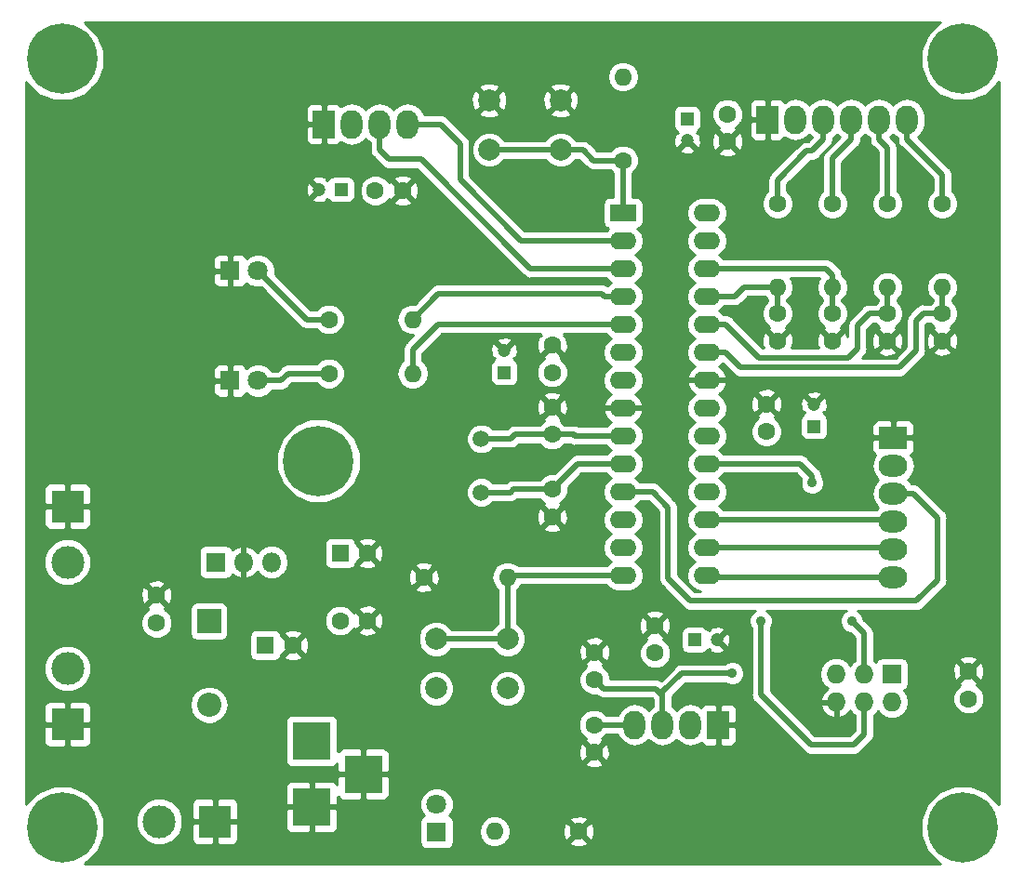
<source format=gbr>
G04 #@! TF.GenerationSoftware,KiCad,Pcbnew,(5.0.0)*
G04 #@! TF.CreationDate,2019-06-02T19:33:40-03:00*
G04 #@! TF.ProjectId,arduino-unoesc,61726475696E6F2D756E6F6573632E6B,0*
G04 #@! TF.SameCoordinates,Original*
G04 #@! TF.FileFunction,Copper,L1,Top,Signal*
G04 #@! TF.FilePolarity,Positive*
%FSLAX46Y46*%
G04 Gerber Fmt 4.6, Leading zero omitted, Abs format (unit mm)*
G04 Created by KiCad (PCBNEW (5.0.0)) date 06/02/19 19:33:40*
%MOMM*%
%LPD*%
G01*
G04 APERTURE LIST*
G04 #@! TA.AperFunction,ComponentPad*
%ADD10C,6.400000*%
G04 #@! TD*
G04 #@! TA.AperFunction,ComponentPad*
%ADD11C,0.800000*%
G04 #@! TD*
G04 #@! TA.AperFunction,ComponentPad*
%ADD12C,1.600000*%
G04 #@! TD*
G04 #@! TA.AperFunction,ComponentPad*
%ADD13C,1.200000*%
G04 #@! TD*
G04 #@! TA.AperFunction,ComponentPad*
%ADD14R,1.200000X1.200000*%
G04 #@! TD*
G04 #@! TA.AperFunction,ComponentPad*
%ADD15R,1.600000X1.600000*%
G04 #@! TD*
G04 #@! TA.AperFunction,ComponentPad*
%ADD16R,1.800000X1.800000*%
G04 #@! TD*
G04 #@! TA.AperFunction,ComponentPad*
%ADD17C,1.800000*%
G04 #@! TD*
G04 #@! TA.AperFunction,ComponentPad*
%ADD18O,2.200000X2.200000*%
G04 #@! TD*
G04 #@! TA.AperFunction,ComponentPad*
%ADD19R,2.200000X2.200000*%
G04 #@! TD*
G04 #@! TA.AperFunction,ComponentPad*
%ADD20R,2.000000X2.600000*%
G04 #@! TD*
G04 #@! TA.AperFunction,ComponentPad*
%ADD21O,2.000000X2.600000*%
G04 #@! TD*
G04 #@! TA.AperFunction,ComponentPad*
%ADD22O,2.600000X2.000000*%
G04 #@! TD*
G04 #@! TA.AperFunction,ComponentPad*
%ADD23R,2.600000X2.000000*%
G04 #@! TD*
G04 #@! TA.AperFunction,ComponentPad*
%ADD24C,3.000000*%
G04 #@! TD*
G04 #@! TA.AperFunction,ComponentPad*
%ADD25R,3.000000X3.000000*%
G04 #@! TD*
G04 #@! TA.AperFunction,ComponentPad*
%ADD26O,1.727200X1.727200*%
G04 #@! TD*
G04 #@! TA.AperFunction,ComponentPad*
%ADD27R,1.727200X1.727200*%
G04 #@! TD*
G04 #@! TA.AperFunction,ComponentPad*
%ADD28R,3.500000X3.500000*%
G04 #@! TD*
G04 #@! TA.AperFunction,ComponentPad*
%ADD29O,1.600000X1.600000*%
G04 #@! TD*
G04 #@! TA.AperFunction,ComponentPad*
%ADD30C,2.000000*%
G04 #@! TD*
G04 #@! TA.AperFunction,ComponentPad*
%ADD31O,2.400000X1.600000*%
G04 #@! TD*
G04 #@! TA.AperFunction,ComponentPad*
%ADD32R,2.400000X1.600000*%
G04 #@! TD*
G04 #@! TA.AperFunction,ComponentPad*
%ADD33O,1.800000X1.800000*%
G04 #@! TD*
G04 #@! TA.AperFunction,ComponentPad*
%ADD34C,1.500000*%
G04 #@! TD*
G04 #@! TA.AperFunction,ViaPad*
%ADD35C,0.890000*%
G04 #@! TD*
G04 #@! TA.AperFunction,ViaPad*
%ADD36C,0.889000*%
G04 #@! TD*
G04 #@! TA.AperFunction,Conductor*
%ADD37C,1.016000*%
G04 #@! TD*
G04 #@! TA.AperFunction,Conductor*
%ADD38C,0.508000*%
G04 #@! TD*
G04 #@! TA.AperFunction,Conductor*
%ADD39C,0.254000*%
G04 #@! TD*
G04 APERTURE END LIST*
D10*
G04 #@! TO.P,REF\002A\002A,*
G04 #@! TO.N,*
X107340400Y-97612200D03*
D11*
G04 #@! TO.P,REF\002A\002A,1*
G04 #@! TO.N,N/C*
X109740400Y-97612200D03*
X109037456Y-99309256D03*
X107340400Y-100012200D03*
X105643344Y-99309256D03*
X104940400Y-97612200D03*
X105643344Y-95915144D03*
X107340400Y-95212200D03*
X109037456Y-95915144D03*
G04 #@! TD*
G04 #@! TO.P,REF\002A\002A,1*
G04 #@! TO.N,N/C*
X85697056Y-129302944D03*
X84000000Y-128600000D03*
X82302944Y-129302944D03*
X81600000Y-131000000D03*
X82302944Y-132697056D03*
X84000000Y-133400000D03*
X85697056Y-132697056D03*
X86400000Y-131000000D03*
D10*
G04 #@! TO.P,REF\002A\002A,*
G04 #@! TO.N,*
X84000000Y-131000000D03*
G04 #@! TD*
D11*
G04 #@! TO.P,REF\002A\002A,1*
G04 #@! TO.N,N/C*
X167697056Y-129302944D03*
X166000000Y-128600000D03*
X164302944Y-129302944D03*
X163600000Y-131000000D03*
X164302944Y-132697056D03*
X166000000Y-133400000D03*
X167697056Y-132697056D03*
X168400000Y-131000000D03*
D10*
G04 #@! TO.P,REF\002A\002A,*
G04 #@! TO.N,*
X166000000Y-131000000D03*
G04 #@! TD*
D12*
G04 #@! TO.P,C1,1*
G04 #@! TO.N,+5V*
X148132800Y-94945200D03*
G04 #@! TO.P,C1,2*
G04 #@! TO.N,GND*
X148132800Y-92445200D03*
G04 #@! TD*
D13*
G04 #@! TO.P,C2,2*
G04 #@! TO.N,GND*
X152450800Y-92488000D03*
D14*
G04 #@! TO.P,C2,1*
G04 #@! TO.N,+5V*
X152450800Y-94488000D03*
G04 #@! TD*
D12*
G04 #@! TO.P,C3,2*
G04 #@! TO.N,GND*
X164136400Y-86689600D03*
G04 #@! TO.P,C3,1*
G04 #@! TO.N,/REFLECT-1*
X164136400Y-84189600D03*
G04 #@! TD*
G04 #@! TO.P,C4,1*
G04 #@! TO.N,+5V*
X137985500Y-115112800D03*
G04 #@! TO.P,C4,2*
G04 #@! TO.N,GND*
X137985500Y-112612800D03*
G04 #@! TD*
D14*
G04 #@! TO.P,C5,1*
G04 #@! TO.N,+5V*
X141605000Y-113919000D03*
D13*
G04 #@! TO.P,C5,2*
G04 #@! TO.N,GND*
X143605000Y-113919000D03*
G04 #@! TD*
D12*
G04 #@! TO.P,C6,2*
G04 #@! TO.N,GND*
X144576800Y-68540000D03*
G04 #@! TO.P,C6,1*
G04 #@! TO.N,+5V*
X144576800Y-66040000D03*
G04 #@! TD*
D14*
G04 #@! TO.P,C7,1*
G04 #@! TO.N,+5V*
X140919200Y-66446400D03*
D13*
G04 #@! TO.P,C7,2*
G04 #@! TO.N,GND*
X140919200Y-68446400D03*
G04 #@! TD*
D12*
G04 #@! TO.P,C8,1*
G04 #@! TO.N,/REFLECT-2*
X159136400Y-84189600D03*
G04 #@! TO.P,C8,2*
G04 #@! TO.N,GND*
X159136400Y-86689600D03*
G04 #@! TD*
G04 #@! TO.P,C9,1*
G04 #@! TO.N,+5V*
X128625600Y-89560400D03*
G04 #@! TO.P,C9,2*
G04 #@! TO.N,GND*
X128625600Y-87060400D03*
G04 #@! TD*
D13*
G04 #@! TO.P,C10,2*
G04 #@! TO.N,GND*
X124256800Y-87560400D03*
D14*
G04 #@! TO.P,C10,1*
G04 #@! TO.N,+5V*
X124256800Y-89560400D03*
G04 #@! TD*
D12*
G04 #@! TO.P,C11,2*
G04 #@! TO.N,Net-(C11-Pad2)*
X128625600Y-95210000D03*
G04 #@! TO.P,C11,1*
G04 #@! TO.N,GND*
X128625600Y-92710000D03*
G04 #@! TD*
G04 #@! TO.P,C12,2*
G04 #@! TO.N,GND*
X132435600Y-124166000D03*
G04 #@! TO.P,C12,1*
G04 #@! TO.N,/ULTRASONIC-TRIGGER*
X132435600Y-121666000D03*
G04 #@! TD*
G04 #@! TO.P,C13,1*
G04 #@! TO.N,/328P_ICSP_MIS0*
X132486400Y-117551200D03*
G04 #@! TO.P,C13,2*
G04 #@! TO.N,GND*
X132486400Y-115051200D03*
G04 #@! TD*
G04 #@! TO.P,C14,2*
G04 #@! TO.N,Net-(C14-Pad2)*
X128625600Y-100217600D03*
G04 #@! TO.P,C14,1*
G04 #@! TO.N,GND*
X128625600Y-102717600D03*
G04 #@! TD*
G04 #@! TO.P,C15,2*
G04 #@! TO.N,GND*
X154136400Y-86689600D03*
G04 #@! TO.P,C15,1*
G04 #@! TO.N,/REFLECT-3*
X154136400Y-84189600D03*
G04 #@! TD*
G04 #@! TO.P,C16,1*
G04 #@! TO.N,/REFLECT-4*
X149136400Y-84189600D03*
G04 #@! TO.P,C16,2*
G04 #@! TO.N,GND*
X149136400Y-86689600D03*
G04 #@! TD*
G04 #@! TO.P,C17,2*
G04 #@! TO.N,GND*
X115022000Y-72999600D03*
G04 #@! TO.P,C17,1*
G04 #@! TO.N,+5V*
X112522000Y-72999600D03*
G04 #@! TD*
D14*
G04 #@! TO.P,C18,1*
G04 #@! TO.N,+5V*
X109423200Y-72898000D03*
D13*
G04 #@! TO.P,C18,2*
G04 #@! TO.N,GND*
X107423200Y-72898000D03*
G04 #@! TD*
D12*
G04 #@! TO.P,C21,2*
G04 #@! TO.N,GND*
X166522400Y-116778400D03*
G04 #@! TO.P,C21,1*
G04 #@! TO.N,+5V*
X166522400Y-119278400D03*
G04 #@! TD*
G04 #@! TO.P,C22,1*
G04 #@! TO.N,Net-(C22-Pad1)*
X92608400Y-112369600D03*
G04 #@! TO.P,C22,2*
G04 #@! TO.N,GND*
X92608400Y-109869600D03*
G04 #@! TD*
D15*
G04 #@! TO.P,C23,1*
G04 #@! TO.N,Net-(C22-Pad1)*
X102514400Y-114401600D03*
D12*
G04 #@! TO.P,C23,2*
G04 #@! TO.N,GND*
X105014400Y-114401600D03*
G04 #@! TD*
G04 #@! TO.P,C24,2*
G04 #@! TO.N,GND*
X111821600Y-106019600D03*
D15*
G04 #@! TO.P,C24,1*
G04 #@! TO.N,+5V*
X109321600Y-106019600D03*
G04 #@! TD*
D12*
G04 #@! TO.P,C25,2*
G04 #@! TO.N,GND*
X111821600Y-112166400D03*
G04 #@! TO.P,C25,1*
G04 #@! TO.N,+5V*
X109321600Y-112166400D03*
G04 #@! TD*
D16*
G04 #@! TO.P,D1,1*
G04 #@! TO.N,GND*
X99307600Y-90318000D03*
D17*
G04 #@! TO.P,D1,2*
G04 #@! TO.N,Net-(D1-Pad2)*
X101847600Y-90318000D03*
G04 #@! TD*
G04 #@! TO.P,D2,2*
G04 #@! TO.N,Net-(D2-Pad2)*
X101847600Y-80318000D03*
D16*
G04 #@! TO.P,D2,1*
G04 #@! TO.N,GND*
X99307600Y-80318000D03*
G04 #@! TD*
D18*
G04 #@! TO.P,D3,2*
G04 #@! TO.N,Net-(D3-Pad2)*
X97383600Y-119837200D03*
D19*
G04 #@! TO.P,D3,1*
G04 #@! TO.N,Net-(C22-Pad1)*
X97383600Y-112217200D03*
G04 #@! TD*
D17*
G04 #@! TO.P,D4,2*
G04 #@! TO.N,+5V*
X118110000Y-128879600D03*
D16*
G04 #@! TO.P,D4,1*
G04 #@! TO.N,Net-(D4-Pad1)*
X118110000Y-131419600D03*
G04 #@! TD*
D20*
G04 #@! TO.P,J1,1*
G04 #@! TO.N,GND*
X143764000Y-121666000D03*
D21*
G04 #@! TO.P,J1,2*
G04 #@! TO.N,+5V*
X141224000Y-121666000D03*
G04 #@! TO.P,J1,3*
G04 #@! TO.N,/328P_ICSP_MIS0*
X138684000Y-121666000D03*
G04 #@! TO.P,J1,4*
G04 #@! TO.N,/ULTRASONIC-TRIGGER*
X136144000Y-121666000D03*
G04 #@! TD*
D20*
G04 #@! TO.P,J2,1*
G04 #@! TO.N,GND*
X148234400Y-66548000D03*
D21*
G04 #@! TO.P,J2,2*
G04 #@! TO.N,+5V*
X150774400Y-66548000D03*
G04 #@! TO.P,J2,3*
G04 #@! TO.N,/REFLECT-4IN*
X153314400Y-66548000D03*
G04 #@! TO.P,J2,4*
G04 #@! TO.N,/REFLECT-3IN*
X155854400Y-66548000D03*
G04 #@! TO.P,J2,5*
G04 #@! TO.N,/REFLECT-2IN*
X158394400Y-66548000D03*
G04 #@! TO.P,J2,6*
G04 #@! TO.N,/REFLECT-1IN*
X160934400Y-66548000D03*
G04 #@! TD*
G04 #@! TO.P,J3,4*
G04 #@! TO.N,/UART_RX*
X115468400Y-66954400D03*
G04 #@! TO.P,J3,3*
G04 #@! TO.N,/UART_TX*
X112928400Y-66954400D03*
G04 #@! TO.P,J3,2*
G04 #@! TO.N,+5V*
X110388400Y-66954400D03*
D20*
G04 #@! TO.P,J3,1*
G04 #@! TO.N,GND*
X107848400Y-66954400D03*
G04 #@! TD*
D22*
G04 #@! TO.P,J4,6*
G04 #@! TO.N,/PWM-1*
X159664400Y-108204000D03*
G04 #@! TO.P,J4,5*
G04 #@! TO.N,/PWM-2*
X159664400Y-105664000D03*
G04 #@! TO.P,J4,4*
G04 #@! TO.N,/328P_ICSP_MOSI*
X159664400Y-103124000D03*
G04 #@! TO.P,J4,3*
G04 #@! TO.N,/PWM-4*
X159664400Y-100584000D03*
G04 #@! TO.P,J4,2*
G04 #@! TO.N,+5V*
X159664400Y-98044000D03*
D23*
G04 #@! TO.P,J4,1*
G04 #@! TO.N,GND*
X159664400Y-95504000D03*
G04 #@! TD*
D24*
G04 #@! TO.P,J5,2*
G04 #@! TO.N,Net-(D3-Pad2)*
X84500000Y-116535200D03*
D25*
G04 #@! TO.P,J5,1*
G04 #@! TO.N,GND*
X84500000Y-121615200D03*
G04 #@! TD*
D26*
G04 #@! TO.P,J6,6*
G04 #@! TO.N,GND*
X154482800Y-119583200D03*
G04 #@! TO.P,J6,5*
G04 #@! TO.N,/328P_ICSP_RESET*
X154482800Y-117043200D03*
G04 #@! TO.P,J6,4*
G04 #@! TO.N,/328P_ICSP_MOSI*
X157022800Y-119583200D03*
G04 #@! TO.P,J6,3*
G04 #@! TO.N,/328P_ICSP_SCK*
X157022800Y-117043200D03*
G04 #@! TO.P,J6,2*
G04 #@! TO.N,+5V*
X159562800Y-119583200D03*
D27*
G04 #@! TO.P,J6,1*
G04 #@! TO.N,/328P_ICSP_MIS0*
X159562800Y-117043200D03*
G04 #@! TD*
D28*
G04 #@! TO.P,J8,3*
G04 #@! TO.N,GND*
X111430800Y-126139200D03*
G04 #@! TO.P,J8,2*
X106730800Y-129139200D03*
G04 #@! TO.P,J8,1*
G04 #@! TO.N,Net-(D3-Pad2)*
X106730800Y-123139200D03*
G04 #@! TD*
D29*
G04 #@! TO.P,R1,2*
G04 #@! TO.N,/REFLECT-1*
X164136400Y-81809600D03*
D12*
G04 #@! TO.P,R1,1*
G04 #@! TO.N,/REFLECT-1IN*
X164136400Y-74189600D03*
G04 #@! TD*
G04 #@! TO.P,R2,1*
G04 #@! TO.N,/REFLECT-2IN*
X159136400Y-74189600D03*
D29*
G04 #@! TO.P,R2,2*
G04 #@! TO.N,/REFLECT-2*
X159136400Y-81809600D03*
G04 #@! TD*
D12*
G04 #@! TO.P,R3,1*
G04 #@! TO.N,/REFLECT-3IN*
X154136400Y-74189600D03*
D29*
G04 #@! TO.P,R3,2*
G04 #@! TO.N,/REFLECT-3*
X154136400Y-81809600D03*
G04 #@! TD*
G04 #@! TO.P,R4,2*
G04 #@! TO.N,+5V*
X135077200Y-62636400D03*
D12*
G04 #@! TO.P,R4,1*
G04 #@! TO.N,/328P_ICSP_RESET*
X135077200Y-70256400D03*
G04 #@! TD*
D29*
G04 #@! TO.P,R5,2*
G04 #@! TO.N,/REFLECT-4*
X149136400Y-81809600D03*
D12*
G04 #@! TO.P,R5,1*
G04 #@! TO.N,/REFLECT-4IN*
X149136400Y-74189600D03*
G04 #@! TD*
G04 #@! TO.P,R6,1*
G04 #@! TO.N,Net-(D1-Pad2)*
X108307600Y-89662000D03*
D29*
G04 #@! TO.P,R6,2*
G04 #@! TO.N,Net-(R6-Pad2)*
X115927600Y-89662000D03*
G04 #@! TD*
D12*
G04 #@! TO.P,R7,1*
G04 #@! TO.N,GND*
X116941600Y-108204000D03*
D29*
G04 #@! TO.P,R7,2*
G04 #@! TO.N,/START*
X124561600Y-108204000D03*
G04 #@! TD*
G04 #@! TO.P,R8,2*
G04 #@! TO.N,/INIT*
X115927600Y-84734400D03*
D12*
G04 #@! TO.P,R8,1*
G04 #@! TO.N,Net-(D2-Pad2)*
X108307600Y-84734400D03*
G04 #@! TD*
D29*
G04 #@! TO.P,R9,2*
G04 #@! TO.N,Net-(D4-Pad1)*
X123393200Y-131368800D03*
D12*
G04 #@! TO.P,R9,1*
G04 #@! TO.N,GND*
X131013200Y-131368800D03*
G04 #@! TD*
D30*
G04 #@! TO.P,SW1,1*
G04 #@! TO.N,/328P_ICSP_RESET*
X122887600Y-69291200D03*
G04 #@! TO.P,SW1,2*
G04 #@! TO.N,GND*
X122887600Y-64791200D03*
G04 #@! TO.P,SW1,1*
G04 #@! TO.N,/328P_ICSP_RESET*
X129387600Y-69291200D03*
G04 #@! TO.P,SW1,2*
G04 #@! TO.N,GND*
X129387600Y-64791200D03*
G04 #@! TD*
G04 #@! TO.P,SW2,2*
G04 #@! TO.N,+5V*
X118059200Y-118342800D03*
G04 #@! TO.P,SW2,1*
G04 #@! TO.N,/START*
X118059200Y-113842800D03*
G04 #@! TO.P,SW2,2*
G04 #@! TO.N,+5V*
X124559200Y-118342800D03*
G04 #@! TO.P,SW2,1*
G04 #@! TO.N,/START*
X124559200Y-113842800D03*
G04 #@! TD*
D31*
G04 #@! TO.P,U1,28*
G04 #@! TO.N,Net-(U1-Pad28)*
X142697200Y-75031600D03*
G04 #@! TO.P,U1,14*
G04 #@! TO.N,/START*
X135077200Y-108051600D03*
G04 #@! TO.P,U1,27*
G04 #@! TO.N,Net-(U1-Pad27)*
X142697200Y-77571600D03*
G04 #@! TO.P,U1,13*
G04 #@! TO.N,/ULTRASONIC-TRIGGER*
X135077200Y-105511600D03*
G04 #@! TO.P,U1,26*
G04 #@! TO.N,/REFLECT-3*
X142697200Y-80111600D03*
G04 #@! TO.P,U1,12*
G04 #@! TO.N,Net-(U1-Pad12)*
X135077200Y-102971600D03*
G04 #@! TO.P,U1,25*
G04 #@! TO.N,/REFLECT-4*
X142697200Y-82651600D03*
G04 #@! TO.P,U1,11*
G04 #@! TO.N,/PWM-4*
X135077200Y-100431600D03*
G04 #@! TO.P,U1,24*
G04 #@! TO.N,/REFLECT-2*
X142697200Y-85191600D03*
G04 #@! TO.P,U1,10*
G04 #@! TO.N,Net-(C14-Pad2)*
X135077200Y-97891600D03*
G04 #@! TO.P,U1,23*
G04 #@! TO.N,/REFLECT-1*
X142697200Y-87731600D03*
G04 #@! TO.P,U1,9*
G04 #@! TO.N,Net-(C11-Pad2)*
X135077200Y-95351600D03*
G04 #@! TO.P,U1,22*
G04 #@! TO.N,GND*
X142697200Y-90271600D03*
G04 #@! TO.P,U1,8*
X135077200Y-92811600D03*
G04 #@! TO.P,U1,21*
G04 #@! TO.N,+5V*
X142697200Y-92811600D03*
G04 #@! TO.P,U1,7*
X135077200Y-90271600D03*
G04 #@! TO.P,U1,20*
X142697200Y-95351600D03*
G04 #@! TO.P,U1,6*
G04 #@! TO.N,Net-(U1-Pad6)*
X135077200Y-87731600D03*
G04 #@! TO.P,U1,19*
G04 #@! TO.N,/328P_ICSP_SCK*
X142697200Y-97891600D03*
G04 #@! TO.P,U1,5*
G04 #@! TO.N,Net-(R6-Pad2)*
X135077200Y-85191600D03*
G04 #@! TO.P,U1,18*
G04 #@! TO.N,/328P_ICSP_MIS0*
X142697200Y-100431600D03*
G04 #@! TO.P,U1,4*
G04 #@! TO.N,/INIT*
X135077200Y-82651600D03*
G04 #@! TO.P,U1,17*
G04 #@! TO.N,/328P_ICSP_MOSI*
X142697200Y-102971600D03*
G04 #@! TO.P,U1,3*
G04 #@! TO.N,/UART_TX*
X135077200Y-80111600D03*
G04 #@! TO.P,U1,16*
G04 #@! TO.N,/PWM-2*
X142697200Y-105511600D03*
G04 #@! TO.P,U1,2*
G04 #@! TO.N,/UART_RX*
X135077200Y-77571600D03*
G04 #@! TO.P,U1,15*
G04 #@! TO.N,/PWM-1*
X142697200Y-108051600D03*
D32*
G04 #@! TO.P,U1,1*
G04 #@! TO.N,/328P_ICSP_RESET*
X135077200Y-75031600D03*
G04 #@! TD*
D33*
G04 #@! TO.P,U2,3*
G04 #@! TO.N,+5V*
X103073200Y-106832400D03*
G04 #@! TO.P,U2,2*
G04 #@! TO.N,GND*
X100533200Y-106832400D03*
D16*
G04 #@! TO.P,U2,1*
G04 #@! TO.N,Net-(C22-Pad1)*
X97993200Y-106832400D03*
G04 #@! TD*
D34*
G04 #@! TO.P,Y1,2*
G04 #@! TO.N,Net-(C11-Pad2)*
X122174000Y-95602400D03*
G04 #@! TO.P,Y1,1*
G04 #@! TO.N,Net-(C14-Pad2)*
X122174000Y-100482400D03*
G04 #@! TD*
D24*
G04 #@! TO.P,J7,2*
G04 #@! TO.N,Net-(D3-Pad2)*
X92862400Y-130454400D03*
D25*
G04 #@! TO.P,J7,1*
G04 #@! TO.N,GND*
X97942400Y-130454400D03*
G04 #@! TD*
D10*
G04 #@! TO.P,REF\002A\002A,*
G04 #@! TO.N,*
X84000000Y-61000000D03*
D11*
G04 #@! TO.P,REF\002A\002A,1*
G04 #@! TO.N,N/C*
X86400000Y-61000000D03*
X85697056Y-62697056D03*
X84000000Y-63400000D03*
X82302944Y-62697056D03*
X81600000Y-61000000D03*
X82302944Y-59302944D03*
X84000000Y-58600000D03*
X85697056Y-59302944D03*
G04 #@! TD*
D10*
G04 #@! TO.P,REF\002A\002A,*
G04 #@! TO.N,*
X166000000Y-61000000D03*
D11*
G04 #@! TO.P,REF\002A\002A,1*
G04 #@! TO.N,N/C*
X168400000Y-61000000D03*
X167697056Y-62697056D03*
X166000000Y-63400000D03*
X164302944Y-62697056D03*
X163600000Y-61000000D03*
X164302944Y-59302944D03*
X166000000Y-58600000D03*
X167697056Y-59302944D03*
G04 #@! TD*
D24*
G04 #@! TO.P,J9,2*
G04 #@! TO.N,+5V*
X84500000Y-106832400D03*
D25*
G04 #@! TO.P,J9,1*
G04 #@! TO.N,GND*
X84500000Y-101752400D03*
G04 #@! TD*
D35*
G04 #@! TO.N,GND*
X149555200Y-113893600D03*
G04 #@! TO.N,/328P_ICSP_MIS0*
X145034000Y-116967000D03*
D36*
G04 #@! TO.N,/328P_ICSP_MOSI*
X147637500Y-112204500D03*
G04 #@! TO.N,/328P_ICSP_SCK*
X152298400Y-99618800D03*
X155892500Y-112204500D03*
G04 #@! TD*
D37*
G04 #@! TO.N,+5V*
X135077200Y-90271600D02*
X135477200Y-90271600D01*
D38*
G04 #@! TO.N,/REFLECT-1IN*
X164136400Y-71558000D02*
X164136400Y-74189600D01*
X160934400Y-66548000D02*
X160934400Y-68356000D01*
X160934400Y-68356000D02*
X164136400Y-71558000D01*
G04 #@! TO.N,/REFLECT-2IN*
X158394400Y-68356000D02*
X159156400Y-69118000D01*
X158394400Y-66548000D02*
X158394400Y-68356000D01*
X159136400Y-69138000D02*
X159136400Y-74189600D01*
X159156400Y-69118000D02*
X159136400Y-69138000D01*
G04 #@! TO.N,Net-(C11-Pad2)*
X135077200Y-95351600D02*
X130708400Y-95351600D01*
X130566800Y-95210000D02*
X128625600Y-95210000D01*
X130708400Y-95351600D02*
X130566800Y-95210000D01*
X122174000Y-95602400D02*
X124869600Y-95602400D01*
X125262000Y-95210000D02*
X128625600Y-95210000D01*
X124869600Y-95602400D02*
X125262000Y-95210000D01*
G04 #@! TO.N,/328P_ICSP_MIS0*
X133286399Y-118351199D02*
X138061599Y-118351199D01*
X132486400Y-117551200D02*
X133286399Y-118351199D01*
X138684000Y-118973600D02*
X138684000Y-121666000D01*
X138061599Y-118351199D02*
X138684000Y-118973600D01*
X138684000Y-121666000D02*
X138684000Y-118681500D01*
X138684000Y-118681500D02*
X140398500Y-116967000D01*
X140398500Y-116967000D02*
X145034000Y-116967000D01*
G04 #@! TO.N,/ULTRASONIC-TRIGGER*
X132435600Y-121666000D02*
X136144000Y-121666000D01*
G04 #@! TO.N,Net-(C14-Pad2)*
X130951600Y-97891600D02*
X128625600Y-100217600D01*
X135077200Y-97891600D02*
X130951600Y-97891600D01*
X122174000Y-100482400D02*
X124815600Y-100482400D01*
X125080400Y-100217600D02*
X128625600Y-100217600D01*
X124815600Y-100482400D02*
X125080400Y-100217600D01*
G04 #@! TO.N,/REFLECT-3IN*
X154136400Y-70074000D02*
X154136400Y-74189600D01*
X155854400Y-66548000D02*
X155854400Y-68356000D01*
X155854400Y-68356000D02*
X154136400Y-70074000D01*
G04 #@! TO.N,/REFLECT-4IN*
X153314400Y-68356000D02*
X153314400Y-66548000D01*
X152277600Y-69392800D02*
X153314400Y-68356000D01*
X151790400Y-69392800D02*
X152277600Y-69392800D01*
X149136400Y-72046800D02*
X151790400Y-69392800D01*
X149136400Y-74189600D02*
X149136400Y-72046800D01*
G04 #@! TO.N,Net-(D1-Pad2)*
X108307600Y-89662000D02*
X104597200Y-89662000D01*
X103941200Y-90318000D02*
X101847600Y-90318000D01*
X104597200Y-89662000D02*
X103941200Y-90318000D01*
G04 #@! TO.N,Net-(D2-Pad2)*
X106264000Y-84734400D02*
X108307600Y-84734400D01*
X101847600Y-80318000D02*
X106264000Y-84734400D01*
G04 #@! TO.N,/UART_TX*
X135077200Y-80111600D02*
X126644400Y-80111600D01*
X126644400Y-80111600D02*
X116687600Y-70154800D01*
X116687600Y-70154800D02*
X113792000Y-70154800D01*
X112928400Y-69291200D02*
X112928400Y-66954400D01*
X113792000Y-70154800D02*
X112928400Y-69291200D01*
G04 #@! TO.N,/UART_RX*
X125785600Y-77571600D02*
X120243600Y-72029600D01*
X135077200Y-77571600D02*
X125785600Y-77571600D01*
X120243600Y-72029600D02*
X120243600Y-68732400D01*
X118465600Y-66954400D02*
X115468400Y-66954400D01*
X120243600Y-68732400D02*
X118465600Y-66954400D01*
G04 #@! TO.N,/PWM-1*
X142849600Y-108204000D02*
X142697200Y-108051600D01*
X159664400Y-108204000D02*
X142849600Y-108204000D01*
G04 #@! TO.N,/PWM-2*
X159512000Y-105511600D02*
X159664400Y-105664000D01*
X142697200Y-105511600D02*
X159512000Y-105511600D01*
G04 #@! TO.N,/328P_ICSP_MOSI*
X159512000Y-102971600D02*
X159664400Y-103124000D01*
X142697200Y-102971600D02*
X159512000Y-102971600D01*
X157022800Y-120804514D02*
X157022800Y-119583200D01*
X147624800Y-118922800D02*
X152196800Y-123494800D01*
X152196800Y-123494800D02*
X156057600Y-123494800D01*
X156057600Y-123494800D02*
X157022800Y-122529600D01*
X157022800Y-122529600D02*
X157022800Y-120804514D01*
X147637500Y-112204500D02*
X147624800Y-118922800D01*
G04 #@! TO.N,/PWM-4*
X161472400Y-100584000D02*
X163703000Y-102814600D01*
X159664400Y-100584000D02*
X161472400Y-100584000D01*
X163703000Y-102814600D02*
X163703000Y-108458000D01*
X163703000Y-108458000D02*
X161798000Y-110363000D01*
X161798000Y-110363000D02*
X141224000Y-110363000D01*
X141224000Y-110363000D02*
X139192000Y-108331000D01*
X139192000Y-108331000D02*
X139192000Y-101854000D01*
X137769600Y-100431600D02*
X135077200Y-100431600D01*
X139192000Y-101854000D02*
X137769600Y-100431600D01*
G04 #@! TO.N,/328P_ICSP_RESET*
X135077200Y-75031600D02*
X135077200Y-70256400D01*
X129387600Y-69291200D02*
X131419600Y-69291200D01*
X132384800Y-70256400D02*
X135077200Y-70256400D01*
X131419600Y-69291200D02*
X132384800Y-70256400D01*
X122887600Y-69291200D02*
X129387600Y-69291200D01*
G04 #@! TO.N,/328P_ICSP_SCK*
X152298400Y-98990183D02*
X151199817Y-97891600D01*
X152298400Y-99618800D02*
X152298400Y-98990183D01*
X151199817Y-97891600D02*
X142697200Y-97891600D01*
X157022800Y-113334800D02*
X157022800Y-117043200D01*
X155892500Y-112204500D02*
X157022800Y-113334800D01*
G04 #@! TO.N,/REFLECT-1*
X164136400Y-81809600D02*
X164136400Y-84189600D01*
X144405200Y-87731600D02*
X145776800Y-89103200D01*
X142697200Y-87731600D02*
X144405200Y-87731600D01*
X145776800Y-89103200D02*
X160223200Y-89103200D01*
X160223200Y-89103200D02*
X161747200Y-87579200D01*
X161747200Y-87579200D02*
X161747200Y-84836000D01*
X162393600Y-84189600D02*
X164136400Y-84189600D01*
X161747200Y-84836000D02*
X162393600Y-84189600D01*
G04 #@! TO.N,/REFLECT-2*
X159136400Y-81809600D02*
X159136400Y-84189600D01*
X157516800Y-84189600D02*
X159136400Y-84189600D01*
X144405200Y-85191600D02*
X147453200Y-88239600D01*
X142697200Y-85191600D02*
X144405200Y-85191600D01*
X147453200Y-88239600D02*
X155600400Y-88239600D01*
X155600400Y-88239600D02*
X156413200Y-87426800D01*
X156413200Y-87426800D02*
X156413200Y-85293200D01*
X156413200Y-85293200D02*
X157516800Y-84189600D01*
G04 #@! TO.N,/REFLECT-3*
X154136400Y-81809600D02*
X154136400Y-84189600D01*
X154136400Y-80678230D02*
X153569770Y-80111600D01*
X154136400Y-81809600D02*
X154136400Y-80678230D01*
X153569770Y-80111600D02*
X142697200Y-80111600D01*
G04 #@! TO.N,/REFLECT-4*
X149136400Y-81809600D02*
X146079200Y-81809600D01*
X145237200Y-82651600D02*
X142697200Y-82651600D01*
X146079200Y-81809600D02*
X145237200Y-82651600D01*
X149136400Y-84189600D02*
X149136400Y-81809600D01*
G04 #@! TO.N,Net-(R6-Pad2)*
X135077200Y-85191600D02*
X118211600Y-85191600D01*
X115927600Y-87475600D02*
X115927600Y-89662000D01*
X118211600Y-85191600D02*
X115927600Y-87475600D01*
G04 #@! TO.N,/START*
X124714000Y-108051600D02*
X124561600Y-108204000D01*
X135077200Y-108051600D02*
X124714000Y-108051600D01*
X124559200Y-108206400D02*
X124561600Y-108204000D01*
X124559200Y-113842800D02*
X124559200Y-108206400D01*
X119473413Y-113842800D02*
X124559200Y-113842800D01*
X118059200Y-113842800D02*
X119473413Y-113842800D01*
G04 #@! TO.N,/INIT*
X133369200Y-82651600D02*
X133115200Y-82397600D01*
X135077200Y-82651600D02*
X133369200Y-82651600D01*
X118264400Y-82397600D02*
X115927600Y-84734400D01*
X133115200Y-82397600D02*
X118264400Y-82397600D01*
G04 #@! TD*
D39*
G04 #@! TO.N,GND*
G36*
X163827647Y-57748844D02*
X162748844Y-58827647D01*
X162165000Y-60237171D01*
X162165000Y-61762829D01*
X162748844Y-63172353D01*
X163827647Y-64251156D01*
X165237171Y-64835000D01*
X166762829Y-64835000D01*
X168172353Y-64251156D01*
X169251156Y-63172353D01*
X169290000Y-63078575D01*
X169290001Y-128921427D01*
X169251156Y-128827647D01*
X168172353Y-127748844D01*
X166762829Y-127165000D01*
X165237171Y-127165000D01*
X163827647Y-127748844D01*
X162748844Y-128827647D01*
X162165000Y-130237171D01*
X162165000Y-131762829D01*
X162748844Y-133172353D01*
X163827647Y-134251156D01*
X163921425Y-134290000D01*
X86078575Y-134290000D01*
X86172353Y-134251156D01*
X87251156Y-133172353D01*
X87835000Y-131762829D01*
X87835000Y-130237171D01*
X87749072Y-130029722D01*
X90727400Y-130029722D01*
X90727400Y-130879078D01*
X91052434Y-131663780D01*
X91653020Y-132264366D01*
X92437722Y-132589400D01*
X93287078Y-132589400D01*
X94071780Y-132264366D01*
X94672366Y-131663780D01*
X94997400Y-130879078D01*
X94997400Y-130740150D01*
X95807400Y-130740150D01*
X95807400Y-132080710D01*
X95904073Y-132314099D01*
X96082702Y-132492727D01*
X96316091Y-132589400D01*
X97656650Y-132589400D01*
X97815400Y-132430650D01*
X97815400Y-130581400D01*
X98069400Y-130581400D01*
X98069400Y-132430650D01*
X98228150Y-132589400D01*
X99568709Y-132589400D01*
X99802098Y-132492727D01*
X99980727Y-132314099D01*
X100077400Y-132080710D01*
X100077400Y-130740150D01*
X99918650Y-130581400D01*
X98069400Y-130581400D01*
X97815400Y-130581400D01*
X95966150Y-130581400D01*
X95807400Y-130740150D01*
X94997400Y-130740150D01*
X94997400Y-130029722D01*
X94672366Y-129245020D01*
X94255436Y-128828090D01*
X95807400Y-128828090D01*
X95807400Y-130168650D01*
X95966150Y-130327400D01*
X97815400Y-130327400D01*
X97815400Y-128478150D01*
X98069400Y-128478150D01*
X98069400Y-130327400D01*
X99918650Y-130327400D01*
X100077400Y-130168650D01*
X100077400Y-129424950D01*
X104345800Y-129424950D01*
X104345800Y-131015509D01*
X104442473Y-131248898D01*
X104621101Y-131427527D01*
X104854490Y-131524200D01*
X106445050Y-131524200D01*
X106603800Y-131365450D01*
X106603800Y-129266200D01*
X106857800Y-129266200D01*
X106857800Y-131365450D01*
X107016550Y-131524200D01*
X108607110Y-131524200D01*
X108840499Y-131427527D01*
X109019127Y-131248898D01*
X109115800Y-131015509D01*
X109115800Y-130519600D01*
X116562560Y-130519600D01*
X116562560Y-132319600D01*
X116611843Y-132567365D01*
X116752191Y-132777409D01*
X116962235Y-132917757D01*
X117210000Y-132967040D01*
X119010000Y-132967040D01*
X119257765Y-132917757D01*
X119467809Y-132777409D01*
X119608157Y-132567365D01*
X119657440Y-132319600D01*
X119657440Y-131368800D01*
X121930087Y-131368800D01*
X122041460Y-131928709D01*
X122358623Y-132403377D01*
X122833291Y-132720540D01*
X123251867Y-132803800D01*
X123534533Y-132803800D01*
X123953109Y-132720540D01*
X124427777Y-132403377D01*
X124445705Y-132376545D01*
X130185061Y-132376545D01*
X130259195Y-132622664D01*
X130796423Y-132815765D01*
X131366654Y-132788578D01*
X131767205Y-132622664D01*
X131841339Y-132376545D01*
X131013200Y-131548405D01*
X130185061Y-132376545D01*
X124445705Y-132376545D01*
X124744940Y-131928709D01*
X124856313Y-131368800D01*
X124813194Y-131152023D01*
X129566235Y-131152023D01*
X129593422Y-131722254D01*
X129759336Y-132122805D01*
X130005455Y-132196939D01*
X130833595Y-131368800D01*
X131192805Y-131368800D01*
X132020945Y-132196939D01*
X132267064Y-132122805D01*
X132460165Y-131585577D01*
X132432978Y-131015346D01*
X132267064Y-130614795D01*
X132020945Y-130540661D01*
X131192805Y-131368800D01*
X130833595Y-131368800D01*
X130005455Y-130540661D01*
X129759336Y-130614795D01*
X129566235Y-131152023D01*
X124813194Y-131152023D01*
X124744940Y-130808891D01*
X124445706Y-130361055D01*
X130185061Y-130361055D01*
X131013200Y-131189195D01*
X131841339Y-130361055D01*
X131767205Y-130114936D01*
X131229977Y-129921835D01*
X130659746Y-129949022D01*
X130259195Y-130114936D01*
X130185061Y-130361055D01*
X124445706Y-130361055D01*
X124427777Y-130334223D01*
X123953109Y-130017060D01*
X123534533Y-129933800D01*
X123251867Y-129933800D01*
X122833291Y-130017060D01*
X122358623Y-130334223D01*
X122041460Y-130808891D01*
X121930087Y-131368800D01*
X119657440Y-131368800D01*
X119657440Y-130519600D01*
X119608157Y-130271835D01*
X119467809Y-130061791D01*
X119257765Y-129921443D01*
X119242092Y-129918325D01*
X119411310Y-129749107D01*
X119645000Y-129184930D01*
X119645000Y-128574270D01*
X119411310Y-128010093D01*
X118979507Y-127578290D01*
X118415330Y-127344600D01*
X117804670Y-127344600D01*
X117240493Y-127578290D01*
X116808690Y-128010093D01*
X116575000Y-128574270D01*
X116575000Y-129184930D01*
X116808690Y-129749107D01*
X116977908Y-129918325D01*
X116962235Y-129921443D01*
X116752191Y-130061791D01*
X116611843Y-130271835D01*
X116562560Y-130519600D01*
X109115800Y-130519600D01*
X109115800Y-129424950D01*
X108957050Y-129266200D01*
X106857800Y-129266200D01*
X106603800Y-129266200D01*
X104504550Y-129266200D01*
X104345800Y-129424950D01*
X100077400Y-129424950D01*
X100077400Y-128828090D01*
X99980727Y-128594701D01*
X99802098Y-128416073D01*
X99568709Y-128319400D01*
X98228150Y-128319400D01*
X98069400Y-128478150D01*
X97815400Y-128478150D01*
X97656650Y-128319400D01*
X96316091Y-128319400D01*
X96082702Y-128416073D01*
X95904073Y-128594701D01*
X95807400Y-128828090D01*
X94255436Y-128828090D01*
X94071780Y-128644434D01*
X93287078Y-128319400D01*
X92437722Y-128319400D01*
X91653020Y-128644434D01*
X91052434Y-129245020D01*
X90727400Y-130029722D01*
X87749072Y-130029722D01*
X87251156Y-128827647D01*
X86172353Y-127748844D01*
X84999159Y-127262891D01*
X104345800Y-127262891D01*
X104345800Y-128853450D01*
X104504550Y-129012200D01*
X106603800Y-129012200D01*
X106603800Y-126912950D01*
X106857800Y-126912950D01*
X106857800Y-129012200D01*
X108957050Y-129012200D01*
X109115800Y-128853450D01*
X109115800Y-128184504D01*
X109142473Y-128248898D01*
X109321101Y-128427527D01*
X109554490Y-128524200D01*
X111145050Y-128524200D01*
X111303800Y-128365450D01*
X111303800Y-126266200D01*
X111557800Y-126266200D01*
X111557800Y-128365450D01*
X111716550Y-128524200D01*
X113307110Y-128524200D01*
X113540499Y-128427527D01*
X113719127Y-128248898D01*
X113815800Y-128015509D01*
X113815800Y-126424950D01*
X113657050Y-126266200D01*
X111557800Y-126266200D01*
X111303800Y-126266200D01*
X109204550Y-126266200D01*
X109045800Y-126424950D01*
X109045800Y-127093896D01*
X109019127Y-127029502D01*
X108840499Y-126850873D01*
X108607110Y-126754200D01*
X107016550Y-126754200D01*
X106857800Y-126912950D01*
X106603800Y-126912950D01*
X106445050Y-126754200D01*
X104854490Y-126754200D01*
X104621101Y-126850873D01*
X104442473Y-127029502D01*
X104345800Y-127262891D01*
X84999159Y-127262891D01*
X84762829Y-127165000D01*
X83237171Y-127165000D01*
X81827647Y-127748844D01*
X80748844Y-128827647D01*
X80710000Y-128921425D01*
X80710000Y-121900950D01*
X82365000Y-121900950D01*
X82365000Y-123241509D01*
X82461673Y-123474898D01*
X82640301Y-123653527D01*
X82873690Y-123750200D01*
X84214250Y-123750200D01*
X84373000Y-123591450D01*
X84373000Y-121742200D01*
X84627000Y-121742200D01*
X84627000Y-123591450D01*
X84785750Y-123750200D01*
X86126310Y-123750200D01*
X86359699Y-123653527D01*
X86538327Y-123474898D01*
X86635000Y-123241509D01*
X86635000Y-121900950D01*
X86476250Y-121742200D01*
X84627000Y-121742200D01*
X84373000Y-121742200D01*
X82523750Y-121742200D01*
X82365000Y-121900950D01*
X80710000Y-121900950D01*
X80710000Y-119988891D01*
X82365000Y-119988891D01*
X82365000Y-121329450D01*
X82523750Y-121488200D01*
X84373000Y-121488200D01*
X84373000Y-119638950D01*
X84627000Y-119638950D01*
X84627000Y-121488200D01*
X86476250Y-121488200D01*
X86635000Y-121329450D01*
X86635000Y-119988891D01*
X86572168Y-119837200D01*
X95614610Y-119837200D01*
X95749266Y-120514163D01*
X96132735Y-121088065D01*
X96706637Y-121471534D01*
X97212720Y-121572200D01*
X97554480Y-121572200D01*
X98060563Y-121471534D01*
X98183784Y-121389200D01*
X104333360Y-121389200D01*
X104333360Y-124889200D01*
X104382643Y-125136965D01*
X104522991Y-125347009D01*
X104733035Y-125487357D01*
X104980800Y-125536640D01*
X108480800Y-125536640D01*
X108728565Y-125487357D01*
X108938609Y-125347009D01*
X109045800Y-125186588D01*
X109045800Y-125853450D01*
X109204550Y-126012200D01*
X111303800Y-126012200D01*
X111303800Y-123912950D01*
X111557800Y-123912950D01*
X111557800Y-126012200D01*
X113657050Y-126012200D01*
X113815800Y-125853450D01*
X113815800Y-125173745D01*
X131607461Y-125173745D01*
X131681595Y-125419864D01*
X132218823Y-125612965D01*
X132789054Y-125585778D01*
X133189605Y-125419864D01*
X133263739Y-125173745D01*
X132435600Y-124345605D01*
X131607461Y-125173745D01*
X113815800Y-125173745D01*
X113815800Y-124262891D01*
X113719127Y-124029502D01*
X113638849Y-123949223D01*
X130988635Y-123949223D01*
X131015822Y-124519454D01*
X131181736Y-124920005D01*
X131427855Y-124994139D01*
X132255995Y-124166000D01*
X132615205Y-124166000D01*
X133443345Y-124994139D01*
X133689464Y-124920005D01*
X133882565Y-124382777D01*
X133855378Y-123812546D01*
X133689464Y-123411995D01*
X133443345Y-123337861D01*
X132615205Y-124166000D01*
X132255995Y-124166000D01*
X131427855Y-123337861D01*
X131181736Y-123411995D01*
X130988635Y-123949223D01*
X113638849Y-123949223D01*
X113540499Y-123850873D01*
X113307110Y-123754200D01*
X111716550Y-123754200D01*
X111557800Y-123912950D01*
X111303800Y-123912950D01*
X111145050Y-123754200D01*
X109554490Y-123754200D01*
X109321101Y-123850873D01*
X109142473Y-124029502D01*
X109128240Y-124063863D01*
X109128240Y-121389200D01*
X109126522Y-121380561D01*
X131000600Y-121380561D01*
X131000600Y-121951439D01*
X131219066Y-122478862D01*
X131622738Y-122882534D01*
X131687899Y-122909525D01*
X131681595Y-122912136D01*
X131607461Y-123158255D01*
X132435600Y-123986395D01*
X133263739Y-123158255D01*
X133189605Y-122912136D01*
X133182854Y-122909710D01*
X133248462Y-122882534D01*
X133575996Y-122555000D01*
X134594128Y-122555000D01*
X134603864Y-122603944D01*
X134965231Y-123144769D01*
X135506055Y-123506136D01*
X136144000Y-123633031D01*
X136781944Y-123506136D01*
X137322769Y-123144769D01*
X137414000Y-123008232D01*
X137505231Y-123144769D01*
X138046055Y-123506136D01*
X138684000Y-123633031D01*
X139321944Y-123506136D01*
X139862769Y-123144769D01*
X139954000Y-123008232D01*
X140045231Y-123144769D01*
X140586055Y-123506136D01*
X141224000Y-123633031D01*
X141861944Y-123506136D01*
X142205365Y-123276670D01*
X142225673Y-123325699D01*
X142404302Y-123504327D01*
X142637691Y-123601000D01*
X143478250Y-123601000D01*
X143637000Y-123442250D01*
X143637000Y-121793000D01*
X143891000Y-121793000D01*
X143891000Y-123442250D01*
X144049750Y-123601000D01*
X144890309Y-123601000D01*
X145123698Y-123504327D01*
X145302327Y-123325699D01*
X145399000Y-123092310D01*
X145399000Y-121951750D01*
X145240250Y-121793000D01*
X143891000Y-121793000D01*
X143637000Y-121793000D01*
X143617000Y-121793000D01*
X143617000Y-121539000D01*
X143637000Y-121539000D01*
X143637000Y-119889750D01*
X143891000Y-119889750D01*
X143891000Y-121539000D01*
X145240250Y-121539000D01*
X145399000Y-121380250D01*
X145399000Y-120239690D01*
X145302327Y-120006301D01*
X145123698Y-119827673D01*
X144890309Y-119731000D01*
X144049750Y-119731000D01*
X143891000Y-119889750D01*
X143637000Y-119889750D01*
X143478250Y-119731000D01*
X142637691Y-119731000D01*
X142404302Y-119827673D01*
X142225673Y-120006301D01*
X142205365Y-120055330D01*
X141861945Y-119825864D01*
X141224000Y-119698969D01*
X140586056Y-119825864D01*
X140045231Y-120187231D01*
X139954000Y-120323768D01*
X139862769Y-120187231D01*
X139573000Y-119993614D01*
X139573000Y-119061155D01*
X139575836Y-119046900D01*
X140766736Y-117856000D01*
X144395650Y-117856000D01*
X144422229Y-117882579D01*
X144819175Y-118047000D01*
X145248825Y-118047000D01*
X145645771Y-117882579D01*
X145949579Y-117578771D01*
X146114000Y-117181825D01*
X146114000Y-116752175D01*
X145949579Y-116355229D01*
X145645771Y-116051421D01*
X145248825Y-115887000D01*
X144819175Y-115887000D01*
X144422229Y-116051421D01*
X144395650Y-116078000D01*
X140486054Y-116078000D01*
X140398499Y-116060584D01*
X140310944Y-116078000D01*
X140051630Y-116129581D01*
X139757567Y-116326067D01*
X139707971Y-116400293D01*
X138519977Y-117588287D01*
X138408469Y-117513780D01*
X138149155Y-117462199D01*
X138149154Y-117462199D01*
X138061599Y-117444783D01*
X137974044Y-117462199D01*
X133921400Y-117462199D01*
X133921400Y-117265761D01*
X133702934Y-116738338D01*
X133299262Y-116334666D01*
X133234101Y-116307675D01*
X133240405Y-116305064D01*
X133314539Y-116058945D01*
X132486400Y-115230805D01*
X131658261Y-116058945D01*
X131732395Y-116305064D01*
X131739146Y-116307490D01*
X131673538Y-116334666D01*
X131269866Y-116738338D01*
X131051400Y-117265761D01*
X131051400Y-117836639D01*
X131269866Y-118364062D01*
X131673538Y-118767734D01*
X132200961Y-118986200D01*
X132641502Y-118986200D01*
X132645466Y-118992132D01*
X132939529Y-119188618D01*
X133198843Y-119240199D01*
X133198847Y-119240199D01*
X133286398Y-119257614D01*
X133373949Y-119240199D01*
X137693364Y-119240199D01*
X137795000Y-119341836D01*
X137795000Y-119993614D01*
X137505231Y-120187231D01*
X137414000Y-120323768D01*
X137322769Y-120187231D01*
X136781945Y-119825864D01*
X136144000Y-119698969D01*
X135506056Y-119825864D01*
X134965231Y-120187231D01*
X134603864Y-120728055D01*
X134594128Y-120777000D01*
X133575996Y-120777000D01*
X133248462Y-120449466D01*
X132721039Y-120231000D01*
X132150161Y-120231000D01*
X131622738Y-120449466D01*
X131219066Y-120853138D01*
X131000600Y-121380561D01*
X109126522Y-121380561D01*
X109078957Y-121141435D01*
X108938609Y-120931391D01*
X108728565Y-120791043D01*
X108480800Y-120741760D01*
X104980800Y-120741760D01*
X104733035Y-120791043D01*
X104522991Y-120931391D01*
X104382643Y-121141435D01*
X104333360Y-121389200D01*
X98183784Y-121389200D01*
X98634465Y-121088065D01*
X99017934Y-120514163D01*
X99152590Y-119837200D01*
X99017934Y-119160237D01*
X98634465Y-118586335D01*
X98060563Y-118202866D01*
X97554480Y-118102200D01*
X97212720Y-118102200D01*
X96706637Y-118202866D01*
X96132735Y-118586335D01*
X95749266Y-119160237D01*
X95614610Y-119837200D01*
X86572168Y-119837200D01*
X86538327Y-119755502D01*
X86359699Y-119576873D01*
X86126310Y-119480200D01*
X84785750Y-119480200D01*
X84627000Y-119638950D01*
X84373000Y-119638950D01*
X84214250Y-119480200D01*
X82873690Y-119480200D01*
X82640301Y-119576873D01*
X82461673Y-119755502D01*
X82365000Y-119988891D01*
X80710000Y-119988891D01*
X80710000Y-116110522D01*
X82365000Y-116110522D01*
X82365000Y-116959878D01*
X82690034Y-117744580D01*
X83290620Y-118345166D01*
X84075322Y-118670200D01*
X84924678Y-118670200D01*
X85709380Y-118345166D01*
X86036968Y-118017578D01*
X116424200Y-118017578D01*
X116424200Y-118668022D01*
X116673114Y-119268953D01*
X117133047Y-119728886D01*
X117733978Y-119977800D01*
X118384422Y-119977800D01*
X118985353Y-119728886D01*
X119445286Y-119268953D01*
X119694200Y-118668022D01*
X119694200Y-118017578D01*
X122924200Y-118017578D01*
X122924200Y-118668022D01*
X123173114Y-119268953D01*
X123633047Y-119728886D01*
X124233978Y-119977800D01*
X124884422Y-119977800D01*
X125485353Y-119728886D01*
X125945286Y-119268953D01*
X126194200Y-118668022D01*
X126194200Y-118017578D01*
X125945286Y-117416647D01*
X125485353Y-116956714D01*
X124884422Y-116707800D01*
X124233978Y-116707800D01*
X123633047Y-116956714D01*
X123173114Y-117416647D01*
X122924200Y-118017578D01*
X119694200Y-118017578D01*
X119445286Y-117416647D01*
X118985353Y-116956714D01*
X118384422Y-116707800D01*
X117733978Y-116707800D01*
X117133047Y-116956714D01*
X116673114Y-117416647D01*
X116424200Y-118017578D01*
X86036968Y-118017578D01*
X86309966Y-117744580D01*
X86635000Y-116959878D01*
X86635000Y-116110522D01*
X86309966Y-115325820D01*
X85709380Y-114725234D01*
X84924678Y-114400200D01*
X84075322Y-114400200D01*
X83290620Y-114725234D01*
X82690034Y-115325820D01*
X82365000Y-116110522D01*
X80710000Y-116110522D01*
X80710000Y-112084161D01*
X91173400Y-112084161D01*
X91173400Y-112655039D01*
X91391866Y-113182462D01*
X91795538Y-113586134D01*
X92322961Y-113804600D01*
X92893839Y-113804600D01*
X93421262Y-113586134D01*
X93824934Y-113182462D01*
X94043400Y-112655039D01*
X94043400Y-112084161D01*
X93824934Y-111556738D01*
X93421262Y-111153066D01*
X93356101Y-111126075D01*
X93362405Y-111123464D01*
X93364291Y-111117200D01*
X95636160Y-111117200D01*
X95636160Y-113317200D01*
X95685443Y-113564965D01*
X95825791Y-113775009D01*
X96035835Y-113915357D01*
X96283600Y-113964640D01*
X98483600Y-113964640D01*
X98731365Y-113915357D01*
X98941409Y-113775009D01*
X99057278Y-113601600D01*
X101066960Y-113601600D01*
X101066960Y-115201600D01*
X101116243Y-115449365D01*
X101256591Y-115659409D01*
X101466635Y-115799757D01*
X101714400Y-115849040D01*
X103314400Y-115849040D01*
X103562165Y-115799757D01*
X103772209Y-115659409D01*
X103912557Y-115449365D01*
X103920517Y-115409345D01*
X104186261Y-115409345D01*
X104260395Y-115655464D01*
X104797623Y-115848565D01*
X105367854Y-115821378D01*
X105768405Y-115655464D01*
X105842539Y-115409345D01*
X105014400Y-114581205D01*
X104186261Y-115409345D01*
X103920517Y-115409345D01*
X103959093Y-115215413D01*
X104006655Y-115229739D01*
X104834795Y-114401600D01*
X105194005Y-114401600D01*
X106022145Y-115229739D01*
X106268264Y-115155605D01*
X106461365Y-114618377D01*
X106434178Y-114048146D01*
X106268264Y-113647595D01*
X106022145Y-113573461D01*
X105194005Y-114401600D01*
X104834795Y-114401600D01*
X104006655Y-113573461D01*
X103959093Y-113587787D01*
X103920518Y-113393855D01*
X104186261Y-113393855D01*
X105014400Y-114221995D01*
X105842539Y-113393855D01*
X105768405Y-113147736D01*
X105231177Y-112954635D01*
X104660946Y-112981822D01*
X104260395Y-113147736D01*
X104186261Y-113393855D01*
X103920518Y-113393855D01*
X103912557Y-113353835D01*
X103772209Y-113143791D01*
X103562165Y-113003443D01*
X103314400Y-112954160D01*
X101714400Y-112954160D01*
X101466635Y-113003443D01*
X101256591Y-113143791D01*
X101116243Y-113353835D01*
X101066960Y-113601600D01*
X99057278Y-113601600D01*
X99081757Y-113564965D01*
X99131040Y-113317200D01*
X99131040Y-111880961D01*
X107886600Y-111880961D01*
X107886600Y-112451839D01*
X108105066Y-112979262D01*
X108508738Y-113382934D01*
X109036161Y-113601400D01*
X109607039Y-113601400D01*
X110134462Y-113382934D01*
X110343251Y-113174145D01*
X110993461Y-113174145D01*
X111067595Y-113420264D01*
X111604823Y-113613365D01*
X112175054Y-113586178D01*
X112340668Y-113517578D01*
X116424200Y-113517578D01*
X116424200Y-114168022D01*
X116673114Y-114768953D01*
X117133047Y-115228886D01*
X117733978Y-115477800D01*
X118384422Y-115477800D01*
X118985353Y-115228886D01*
X119445286Y-114768953D01*
X119460675Y-114731800D01*
X123157725Y-114731800D01*
X123173114Y-114768953D01*
X123633047Y-115228886D01*
X124233978Y-115477800D01*
X124884422Y-115477800D01*
X125485353Y-115228886D01*
X125879816Y-114834423D01*
X131039435Y-114834423D01*
X131066622Y-115404654D01*
X131232536Y-115805205D01*
X131478655Y-115879339D01*
X132306795Y-115051200D01*
X132666005Y-115051200D01*
X133494145Y-115879339D01*
X133740264Y-115805205D01*
X133933365Y-115267977D01*
X133912358Y-114827361D01*
X136550500Y-114827361D01*
X136550500Y-115398239D01*
X136768966Y-115925662D01*
X137172638Y-116329334D01*
X137700061Y-116547800D01*
X138270939Y-116547800D01*
X138798362Y-116329334D01*
X139202034Y-115925662D01*
X139420500Y-115398239D01*
X139420500Y-114827361D01*
X139202034Y-114299938D01*
X138798362Y-113896266D01*
X138733201Y-113869275D01*
X138739505Y-113866664D01*
X138813639Y-113620545D01*
X137985500Y-112792405D01*
X137157361Y-113620545D01*
X137231495Y-113866664D01*
X137238246Y-113869090D01*
X137172638Y-113896266D01*
X136768966Y-114299938D01*
X136550500Y-114827361D01*
X133912358Y-114827361D01*
X133906178Y-114697746D01*
X133740264Y-114297195D01*
X133494145Y-114223061D01*
X132666005Y-115051200D01*
X132306795Y-115051200D01*
X131478655Y-114223061D01*
X131232536Y-114297195D01*
X131039435Y-114834423D01*
X125879816Y-114834423D01*
X125945286Y-114768953D01*
X126194200Y-114168022D01*
X126194200Y-114043455D01*
X131658261Y-114043455D01*
X132486400Y-114871595D01*
X133314539Y-114043455D01*
X133240405Y-113797336D01*
X132703177Y-113604235D01*
X132132946Y-113631422D01*
X131732395Y-113797336D01*
X131658261Y-114043455D01*
X126194200Y-114043455D01*
X126194200Y-113517578D01*
X125945286Y-112916647D01*
X125485353Y-112456714D01*
X125448200Y-112441325D01*
X125448200Y-112396023D01*
X136538535Y-112396023D01*
X136565722Y-112966254D01*
X136731636Y-113366805D01*
X136977755Y-113440939D01*
X137805895Y-112612800D01*
X138165105Y-112612800D01*
X138993245Y-113440939D01*
X139239364Y-113366805D01*
X139256547Y-113319000D01*
X140357560Y-113319000D01*
X140357560Y-114519000D01*
X140406843Y-114766765D01*
X140547191Y-114976809D01*
X140757235Y-115117157D01*
X141005000Y-115166440D01*
X142205000Y-115166440D01*
X142452765Y-115117157D01*
X142662809Y-114976809D01*
X142752030Y-114843282D01*
X142806178Y-114897430D01*
X142921871Y-114781737D01*
X142971383Y-115007164D01*
X143436036Y-115166807D01*
X143926413Y-115136482D01*
X144238617Y-115007164D01*
X144288130Y-114781735D01*
X143605000Y-114098605D01*
X143590858Y-114112748D01*
X143411253Y-113933143D01*
X143425395Y-113919000D01*
X143784605Y-113919000D01*
X144467735Y-114602130D01*
X144693164Y-114552617D01*
X144852807Y-114087964D01*
X144822482Y-113597587D01*
X144693164Y-113285383D01*
X144467735Y-113235870D01*
X143784605Y-113919000D01*
X143425395Y-113919000D01*
X143411253Y-113904858D01*
X143590858Y-113725253D01*
X143605000Y-113739395D01*
X144288130Y-113056265D01*
X144238617Y-112830836D01*
X143773964Y-112671193D01*
X143283587Y-112701518D01*
X142971383Y-112830836D01*
X142921871Y-113056263D01*
X142806178Y-112940570D01*
X142752030Y-112994718D01*
X142662809Y-112861191D01*
X142452765Y-112720843D01*
X142205000Y-112671560D01*
X141005000Y-112671560D01*
X140757235Y-112720843D01*
X140547191Y-112861191D01*
X140406843Y-113071235D01*
X140357560Y-113319000D01*
X139256547Y-113319000D01*
X139432465Y-112829577D01*
X139405278Y-112259346D01*
X139239364Y-111858795D01*
X138993245Y-111784661D01*
X138165105Y-112612800D01*
X137805895Y-112612800D01*
X136977755Y-111784661D01*
X136731636Y-111858795D01*
X136538535Y-112396023D01*
X125448200Y-112396023D01*
X125448200Y-111605055D01*
X137157361Y-111605055D01*
X137985500Y-112433195D01*
X138813639Y-111605055D01*
X138739505Y-111358936D01*
X138202277Y-111165835D01*
X137632046Y-111193022D01*
X137231495Y-111358936D01*
X137157361Y-111605055D01*
X125448200Y-111605055D01*
X125448200Y-109337452D01*
X125596177Y-109238577D01*
X125795279Y-108940600D01*
X133545352Y-108940600D01*
X133642623Y-109086177D01*
X134117291Y-109403340D01*
X134535867Y-109486600D01*
X135618533Y-109486600D01*
X136037109Y-109403340D01*
X136511777Y-109086177D01*
X136828940Y-108611509D01*
X136940313Y-108051600D01*
X136828940Y-107491691D01*
X136511777Y-107017023D01*
X136159442Y-106781600D01*
X136511777Y-106546177D01*
X136828940Y-106071509D01*
X136940313Y-105511600D01*
X136828940Y-104951691D01*
X136511777Y-104477023D01*
X136159442Y-104241600D01*
X136511777Y-104006177D01*
X136828940Y-103531509D01*
X136940313Y-102971600D01*
X136828940Y-102411691D01*
X136511777Y-101937023D01*
X136159442Y-101701600D01*
X136511777Y-101466177D01*
X136609048Y-101320600D01*
X137401365Y-101320600D01*
X138303001Y-102222237D01*
X138303000Y-108243445D01*
X138285584Y-108331000D01*
X138303000Y-108418555D01*
X138354581Y-108677869D01*
X138551067Y-108971933D01*
X138625296Y-109021531D01*
X140533471Y-110929707D01*
X140583067Y-111003933D01*
X140877130Y-111200419D01*
X141136444Y-111252000D01*
X141136445Y-111252000D01*
X141224000Y-111269416D01*
X141311555Y-111252000D01*
X147116169Y-111252000D01*
X147026012Y-111289344D01*
X146722344Y-111593012D01*
X146558000Y-111989774D01*
X146558000Y-112419226D01*
X146722344Y-112815988D01*
X146747296Y-112840940D01*
X146735966Y-118834409D01*
X146718384Y-118922800D01*
X146752742Y-119095527D01*
X146786727Y-119268086D01*
X146787212Y-119268815D01*
X146787382Y-119269670D01*
X146885086Y-119415895D01*
X146982657Y-119562520D01*
X147057494Y-119612729D01*
X151506271Y-124061507D01*
X151555867Y-124135733D01*
X151849930Y-124332219D01*
X152109244Y-124383800D01*
X152109248Y-124383800D01*
X152196799Y-124401215D01*
X152284350Y-124383800D01*
X155970045Y-124383800D01*
X156057600Y-124401216D01*
X156145155Y-124383800D01*
X156145156Y-124383800D01*
X156404470Y-124332219D01*
X156698533Y-124135733D01*
X156748131Y-124061504D01*
X157589507Y-123220129D01*
X157663733Y-123170533D01*
X157860219Y-122876470D01*
X157911800Y-122617156D01*
X157911800Y-122617155D01*
X157929216Y-122529600D01*
X157911800Y-122442045D01*
X157911800Y-120791540D01*
X158103230Y-120663630D01*
X158292800Y-120379919D01*
X158482370Y-120663630D01*
X158978075Y-120994850D01*
X159415202Y-121081800D01*
X159710398Y-121081800D01*
X160147525Y-120994850D01*
X160643230Y-120663630D01*
X160974450Y-120167925D01*
X161090759Y-119583200D01*
X160974450Y-118998475D01*
X160970766Y-118992961D01*
X165087400Y-118992961D01*
X165087400Y-119563839D01*
X165305866Y-120091262D01*
X165709538Y-120494934D01*
X166236961Y-120713400D01*
X166807839Y-120713400D01*
X167335262Y-120494934D01*
X167738934Y-120091262D01*
X167957400Y-119563839D01*
X167957400Y-118992961D01*
X167738934Y-118465538D01*
X167335262Y-118061866D01*
X167270101Y-118034875D01*
X167276405Y-118032264D01*
X167350539Y-117786145D01*
X166522400Y-116958005D01*
X165694261Y-117786145D01*
X165768395Y-118032264D01*
X165775146Y-118034690D01*
X165709538Y-118061866D01*
X165305866Y-118465538D01*
X165087400Y-118992961D01*
X160970766Y-118992961D01*
X160648149Y-118510132D01*
X160674165Y-118504957D01*
X160884209Y-118364609D01*
X161024557Y-118154565D01*
X161073840Y-117906800D01*
X161073840Y-116561623D01*
X165075435Y-116561623D01*
X165102622Y-117131854D01*
X165268536Y-117532405D01*
X165514655Y-117606539D01*
X166342795Y-116778400D01*
X166702005Y-116778400D01*
X167530145Y-117606539D01*
X167776264Y-117532405D01*
X167969365Y-116995177D01*
X167942178Y-116424946D01*
X167776264Y-116024395D01*
X167530145Y-115950261D01*
X166702005Y-116778400D01*
X166342795Y-116778400D01*
X165514655Y-115950261D01*
X165268536Y-116024395D01*
X165075435Y-116561623D01*
X161073840Y-116561623D01*
X161073840Y-116179600D01*
X161024557Y-115931835D01*
X160916860Y-115770655D01*
X165694261Y-115770655D01*
X166522400Y-116598795D01*
X167350539Y-115770655D01*
X167276405Y-115524536D01*
X166739177Y-115331435D01*
X166168946Y-115358622D01*
X165768395Y-115524536D01*
X165694261Y-115770655D01*
X160916860Y-115770655D01*
X160884209Y-115721791D01*
X160674165Y-115581443D01*
X160426400Y-115532160D01*
X158699200Y-115532160D01*
X158451435Y-115581443D01*
X158241391Y-115721791D01*
X158101043Y-115931835D01*
X158095868Y-115957851D01*
X157911800Y-115834860D01*
X157911800Y-113422356D01*
X157929216Y-113334800D01*
X157860219Y-112987929D01*
X157713329Y-112768093D01*
X157663733Y-112693867D01*
X157589507Y-112644271D01*
X156972000Y-112026765D01*
X156972000Y-111989774D01*
X156807656Y-111593012D01*
X156503988Y-111289344D01*
X156413831Y-111252000D01*
X161710445Y-111252000D01*
X161798000Y-111269416D01*
X161885555Y-111252000D01*
X161885556Y-111252000D01*
X162144870Y-111200419D01*
X162438933Y-111003933D01*
X162488531Y-110929704D01*
X164269707Y-109148529D01*
X164343933Y-109098933D01*
X164540419Y-108804870D01*
X164592000Y-108545556D01*
X164592000Y-108545555D01*
X164609416Y-108458000D01*
X164592000Y-108370445D01*
X164592000Y-102902155D01*
X164609416Y-102814600D01*
X164590121Y-102717600D01*
X164540419Y-102467730D01*
X164343933Y-102173667D01*
X164269707Y-102124071D01*
X162162931Y-100017296D01*
X162113333Y-99943067D01*
X161819270Y-99746581D01*
X161559956Y-99695000D01*
X161559955Y-99695000D01*
X161472400Y-99677584D01*
X161384845Y-99695000D01*
X161336786Y-99695000D01*
X161143169Y-99405231D01*
X161006632Y-99314000D01*
X161143169Y-99222769D01*
X161504536Y-98681945D01*
X161631431Y-98044000D01*
X161504536Y-97406055D01*
X161275070Y-97062635D01*
X161324099Y-97042327D01*
X161502727Y-96863698D01*
X161599400Y-96630309D01*
X161599400Y-95789750D01*
X161440650Y-95631000D01*
X159791400Y-95631000D01*
X159791400Y-95651000D01*
X159537400Y-95651000D01*
X159537400Y-95631000D01*
X157888150Y-95631000D01*
X157729400Y-95789750D01*
X157729400Y-96630309D01*
X157826073Y-96863698D01*
X158004701Y-97042327D01*
X158053730Y-97062635D01*
X157824264Y-97406055D01*
X157697369Y-98044000D01*
X157824264Y-98681945D01*
X158185631Y-99222769D01*
X158322168Y-99314000D01*
X158185631Y-99405231D01*
X157824264Y-99946055D01*
X157697369Y-100584000D01*
X157824264Y-101221945D01*
X158185631Y-101762769D01*
X158322168Y-101854000D01*
X158185631Y-101945231D01*
X158093844Y-102082600D01*
X144229048Y-102082600D01*
X144131777Y-101937023D01*
X143779442Y-101701600D01*
X144131777Y-101466177D01*
X144448940Y-100991509D01*
X144560313Y-100431600D01*
X144448940Y-99871691D01*
X144131777Y-99397023D01*
X143779442Y-99161600D01*
X144131777Y-98926177D01*
X144229048Y-98780600D01*
X150831582Y-98780600D01*
X151288068Y-99237087D01*
X151218900Y-99404074D01*
X151218900Y-99833526D01*
X151383244Y-100230288D01*
X151686912Y-100533956D01*
X152083674Y-100698300D01*
X152513126Y-100698300D01*
X152909888Y-100533956D01*
X153213556Y-100230288D01*
X153377900Y-99833526D01*
X153377900Y-99404074D01*
X153213556Y-99007312D01*
X153203424Y-98997180D01*
X153204816Y-98990183D01*
X153163127Y-98780600D01*
X153135819Y-98643313D01*
X152939333Y-98349250D01*
X152865106Y-98299654D01*
X151890348Y-97324896D01*
X151840750Y-97250667D01*
X151546687Y-97054181D01*
X151287373Y-97002600D01*
X151287372Y-97002600D01*
X151199817Y-96985184D01*
X151112262Y-97002600D01*
X144229048Y-97002600D01*
X144131777Y-96857023D01*
X143779442Y-96621600D01*
X144131777Y-96386177D01*
X144448940Y-95911509D01*
X144560313Y-95351600D01*
X144448940Y-94791691D01*
X144360788Y-94659761D01*
X146697800Y-94659761D01*
X146697800Y-95230639D01*
X146916266Y-95758062D01*
X147319938Y-96161734D01*
X147847361Y-96380200D01*
X148418239Y-96380200D01*
X148945662Y-96161734D01*
X149349334Y-95758062D01*
X149567800Y-95230639D01*
X149567800Y-94659761D01*
X149349334Y-94132338D01*
X148945662Y-93728666D01*
X148880501Y-93701675D01*
X148886805Y-93699064D01*
X148960939Y-93452945D01*
X148132800Y-92624805D01*
X147304661Y-93452945D01*
X147378795Y-93699064D01*
X147385546Y-93701490D01*
X147319938Y-93728666D01*
X146916266Y-94132338D01*
X146697800Y-94659761D01*
X144360788Y-94659761D01*
X144131777Y-94317023D01*
X143779442Y-94081600D01*
X144131777Y-93846177D01*
X144448940Y-93371509D01*
X144560313Y-92811600D01*
X144448940Y-92251691D01*
X144433393Y-92228423D01*
X146685835Y-92228423D01*
X146713022Y-92798654D01*
X146878936Y-93199205D01*
X147125055Y-93273339D01*
X147953195Y-92445200D01*
X148312405Y-92445200D01*
X149140545Y-93273339D01*
X149386664Y-93199205D01*
X149579765Y-92661977D01*
X149563415Y-92319036D01*
X151202993Y-92319036D01*
X151233318Y-92809413D01*
X151362636Y-93121617D01*
X151588063Y-93171129D01*
X151472370Y-93286822D01*
X151526518Y-93340970D01*
X151392991Y-93430191D01*
X151252643Y-93640235D01*
X151203360Y-93888000D01*
X151203360Y-95088000D01*
X151252643Y-95335765D01*
X151392991Y-95545809D01*
X151603035Y-95686157D01*
X151850800Y-95735440D01*
X153050800Y-95735440D01*
X153298565Y-95686157D01*
X153508609Y-95545809D01*
X153648957Y-95335765D01*
X153698240Y-95088000D01*
X153698240Y-94377691D01*
X157729400Y-94377691D01*
X157729400Y-95218250D01*
X157888150Y-95377000D01*
X159537400Y-95377000D01*
X159537400Y-94027750D01*
X159791400Y-94027750D01*
X159791400Y-95377000D01*
X161440650Y-95377000D01*
X161599400Y-95218250D01*
X161599400Y-94377691D01*
X161502727Y-94144302D01*
X161324099Y-93965673D01*
X161090710Y-93869000D01*
X159950150Y-93869000D01*
X159791400Y-94027750D01*
X159537400Y-94027750D01*
X159378650Y-93869000D01*
X158238090Y-93869000D01*
X158004701Y-93965673D01*
X157826073Y-94144302D01*
X157729400Y-94377691D01*
X153698240Y-94377691D01*
X153698240Y-93888000D01*
X153648957Y-93640235D01*
X153508609Y-93430191D01*
X153375082Y-93340970D01*
X153429230Y-93286822D01*
X153313537Y-93171129D01*
X153538964Y-93121617D01*
X153698607Y-92656964D01*
X153668282Y-92166587D01*
X153538964Y-91854383D01*
X153313535Y-91804870D01*
X152630405Y-92488000D01*
X152644548Y-92502143D01*
X152464943Y-92681748D01*
X152450800Y-92667605D01*
X152436658Y-92681748D01*
X152257053Y-92502143D01*
X152271195Y-92488000D01*
X151588065Y-91804870D01*
X151362636Y-91854383D01*
X151202993Y-92319036D01*
X149563415Y-92319036D01*
X149552578Y-92091746D01*
X149386664Y-91691195D01*
X149167782Y-91625265D01*
X151767670Y-91625265D01*
X152450800Y-92308395D01*
X153133930Y-91625265D01*
X153084417Y-91399836D01*
X152619764Y-91240193D01*
X152129387Y-91270518D01*
X151817183Y-91399836D01*
X151767670Y-91625265D01*
X149167782Y-91625265D01*
X149140545Y-91617061D01*
X148312405Y-92445200D01*
X147953195Y-92445200D01*
X147125055Y-91617061D01*
X146878936Y-91691195D01*
X146685835Y-92228423D01*
X144433393Y-92228423D01*
X144131777Y-91777023D01*
X143775701Y-91539101D01*
X143902088Y-91437455D01*
X147304661Y-91437455D01*
X148132800Y-92265595D01*
X148960939Y-91437455D01*
X148886805Y-91191336D01*
X148349577Y-90998235D01*
X147779346Y-91025422D01*
X147378795Y-91191336D01*
X147304661Y-91437455D01*
X143902088Y-91437455D01*
X144201700Y-91196496D01*
X144471567Y-90703419D01*
X144489104Y-90620639D01*
X144367115Y-90398600D01*
X142824200Y-90398600D01*
X142824200Y-90418600D01*
X142570200Y-90418600D01*
X142570200Y-90398600D01*
X141027285Y-90398600D01*
X140905296Y-90620639D01*
X140922833Y-90703419D01*
X141192700Y-91196496D01*
X141618699Y-91539101D01*
X141262623Y-91777023D01*
X140945460Y-92251691D01*
X140834087Y-92811600D01*
X140945460Y-93371509D01*
X141262623Y-93846177D01*
X141614958Y-94081600D01*
X141262623Y-94317023D01*
X140945460Y-94791691D01*
X140834087Y-95351600D01*
X140945460Y-95911509D01*
X141262623Y-96386177D01*
X141614958Y-96621600D01*
X141262623Y-96857023D01*
X140945460Y-97331691D01*
X140834087Y-97891600D01*
X140945460Y-98451509D01*
X141262623Y-98926177D01*
X141614958Y-99161600D01*
X141262623Y-99397023D01*
X140945460Y-99871691D01*
X140834087Y-100431600D01*
X140945460Y-100991509D01*
X141262623Y-101466177D01*
X141614958Y-101701600D01*
X141262623Y-101937023D01*
X140945460Y-102411691D01*
X140834087Y-102971600D01*
X140945460Y-103531509D01*
X141262623Y-104006177D01*
X141614958Y-104241600D01*
X141262623Y-104477023D01*
X140945460Y-104951691D01*
X140834087Y-105511600D01*
X140945460Y-106071509D01*
X141262623Y-106546177D01*
X141614958Y-106781600D01*
X141262623Y-107017023D01*
X140945460Y-107491691D01*
X140834087Y-108051600D01*
X140945460Y-108611509D01*
X141262623Y-109086177D01*
X141737291Y-109403340D01*
X142092523Y-109474000D01*
X141592236Y-109474000D01*
X140081000Y-107962765D01*
X140081000Y-101941550D01*
X140098415Y-101853999D01*
X140081000Y-101766448D01*
X140081000Y-101766444D01*
X140029419Y-101507130D01*
X139832933Y-101213067D01*
X139758707Y-101163471D01*
X138460131Y-99864896D01*
X138410533Y-99790667D01*
X138116470Y-99594181D01*
X137857156Y-99542600D01*
X137857155Y-99542600D01*
X137769600Y-99525184D01*
X137682045Y-99542600D01*
X136609048Y-99542600D01*
X136511777Y-99397023D01*
X136159442Y-99161600D01*
X136511777Y-98926177D01*
X136828940Y-98451509D01*
X136940313Y-97891600D01*
X136828940Y-97331691D01*
X136511777Y-96857023D01*
X136159442Y-96621600D01*
X136511777Y-96386177D01*
X136828940Y-95911509D01*
X136940313Y-95351600D01*
X136828940Y-94791691D01*
X136511777Y-94317023D01*
X136155701Y-94079101D01*
X136581700Y-93736496D01*
X136851567Y-93243419D01*
X136869104Y-93160639D01*
X136747115Y-92938600D01*
X135204200Y-92938600D01*
X135204200Y-92958600D01*
X134950200Y-92958600D01*
X134950200Y-92938600D01*
X133407285Y-92938600D01*
X133285296Y-93160639D01*
X133302833Y-93243419D01*
X133572700Y-93736496D01*
X133998699Y-94079101D01*
X133642623Y-94317023D01*
X133545352Y-94462600D01*
X131048393Y-94462600D01*
X130913670Y-94372581D01*
X130654356Y-94321000D01*
X130654355Y-94321000D01*
X130566800Y-94303584D01*
X130479245Y-94321000D01*
X129765996Y-94321000D01*
X129438462Y-93993466D01*
X129373301Y-93966475D01*
X129379605Y-93963864D01*
X129453739Y-93717745D01*
X128625600Y-92889605D01*
X127797461Y-93717745D01*
X127871595Y-93963864D01*
X127878346Y-93966290D01*
X127812738Y-93993466D01*
X127485204Y-94321000D01*
X125349550Y-94321000D01*
X125261999Y-94303585D01*
X125174448Y-94321000D01*
X125174444Y-94321000D01*
X124915130Y-94372581D01*
X124621067Y-94569067D01*
X124571469Y-94643296D01*
X124501365Y-94713400D01*
X123243687Y-94713400D01*
X122958540Y-94428253D01*
X122449494Y-94217400D01*
X121898506Y-94217400D01*
X121389460Y-94428253D01*
X120999853Y-94817860D01*
X120789000Y-95326906D01*
X120789000Y-95877894D01*
X120999853Y-96386940D01*
X121389460Y-96776547D01*
X121898506Y-96987400D01*
X122449494Y-96987400D01*
X122958540Y-96776547D01*
X123243687Y-96491400D01*
X124782045Y-96491400D01*
X124869600Y-96508816D01*
X124957155Y-96491400D01*
X124957156Y-96491400D01*
X125216470Y-96439819D01*
X125510533Y-96243333D01*
X125560131Y-96169104D01*
X125630235Y-96099000D01*
X127485204Y-96099000D01*
X127812738Y-96426534D01*
X128340161Y-96645000D01*
X128911039Y-96645000D01*
X129438462Y-96426534D01*
X129765996Y-96099000D01*
X130226807Y-96099000D01*
X130320695Y-96161734D01*
X130361530Y-96189019D01*
X130708400Y-96258016D01*
X130795956Y-96240600D01*
X133545352Y-96240600D01*
X133642623Y-96386177D01*
X133994958Y-96621600D01*
X133642623Y-96857023D01*
X133545352Y-97002600D01*
X131039155Y-97002600D01*
X130951600Y-96985184D01*
X130864045Y-97002600D01*
X130864044Y-97002600D01*
X130604730Y-97054181D01*
X130310667Y-97250667D01*
X130261071Y-97324893D01*
X128803365Y-98782600D01*
X128340161Y-98782600D01*
X127812738Y-99001066D01*
X127485204Y-99328600D01*
X125167955Y-99328600D01*
X125080400Y-99311184D01*
X124992845Y-99328600D01*
X124992844Y-99328600D01*
X124733530Y-99380181D01*
X124439467Y-99576667D01*
X124428286Y-99593400D01*
X123243687Y-99593400D01*
X122958540Y-99308253D01*
X122449494Y-99097400D01*
X121898506Y-99097400D01*
X121389460Y-99308253D01*
X120999853Y-99697860D01*
X120789000Y-100206906D01*
X120789000Y-100757894D01*
X120999853Y-101266940D01*
X121389460Y-101656547D01*
X121898506Y-101867400D01*
X122449494Y-101867400D01*
X122958540Y-101656547D01*
X123243687Y-101371400D01*
X124728045Y-101371400D01*
X124815600Y-101388816D01*
X124903155Y-101371400D01*
X124903156Y-101371400D01*
X125162470Y-101319819D01*
X125456533Y-101123333D01*
X125467714Y-101106600D01*
X127485204Y-101106600D01*
X127812738Y-101434134D01*
X127877899Y-101461125D01*
X127871595Y-101463736D01*
X127797461Y-101709855D01*
X128625600Y-102537995D01*
X129453739Y-101709855D01*
X129379605Y-101463736D01*
X129372854Y-101461310D01*
X129438462Y-101434134D01*
X129842134Y-101030462D01*
X130060600Y-100503039D01*
X130060600Y-100039835D01*
X131319836Y-98780600D01*
X133545352Y-98780600D01*
X133642623Y-98926177D01*
X133994958Y-99161600D01*
X133642623Y-99397023D01*
X133325460Y-99871691D01*
X133214087Y-100431600D01*
X133325460Y-100991509D01*
X133642623Y-101466177D01*
X133994958Y-101701600D01*
X133642623Y-101937023D01*
X133325460Y-102411691D01*
X133214087Y-102971600D01*
X133325460Y-103531509D01*
X133642623Y-104006177D01*
X133994958Y-104241600D01*
X133642623Y-104477023D01*
X133325460Y-104951691D01*
X133214087Y-105511600D01*
X133325460Y-106071509D01*
X133642623Y-106546177D01*
X133994958Y-106781600D01*
X133642623Y-107017023D01*
X133545352Y-107162600D01*
X125585966Y-107162600D01*
X125121509Y-106852260D01*
X124702933Y-106769000D01*
X124420267Y-106769000D01*
X124001691Y-106852260D01*
X123527023Y-107169423D01*
X123209860Y-107644091D01*
X123098487Y-108204000D01*
X123209860Y-108763909D01*
X123527023Y-109238577D01*
X123670201Y-109334245D01*
X123670200Y-112441325D01*
X123633047Y-112456714D01*
X123173114Y-112916647D01*
X123157725Y-112953800D01*
X119460675Y-112953800D01*
X119445286Y-112916647D01*
X118985353Y-112456714D01*
X118384422Y-112207800D01*
X117733978Y-112207800D01*
X117133047Y-112456714D01*
X116673114Y-112916647D01*
X116424200Y-113517578D01*
X112340668Y-113517578D01*
X112575605Y-113420264D01*
X112649739Y-113174145D01*
X111821600Y-112346005D01*
X110993461Y-113174145D01*
X110343251Y-113174145D01*
X110538134Y-112979262D01*
X110565125Y-112914101D01*
X110567736Y-112920405D01*
X110813855Y-112994539D01*
X111641995Y-112166400D01*
X112001205Y-112166400D01*
X112829345Y-112994539D01*
X113075464Y-112920405D01*
X113268565Y-112383177D01*
X113241378Y-111812946D01*
X113075464Y-111412395D01*
X112829345Y-111338261D01*
X112001205Y-112166400D01*
X111641995Y-112166400D01*
X110813855Y-111338261D01*
X110567736Y-111412395D01*
X110565310Y-111419146D01*
X110538134Y-111353538D01*
X110343251Y-111158655D01*
X110993461Y-111158655D01*
X111821600Y-111986795D01*
X112649739Y-111158655D01*
X112575605Y-110912536D01*
X112038377Y-110719435D01*
X111468146Y-110746622D01*
X111067595Y-110912536D01*
X110993461Y-111158655D01*
X110343251Y-111158655D01*
X110134462Y-110949866D01*
X109607039Y-110731400D01*
X109036161Y-110731400D01*
X108508738Y-110949866D01*
X108105066Y-111353538D01*
X107886600Y-111880961D01*
X99131040Y-111880961D01*
X99131040Y-111117200D01*
X99081757Y-110869435D01*
X98941409Y-110659391D01*
X98731365Y-110519043D01*
X98483600Y-110469760D01*
X96283600Y-110469760D01*
X96035835Y-110519043D01*
X95825791Y-110659391D01*
X95685443Y-110869435D01*
X95636160Y-111117200D01*
X93364291Y-111117200D01*
X93436539Y-110877345D01*
X92608400Y-110049205D01*
X91780261Y-110877345D01*
X91854395Y-111123464D01*
X91861146Y-111125890D01*
X91795538Y-111153066D01*
X91391866Y-111556738D01*
X91173400Y-112084161D01*
X80710000Y-112084161D01*
X80710000Y-109652823D01*
X91161435Y-109652823D01*
X91188622Y-110223054D01*
X91354536Y-110623605D01*
X91600655Y-110697739D01*
X92428795Y-109869600D01*
X92788005Y-109869600D01*
X93616145Y-110697739D01*
X93862264Y-110623605D01*
X94055365Y-110086377D01*
X94028178Y-109516146D01*
X93902091Y-109211745D01*
X116113461Y-109211745D01*
X116187595Y-109457864D01*
X116724823Y-109650965D01*
X117295054Y-109623778D01*
X117695605Y-109457864D01*
X117769739Y-109211745D01*
X116941600Y-108383605D01*
X116113461Y-109211745D01*
X93902091Y-109211745D01*
X93862264Y-109115595D01*
X93616145Y-109041461D01*
X92788005Y-109869600D01*
X92428795Y-109869600D01*
X91600655Y-109041461D01*
X91354536Y-109115595D01*
X91161435Y-109652823D01*
X80710000Y-109652823D01*
X80710000Y-106407722D01*
X82365000Y-106407722D01*
X82365000Y-107257078D01*
X82690034Y-108041780D01*
X83290620Y-108642366D01*
X84075322Y-108967400D01*
X84924678Y-108967400D01*
X85179486Y-108861855D01*
X91780261Y-108861855D01*
X92608400Y-109689995D01*
X93436539Y-108861855D01*
X93362405Y-108615736D01*
X92825177Y-108422635D01*
X92254946Y-108449822D01*
X91854395Y-108615736D01*
X91780261Y-108861855D01*
X85179486Y-108861855D01*
X85709380Y-108642366D01*
X86309966Y-108041780D01*
X86635000Y-107257078D01*
X86635000Y-106407722D01*
X86438116Y-105932400D01*
X96445760Y-105932400D01*
X96445760Y-107732400D01*
X96495043Y-107980165D01*
X96635391Y-108190209D01*
X96845435Y-108330557D01*
X97093200Y-108379840D01*
X98893200Y-108379840D01*
X99140965Y-108330557D01*
X99351009Y-108190209D01*
X99491357Y-107980165D01*
X99500559Y-107933902D01*
X99625624Y-108070366D01*
X100168458Y-108323446D01*
X100406200Y-108203397D01*
X100406200Y-106959400D01*
X100386200Y-106959400D01*
X100386200Y-106705400D01*
X100406200Y-106705400D01*
X100406200Y-105461403D01*
X100660200Y-105461403D01*
X100660200Y-106705400D01*
X100680200Y-106705400D01*
X100680200Y-106959400D01*
X100660200Y-106959400D01*
X100660200Y-108203397D01*
X100897942Y-108323446D01*
X101440776Y-108070366D01*
X101795576Y-107683226D01*
X101966527Y-107939073D01*
X102474273Y-108278338D01*
X102922018Y-108367400D01*
X103224382Y-108367400D01*
X103672127Y-108278338D01*
X104107811Y-107987223D01*
X115494635Y-107987223D01*
X115521822Y-108557454D01*
X115687736Y-108958005D01*
X115933855Y-109032139D01*
X116761995Y-108204000D01*
X117121205Y-108204000D01*
X117949345Y-109032139D01*
X118195464Y-108958005D01*
X118388565Y-108420777D01*
X118361378Y-107850546D01*
X118195464Y-107449995D01*
X117949345Y-107375861D01*
X117121205Y-108204000D01*
X116761995Y-108204000D01*
X115933855Y-107375861D01*
X115687736Y-107449995D01*
X115494635Y-107987223D01*
X104107811Y-107987223D01*
X104179873Y-107939073D01*
X104519138Y-107431327D01*
X104638272Y-106832400D01*
X104519138Y-106233473D01*
X104179873Y-105725727D01*
X103672127Y-105386462D01*
X103224382Y-105297400D01*
X102922018Y-105297400D01*
X102474273Y-105386462D01*
X101966527Y-105725727D01*
X101795576Y-105981574D01*
X101440776Y-105594434D01*
X100897942Y-105341354D01*
X100660200Y-105461403D01*
X100406200Y-105461403D01*
X100168458Y-105341354D01*
X99625624Y-105594434D01*
X99500559Y-105730898D01*
X99491357Y-105684635D01*
X99351009Y-105474591D01*
X99140965Y-105334243D01*
X98893200Y-105284960D01*
X97093200Y-105284960D01*
X96845435Y-105334243D01*
X96635391Y-105474591D01*
X96495043Y-105684635D01*
X96445760Y-105932400D01*
X86438116Y-105932400D01*
X86309966Y-105623020D01*
X85906546Y-105219600D01*
X107874160Y-105219600D01*
X107874160Y-106819600D01*
X107923443Y-107067365D01*
X108063791Y-107277409D01*
X108273835Y-107417757D01*
X108521600Y-107467040D01*
X110121600Y-107467040D01*
X110369365Y-107417757D01*
X110579409Y-107277409D01*
X110719757Y-107067365D01*
X110727717Y-107027345D01*
X110993461Y-107027345D01*
X111067595Y-107273464D01*
X111604823Y-107466565D01*
X112175054Y-107439378D01*
X112575605Y-107273464D01*
X112598861Y-107196255D01*
X116113461Y-107196255D01*
X116941600Y-108024395D01*
X117769739Y-107196255D01*
X117695605Y-106950136D01*
X117158377Y-106757035D01*
X116588146Y-106784222D01*
X116187595Y-106950136D01*
X116113461Y-107196255D01*
X112598861Y-107196255D01*
X112649739Y-107027345D01*
X111821600Y-106199205D01*
X110993461Y-107027345D01*
X110727717Y-107027345D01*
X110766293Y-106833413D01*
X110813855Y-106847739D01*
X111641995Y-106019600D01*
X112001205Y-106019600D01*
X112829345Y-106847739D01*
X113075464Y-106773605D01*
X113268565Y-106236377D01*
X113241378Y-105666146D01*
X113075464Y-105265595D01*
X112829345Y-105191461D01*
X112001205Y-106019600D01*
X111641995Y-106019600D01*
X110813855Y-105191461D01*
X110766293Y-105205787D01*
X110727718Y-105011855D01*
X110993461Y-105011855D01*
X111821600Y-105839995D01*
X112649739Y-105011855D01*
X112575605Y-104765736D01*
X112038377Y-104572635D01*
X111468146Y-104599822D01*
X111067595Y-104765736D01*
X110993461Y-105011855D01*
X110727718Y-105011855D01*
X110719757Y-104971835D01*
X110579409Y-104761791D01*
X110369365Y-104621443D01*
X110121600Y-104572160D01*
X108521600Y-104572160D01*
X108273835Y-104621443D01*
X108063791Y-104761791D01*
X107923443Y-104971835D01*
X107874160Y-105219600D01*
X85906546Y-105219600D01*
X85709380Y-105022434D01*
X84924678Y-104697400D01*
X84075322Y-104697400D01*
X83290620Y-105022434D01*
X82690034Y-105623020D01*
X82365000Y-106407722D01*
X80710000Y-106407722D01*
X80710000Y-102038150D01*
X82365000Y-102038150D01*
X82365000Y-103378709D01*
X82461673Y-103612098D01*
X82640301Y-103790727D01*
X82873690Y-103887400D01*
X84214250Y-103887400D01*
X84373000Y-103728650D01*
X84373000Y-101879400D01*
X84627000Y-101879400D01*
X84627000Y-103728650D01*
X84785750Y-103887400D01*
X86126310Y-103887400D01*
X86359699Y-103790727D01*
X86425080Y-103725345D01*
X127797461Y-103725345D01*
X127871595Y-103971464D01*
X128408823Y-104164565D01*
X128979054Y-104137378D01*
X129379605Y-103971464D01*
X129453739Y-103725345D01*
X128625600Y-102897205D01*
X127797461Y-103725345D01*
X86425080Y-103725345D01*
X86538327Y-103612098D01*
X86635000Y-103378709D01*
X86635000Y-102500823D01*
X127178635Y-102500823D01*
X127205822Y-103071054D01*
X127371736Y-103471605D01*
X127617855Y-103545739D01*
X128445995Y-102717600D01*
X128805205Y-102717600D01*
X129633345Y-103545739D01*
X129879464Y-103471605D01*
X130072565Y-102934377D01*
X130045378Y-102364146D01*
X129879464Y-101963595D01*
X129633345Y-101889461D01*
X128805205Y-102717600D01*
X128445995Y-102717600D01*
X127617855Y-101889461D01*
X127371736Y-101963595D01*
X127178635Y-102500823D01*
X86635000Y-102500823D01*
X86635000Y-102038150D01*
X86476250Y-101879400D01*
X84627000Y-101879400D01*
X84373000Y-101879400D01*
X82523750Y-101879400D01*
X82365000Y-102038150D01*
X80710000Y-102038150D01*
X80710000Y-100126091D01*
X82365000Y-100126091D01*
X82365000Y-101466650D01*
X82523750Y-101625400D01*
X84373000Y-101625400D01*
X84373000Y-99776150D01*
X84627000Y-99776150D01*
X84627000Y-101625400D01*
X86476250Y-101625400D01*
X86635000Y-101466650D01*
X86635000Y-100126091D01*
X86538327Y-99892702D01*
X86359699Y-99714073D01*
X86126310Y-99617400D01*
X84785750Y-99617400D01*
X84627000Y-99776150D01*
X84373000Y-99776150D01*
X84214250Y-99617400D01*
X82873690Y-99617400D01*
X82640301Y-99714073D01*
X82461673Y-99892702D01*
X82365000Y-100126091D01*
X80710000Y-100126091D01*
X80710000Y-96849371D01*
X103505400Y-96849371D01*
X103505400Y-98375029D01*
X104089244Y-99784553D01*
X105168047Y-100863356D01*
X106577571Y-101447200D01*
X108103229Y-101447200D01*
X109512753Y-100863356D01*
X110591556Y-99784553D01*
X111175400Y-98375029D01*
X111175400Y-96849371D01*
X110591556Y-95439847D01*
X109512753Y-94361044D01*
X108103229Y-93777200D01*
X106577571Y-93777200D01*
X105168047Y-94361044D01*
X104089244Y-95439847D01*
X103505400Y-96849371D01*
X80710000Y-96849371D01*
X80710000Y-92493223D01*
X127178635Y-92493223D01*
X127205822Y-93063454D01*
X127371736Y-93464005D01*
X127617855Y-93538139D01*
X128445995Y-92710000D01*
X128805205Y-92710000D01*
X129633345Y-93538139D01*
X129879464Y-93464005D01*
X130072565Y-92926777D01*
X130045378Y-92356546D01*
X129879464Y-91955995D01*
X129633345Y-91881861D01*
X128805205Y-92710000D01*
X128445995Y-92710000D01*
X127617855Y-91881861D01*
X127371736Y-91955995D01*
X127178635Y-92493223D01*
X80710000Y-92493223D01*
X80710000Y-90603750D01*
X97772600Y-90603750D01*
X97772600Y-91344310D01*
X97869273Y-91577699D01*
X98047902Y-91756327D01*
X98281291Y-91853000D01*
X99021850Y-91853000D01*
X99180600Y-91694250D01*
X99180600Y-90445000D01*
X97931350Y-90445000D01*
X97772600Y-90603750D01*
X80710000Y-90603750D01*
X80710000Y-89291690D01*
X97772600Y-89291690D01*
X97772600Y-90032250D01*
X97931350Y-90191000D01*
X99180600Y-90191000D01*
X99180600Y-88941750D01*
X99434600Y-88941750D01*
X99434600Y-90191000D01*
X99454600Y-90191000D01*
X99454600Y-90445000D01*
X99434600Y-90445000D01*
X99434600Y-91694250D01*
X99593350Y-91853000D01*
X100333909Y-91853000D01*
X100567298Y-91756327D01*
X100745927Y-91577699D01*
X100801739Y-91442956D01*
X100978093Y-91619310D01*
X101542270Y-91853000D01*
X102152930Y-91853000D01*
X102516860Y-91702255D01*
X127797461Y-91702255D01*
X128625600Y-92530395D01*
X129453739Y-91702255D01*
X129379605Y-91456136D01*
X128842377Y-91263035D01*
X128272146Y-91290222D01*
X127871595Y-91456136D01*
X127797461Y-91702255D01*
X102516860Y-91702255D01*
X102717107Y-91619310D01*
X103129417Y-91207000D01*
X103853645Y-91207000D01*
X103941200Y-91224416D01*
X104028755Y-91207000D01*
X104028756Y-91207000D01*
X104288070Y-91155419D01*
X104582133Y-90958933D01*
X104631731Y-90884704D01*
X104965436Y-90551000D01*
X107167204Y-90551000D01*
X107494738Y-90878534D01*
X108022161Y-91097000D01*
X108593039Y-91097000D01*
X109120462Y-90878534D01*
X109524134Y-90474862D01*
X109742600Y-89947439D01*
X109742600Y-89376561D01*
X109524134Y-88849138D01*
X109120462Y-88445466D01*
X108593039Y-88227000D01*
X108022161Y-88227000D01*
X107494738Y-88445466D01*
X107167204Y-88773000D01*
X104684754Y-88773000D01*
X104597199Y-88755584D01*
X104509644Y-88773000D01*
X104250330Y-88824581D01*
X103956267Y-89021067D01*
X103906670Y-89095294D01*
X103572965Y-89429000D01*
X103129417Y-89429000D01*
X102717107Y-89016690D01*
X102152930Y-88783000D01*
X101542270Y-88783000D01*
X100978093Y-89016690D01*
X100801739Y-89193044D01*
X100745927Y-89058301D01*
X100567298Y-88879673D01*
X100333909Y-88783000D01*
X99593350Y-88783000D01*
X99434600Y-88941750D01*
X99180600Y-88941750D01*
X99021850Y-88783000D01*
X98281291Y-88783000D01*
X98047902Y-88879673D01*
X97869273Y-89058301D01*
X97772600Y-89291690D01*
X80710000Y-89291690D01*
X80710000Y-80603750D01*
X97772600Y-80603750D01*
X97772600Y-81344310D01*
X97869273Y-81577699D01*
X98047902Y-81756327D01*
X98281291Y-81853000D01*
X99021850Y-81853000D01*
X99180600Y-81694250D01*
X99180600Y-80445000D01*
X97931350Y-80445000D01*
X97772600Y-80603750D01*
X80710000Y-80603750D01*
X80710000Y-79291690D01*
X97772600Y-79291690D01*
X97772600Y-80032250D01*
X97931350Y-80191000D01*
X99180600Y-80191000D01*
X99180600Y-78941750D01*
X99434600Y-78941750D01*
X99434600Y-80191000D01*
X99454600Y-80191000D01*
X99454600Y-80445000D01*
X99434600Y-80445000D01*
X99434600Y-81694250D01*
X99593350Y-81853000D01*
X100333909Y-81853000D01*
X100567298Y-81756327D01*
X100745927Y-81577699D01*
X100801739Y-81442956D01*
X100978093Y-81619310D01*
X101542270Y-81853000D01*
X102125365Y-81853000D01*
X105573471Y-85301107D01*
X105623067Y-85375333D01*
X105917130Y-85571819D01*
X106176444Y-85623400D01*
X106176445Y-85623400D01*
X106264000Y-85640816D01*
X106351555Y-85623400D01*
X107167204Y-85623400D01*
X107494738Y-85950934D01*
X108022161Y-86169400D01*
X108593039Y-86169400D01*
X109120462Y-85950934D01*
X109524134Y-85547262D01*
X109742600Y-85019839D01*
X109742600Y-84448961D01*
X109524134Y-83921538D01*
X109120462Y-83517866D01*
X108593039Y-83299400D01*
X108022161Y-83299400D01*
X107494738Y-83517866D01*
X107167204Y-83845400D01*
X106632236Y-83845400D01*
X103382600Y-80595765D01*
X103382600Y-80012670D01*
X103148910Y-79448493D01*
X102717107Y-79016690D01*
X102152930Y-78783000D01*
X101542270Y-78783000D01*
X100978093Y-79016690D01*
X100801739Y-79193044D01*
X100745927Y-79058301D01*
X100567298Y-78879673D01*
X100333909Y-78783000D01*
X99593350Y-78783000D01*
X99434600Y-78941750D01*
X99180600Y-78941750D01*
X99021850Y-78783000D01*
X98281291Y-78783000D01*
X98047902Y-78879673D01*
X97869273Y-79058301D01*
X97772600Y-79291690D01*
X80710000Y-79291690D01*
X80710000Y-72729036D01*
X106175393Y-72729036D01*
X106205718Y-73219413D01*
X106335036Y-73531617D01*
X106560465Y-73581130D01*
X107243595Y-72898000D01*
X106560465Y-72214870D01*
X106335036Y-72264383D01*
X106175393Y-72729036D01*
X80710000Y-72729036D01*
X80710000Y-72035265D01*
X106740070Y-72035265D01*
X107423200Y-72718395D01*
X107437343Y-72704253D01*
X107616948Y-72883858D01*
X107602805Y-72898000D01*
X107616948Y-72912143D01*
X107437343Y-73091748D01*
X107423200Y-73077605D01*
X106740070Y-73760735D01*
X106789583Y-73986164D01*
X107254236Y-74145807D01*
X107744613Y-74115482D01*
X108056817Y-73986164D01*
X108106329Y-73760737D01*
X108222022Y-73876430D01*
X108276170Y-73822282D01*
X108365391Y-73955809D01*
X108575435Y-74096157D01*
X108823200Y-74145440D01*
X110023200Y-74145440D01*
X110270965Y-74096157D01*
X110481009Y-73955809D01*
X110621357Y-73745765D01*
X110670640Y-73498000D01*
X110670640Y-72714161D01*
X111087000Y-72714161D01*
X111087000Y-73285039D01*
X111305466Y-73812462D01*
X111709138Y-74216134D01*
X112236561Y-74434600D01*
X112807439Y-74434600D01*
X113334862Y-74216134D01*
X113543651Y-74007345D01*
X114193861Y-74007345D01*
X114267995Y-74253464D01*
X114805223Y-74446565D01*
X115375454Y-74419378D01*
X115776005Y-74253464D01*
X115850139Y-74007345D01*
X115022000Y-73179205D01*
X114193861Y-74007345D01*
X113543651Y-74007345D01*
X113738534Y-73812462D01*
X113765525Y-73747301D01*
X113768136Y-73753605D01*
X114014255Y-73827739D01*
X114842395Y-72999600D01*
X115201605Y-72999600D01*
X116029745Y-73827739D01*
X116275864Y-73753605D01*
X116468965Y-73216377D01*
X116441778Y-72646146D01*
X116275864Y-72245595D01*
X116029745Y-72171461D01*
X115201605Y-72999600D01*
X114842395Y-72999600D01*
X114014255Y-72171461D01*
X113768136Y-72245595D01*
X113765710Y-72252346D01*
X113738534Y-72186738D01*
X113543651Y-71991855D01*
X114193861Y-71991855D01*
X115022000Y-72819995D01*
X115850139Y-71991855D01*
X115776005Y-71745736D01*
X115238777Y-71552635D01*
X114668546Y-71579822D01*
X114267995Y-71745736D01*
X114193861Y-71991855D01*
X113543651Y-71991855D01*
X113334862Y-71783066D01*
X112807439Y-71564600D01*
X112236561Y-71564600D01*
X111709138Y-71783066D01*
X111305466Y-72186738D01*
X111087000Y-72714161D01*
X110670640Y-72714161D01*
X110670640Y-72298000D01*
X110621357Y-72050235D01*
X110481009Y-71840191D01*
X110270965Y-71699843D01*
X110023200Y-71650560D01*
X108823200Y-71650560D01*
X108575435Y-71699843D01*
X108365391Y-71840191D01*
X108276170Y-71973718D01*
X108222022Y-71919570D01*
X108106329Y-72035263D01*
X108056817Y-71809836D01*
X107592164Y-71650193D01*
X107101787Y-71680518D01*
X106789583Y-71809836D01*
X106740070Y-72035265D01*
X80710000Y-72035265D01*
X80710000Y-67240150D01*
X106213400Y-67240150D01*
X106213400Y-68380710D01*
X106310073Y-68614099D01*
X106488702Y-68792727D01*
X106722091Y-68889400D01*
X107562650Y-68889400D01*
X107721400Y-68730650D01*
X107721400Y-67081400D01*
X106372150Y-67081400D01*
X106213400Y-67240150D01*
X80710000Y-67240150D01*
X80710000Y-65528090D01*
X106213400Y-65528090D01*
X106213400Y-66668650D01*
X106372150Y-66827400D01*
X107721400Y-66827400D01*
X107721400Y-65178150D01*
X107975400Y-65178150D01*
X107975400Y-66827400D01*
X107995400Y-66827400D01*
X107995400Y-67081400D01*
X107975400Y-67081400D01*
X107975400Y-68730650D01*
X108134150Y-68889400D01*
X108974709Y-68889400D01*
X109208098Y-68792727D01*
X109386727Y-68614099D01*
X109407035Y-68565070D01*
X109750456Y-68794536D01*
X110388400Y-68921431D01*
X111026345Y-68794536D01*
X111567169Y-68433169D01*
X111658400Y-68296632D01*
X111749631Y-68433169D01*
X112039400Y-68626786D01*
X112039400Y-69203645D01*
X112021984Y-69291200D01*
X112039400Y-69378755D01*
X112090981Y-69638069D01*
X112287467Y-69932133D01*
X112361696Y-69981731D01*
X113101471Y-70721506D01*
X113151067Y-70795733D01*
X113445130Y-70992219D01*
X113704444Y-71043800D01*
X113704445Y-71043800D01*
X113792000Y-71061216D01*
X113879555Y-71043800D01*
X116319365Y-71043800D01*
X125953870Y-80678306D01*
X126003467Y-80752533D01*
X126077693Y-80802129D01*
X126297529Y-80949019D01*
X126644400Y-81018016D01*
X126731956Y-81000600D01*
X133545352Y-81000600D01*
X133642623Y-81146177D01*
X133994958Y-81381600D01*
X133642623Y-81617023D01*
X133613152Y-81661130D01*
X133462070Y-81560181D01*
X133202756Y-81508600D01*
X133202755Y-81508600D01*
X133115200Y-81491184D01*
X133027645Y-81508600D01*
X118351950Y-81508600D01*
X118264399Y-81491185D01*
X118176848Y-81508600D01*
X118176844Y-81508600D01*
X117917530Y-81560181D01*
X117623467Y-81756667D01*
X117573871Y-81830893D01*
X116099320Y-83305444D01*
X116068933Y-83299400D01*
X115786267Y-83299400D01*
X115367691Y-83382660D01*
X114893023Y-83699823D01*
X114575860Y-84174491D01*
X114464487Y-84734400D01*
X114575860Y-85294309D01*
X114893023Y-85768977D01*
X115367691Y-86086140D01*
X115786267Y-86169400D01*
X115976565Y-86169400D01*
X115360896Y-86785069D01*
X115286667Y-86834667D01*
X115090181Y-87128731D01*
X115040042Y-87380795D01*
X115021184Y-87475600D01*
X115038600Y-87563155D01*
X115038600Y-88530151D01*
X114893023Y-88627423D01*
X114575860Y-89102091D01*
X114464487Y-89662000D01*
X114575860Y-90221909D01*
X114893023Y-90696577D01*
X115367691Y-91013740D01*
X115786267Y-91097000D01*
X116068933Y-91097000D01*
X116487509Y-91013740D01*
X116962177Y-90696577D01*
X117279340Y-90221909D01*
X117390713Y-89662000D01*
X117279340Y-89102091D01*
X116962177Y-88627423D01*
X116816600Y-88530152D01*
X116816600Y-87843835D01*
X117268999Y-87391436D01*
X123008993Y-87391436D01*
X123039318Y-87881813D01*
X123168636Y-88194017D01*
X123394063Y-88243529D01*
X123278370Y-88359222D01*
X123332518Y-88413370D01*
X123198991Y-88502591D01*
X123058643Y-88712635D01*
X123009360Y-88960400D01*
X123009360Y-90160400D01*
X123058643Y-90408165D01*
X123198991Y-90618209D01*
X123409035Y-90758557D01*
X123656800Y-90807840D01*
X124856800Y-90807840D01*
X125104565Y-90758557D01*
X125314609Y-90618209D01*
X125454957Y-90408165D01*
X125504240Y-90160400D01*
X125504240Y-89274961D01*
X127190600Y-89274961D01*
X127190600Y-89845839D01*
X127409066Y-90373262D01*
X127812738Y-90776934D01*
X128340161Y-90995400D01*
X128911039Y-90995400D01*
X129438462Y-90776934D01*
X129842134Y-90373262D01*
X130060600Y-89845839D01*
X130060600Y-89274961D01*
X129842134Y-88747538D01*
X129438462Y-88343866D01*
X129373301Y-88316875D01*
X129379605Y-88314264D01*
X129453739Y-88068145D01*
X128625600Y-87240005D01*
X127797461Y-88068145D01*
X127871595Y-88314264D01*
X127878346Y-88316690D01*
X127812738Y-88343866D01*
X127409066Y-88747538D01*
X127190600Y-89274961D01*
X125504240Y-89274961D01*
X125504240Y-88960400D01*
X125454957Y-88712635D01*
X125314609Y-88502591D01*
X125181082Y-88413370D01*
X125235230Y-88359222D01*
X125119537Y-88243529D01*
X125344964Y-88194017D01*
X125504607Y-87729364D01*
X125474282Y-87238987D01*
X125344964Y-86926783D01*
X125119535Y-86877270D01*
X124436405Y-87560400D01*
X124450548Y-87574543D01*
X124270943Y-87754148D01*
X124256800Y-87740005D01*
X124242658Y-87754148D01*
X124063053Y-87574543D01*
X124077195Y-87560400D01*
X123394065Y-86877270D01*
X123168636Y-86926783D01*
X123008993Y-87391436D01*
X117268999Y-87391436D01*
X117962770Y-86697665D01*
X123573670Y-86697665D01*
X124256800Y-87380795D01*
X124939930Y-86697665D01*
X124890417Y-86472236D01*
X124425764Y-86312593D01*
X123935387Y-86342918D01*
X123623183Y-86472236D01*
X123573670Y-86697665D01*
X117962770Y-86697665D01*
X118579836Y-86080600D01*
X127539764Y-86080600D01*
X127502978Y-86117386D01*
X127617853Y-86232261D01*
X127371736Y-86306395D01*
X127178635Y-86843623D01*
X127205822Y-87413854D01*
X127371736Y-87814405D01*
X127617855Y-87888539D01*
X128445995Y-87060400D01*
X128431852Y-87046258D01*
X128611458Y-86866652D01*
X128625600Y-86880795D01*
X128639742Y-86866652D01*
X128819348Y-87046258D01*
X128805205Y-87060400D01*
X129633345Y-87888539D01*
X129879464Y-87814405D01*
X130072565Y-87277177D01*
X130045378Y-86706946D01*
X129879464Y-86306395D01*
X129633347Y-86232261D01*
X129748222Y-86117386D01*
X129711436Y-86080600D01*
X133545352Y-86080600D01*
X133642623Y-86226177D01*
X133994958Y-86461600D01*
X133642623Y-86697023D01*
X133325460Y-87171691D01*
X133214087Y-87731600D01*
X133325460Y-88291509D01*
X133642623Y-88766177D01*
X133994958Y-89001600D01*
X133642623Y-89237023D01*
X133325460Y-89711691D01*
X133214087Y-90271600D01*
X133325460Y-90831509D01*
X133642623Y-91306177D01*
X133998699Y-91544099D01*
X133572700Y-91886704D01*
X133302833Y-92379781D01*
X133285296Y-92462561D01*
X133407285Y-92684600D01*
X134950200Y-92684600D01*
X134950200Y-92664600D01*
X135204200Y-92664600D01*
X135204200Y-92684600D01*
X136747115Y-92684600D01*
X136869104Y-92462561D01*
X136851567Y-92379781D01*
X136581700Y-91886704D01*
X136155701Y-91544099D01*
X136511777Y-91306177D01*
X136828940Y-90831509D01*
X136940313Y-90271600D01*
X136828940Y-89711691D01*
X136511777Y-89237023D01*
X136159442Y-89001600D01*
X136511777Y-88766177D01*
X136828940Y-88291509D01*
X136940313Y-87731600D01*
X136828940Y-87171691D01*
X136511777Y-86697023D01*
X136159442Y-86461600D01*
X136511777Y-86226177D01*
X136828940Y-85751509D01*
X136940313Y-85191600D01*
X136828940Y-84631691D01*
X136511777Y-84157023D01*
X136159442Y-83921600D01*
X136511777Y-83686177D01*
X136828940Y-83211509D01*
X136940313Y-82651600D01*
X136828940Y-82091691D01*
X136511777Y-81617023D01*
X136159442Y-81381600D01*
X136511777Y-81146177D01*
X136828940Y-80671509D01*
X136940313Y-80111600D01*
X136828940Y-79551691D01*
X136511777Y-79077023D01*
X136159442Y-78841600D01*
X136511777Y-78606177D01*
X136828940Y-78131509D01*
X136940313Y-77571600D01*
X136828940Y-77011691D01*
X136511777Y-76537023D01*
X136391094Y-76456385D01*
X136524965Y-76429757D01*
X136735009Y-76289409D01*
X136875357Y-76079365D01*
X136924640Y-75831600D01*
X136924640Y-75031600D01*
X140834087Y-75031600D01*
X140945460Y-75591509D01*
X141262623Y-76066177D01*
X141614958Y-76301600D01*
X141262623Y-76537023D01*
X140945460Y-77011691D01*
X140834087Y-77571600D01*
X140945460Y-78131509D01*
X141262623Y-78606177D01*
X141614958Y-78841600D01*
X141262623Y-79077023D01*
X140945460Y-79551691D01*
X140834087Y-80111600D01*
X140945460Y-80671509D01*
X141262623Y-81146177D01*
X141614958Y-81381600D01*
X141262623Y-81617023D01*
X140945460Y-82091691D01*
X140834087Y-82651600D01*
X140945460Y-83211509D01*
X141262623Y-83686177D01*
X141614958Y-83921600D01*
X141262623Y-84157023D01*
X140945460Y-84631691D01*
X140834087Y-85191600D01*
X140945460Y-85751509D01*
X141262623Y-86226177D01*
X141614958Y-86461600D01*
X141262623Y-86697023D01*
X140945460Y-87171691D01*
X140834087Y-87731600D01*
X140945460Y-88291509D01*
X141262623Y-88766177D01*
X141618699Y-89004099D01*
X141192700Y-89346704D01*
X140922833Y-89839781D01*
X140905296Y-89922561D01*
X141027285Y-90144600D01*
X142570200Y-90144600D01*
X142570200Y-90124600D01*
X142824200Y-90124600D01*
X142824200Y-90144600D01*
X144367115Y-90144600D01*
X144489104Y-89922561D01*
X144471567Y-89839781D01*
X144201700Y-89346704D01*
X143775701Y-89004099D01*
X144131777Y-88766177D01*
X144152110Y-88735746D01*
X145086271Y-89669907D01*
X145135867Y-89744133D01*
X145429930Y-89940619D01*
X145689244Y-89992200D01*
X145689248Y-89992200D01*
X145776799Y-90009615D01*
X145864350Y-89992200D01*
X160135645Y-89992200D01*
X160223200Y-90009616D01*
X160310755Y-89992200D01*
X160310756Y-89992200D01*
X160570070Y-89940619D01*
X160864133Y-89744133D01*
X160913731Y-89669904D01*
X162313907Y-88269729D01*
X162388133Y-88220133D01*
X162584619Y-87926070D01*
X162630115Y-87697345D01*
X163308261Y-87697345D01*
X163382395Y-87943464D01*
X163919623Y-88136565D01*
X164489854Y-88109378D01*
X164890405Y-87943464D01*
X164964539Y-87697345D01*
X164136400Y-86869205D01*
X163308261Y-87697345D01*
X162630115Y-87697345D01*
X162636200Y-87666756D01*
X162636200Y-87666752D01*
X162653615Y-87579201D01*
X162636200Y-87491650D01*
X162636200Y-86472823D01*
X162689435Y-86472823D01*
X162716622Y-87043054D01*
X162882536Y-87443605D01*
X163128655Y-87517739D01*
X163956795Y-86689600D01*
X164316005Y-86689600D01*
X165144145Y-87517739D01*
X165390264Y-87443605D01*
X165583365Y-86906377D01*
X165556178Y-86336146D01*
X165390264Y-85935595D01*
X165144145Y-85861461D01*
X164316005Y-86689600D01*
X163956795Y-86689600D01*
X163128655Y-85861461D01*
X162882536Y-85935595D01*
X162689435Y-86472823D01*
X162636200Y-86472823D01*
X162636200Y-85204235D01*
X162761836Y-85078600D01*
X162996004Y-85078600D01*
X163323538Y-85406134D01*
X163388699Y-85433125D01*
X163382395Y-85435736D01*
X163308261Y-85681855D01*
X164136400Y-86509995D01*
X164964539Y-85681855D01*
X164890405Y-85435736D01*
X164883654Y-85433310D01*
X164949262Y-85406134D01*
X165352934Y-85002462D01*
X165571400Y-84475039D01*
X165571400Y-83904161D01*
X165352934Y-83376738D01*
X165025400Y-83049204D01*
X165025400Y-82941448D01*
X165170977Y-82844177D01*
X165488140Y-82369509D01*
X165599513Y-81809600D01*
X165488140Y-81249691D01*
X165170977Y-80775023D01*
X164696309Y-80457860D01*
X164277733Y-80374600D01*
X163995067Y-80374600D01*
X163576491Y-80457860D01*
X163101823Y-80775023D01*
X162784660Y-81249691D01*
X162673287Y-81809600D01*
X162784660Y-82369509D01*
X163101823Y-82844177D01*
X163247400Y-82941449D01*
X163247401Y-83049203D01*
X162996004Y-83300600D01*
X162481156Y-83300600D01*
X162393600Y-83283184D01*
X162046729Y-83352181D01*
X161848383Y-83484712D01*
X161752667Y-83548667D01*
X161703070Y-83622894D01*
X161180494Y-84145471D01*
X161106268Y-84195067D01*
X161056672Y-84269293D01*
X161056671Y-84269294D01*
X160909782Y-84489130D01*
X160840784Y-84836000D01*
X160858201Y-84923559D01*
X160858200Y-87210964D01*
X159854965Y-88214200D01*
X156883036Y-88214200D01*
X156979907Y-88117329D01*
X157054133Y-88067733D01*
X157250619Y-87773670D01*
X157265801Y-87697345D01*
X158308261Y-87697345D01*
X158382395Y-87943464D01*
X158919623Y-88136565D01*
X159489854Y-88109378D01*
X159890405Y-87943464D01*
X159964539Y-87697345D01*
X159136400Y-86869205D01*
X158308261Y-87697345D01*
X157265801Y-87697345D01*
X157302200Y-87514356D01*
X157302200Y-87514355D01*
X157319616Y-87426800D01*
X157302200Y-87339245D01*
X157302200Y-86472823D01*
X157689435Y-86472823D01*
X157716622Y-87043054D01*
X157882536Y-87443605D01*
X158128655Y-87517739D01*
X158956795Y-86689600D01*
X159316005Y-86689600D01*
X160144145Y-87517739D01*
X160390264Y-87443605D01*
X160583365Y-86906377D01*
X160556178Y-86336146D01*
X160390264Y-85935595D01*
X160144145Y-85861461D01*
X159316005Y-86689600D01*
X158956795Y-86689600D01*
X158128655Y-85861461D01*
X157882536Y-85935595D01*
X157689435Y-86472823D01*
X157302200Y-86472823D01*
X157302200Y-85661435D01*
X157885036Y-85078600D01*
X157996004Y-85078600D01*
X158323538Y-85406134D01*
X158388699Y-85433125D01*
X158382395Y-85435736D01*
X158308261Y-85681855D01*
X159136400Y-86509995D01*
X159964539Y-85681855D01*
X159890405Y-85435736D01*
X159883654Y-85433310D01*
X159949262Y-85406134D01*
X160352934Y-85002462D01*
X160571400Y-84475039D01*
X160571400Y-83904161D01*
X160352934Y-83376738D01*
X160025400Y-83049204D01*
X160025400Y-82941448D01*
X160170977Y-82844177D01*
X160488140Y-82369509D01*
X160599513Y-81809600D01*
X160488140Y-81249691D01*
X160170977Y-80775023D01*
X159696309Y-80457860D01*
X159277733Y-80374600D01*
X158995067Y-80374600D01*
X158576491Y-80457860D01*
X158101823Y-80775023D01*
X157784660Y-81249691D01*
X157673287Y-81809600D01*
X157784660Y-82369509D01*
X158101823Y-82844177D01*
X158247400Y-82941449D01*
X158247401Y-83049203D01*
X157996004Y-83300600D01*
X157604354Y-83300600D01*
X157516799Y-83283184D01*
X157429244Y-83300600D01*
X157169930Y-83352181D01*
X156875867Y-83548667D01*
X156826271Y-83622894D01*
X155846494Y-84602671D01*
X155772268Y-84652267D01*
X155722672Y-84726493D01*
X155722671Y-84726494D01*
X155575782Y-84946330D01*
X155506784Y-85293200D01*
X155524201Y-85380759D01*
X155524201Y-86258946D01*
X155390264Y-85935595D01*
X155144145Y-85861461D01*
X154316005Y-86689600D01*
X154330148Y-86703742D01*
X154150542Y-86883348D01*
X154136400Y-86869205D01*
X154122258Y-86883348D01*
X153942652Y-86703742D01*
X153956795Y-86689600D01*
X153128655Y-85861461D01*
X152882536Y-85935595D01*
X152689435Y-86472823D01*
X152716622Y-87043054D01*
X152844012Y-87350600D01*
X150423694Y-87350600D01*
X150583365Y-86906377D01*
X150556178Y-86336146D01*
X150390264Y-85935595D01*
X150144145Y-85861461D01*
X149316005Y-86689600D01*
X149330148Y-86703742D01*
X149150542Y-86883348D01*
X149136400Y-86869205D01*
X149122258Y-86883348D01*
X148942652Y-86703742D01*
X148956795Y-86689600D01*
X148128655Y-85861461D01*
X147882536Y-85935595D01*
X147689435Y-86472823D01*
X147716622Y-87043054D01*
X147844012Y-87350600D01*
X147821436Y-87350600D01*
X145095731Y-84624896D01*
X145046133Y-84550667D01*
X144752070Y-84354181D01*
X144492756Y-84302600D01*
X144492755Y-84302600D01*
X144405200Y-84285184D01*
X144317645Y-84302600D01*
X144229048Y-84302600D01*
X144131777Y-84157023D01*
X143779442Y-83921600D01*
X144131777Y-83686177D01*
X144229048Y-83540600D01*
X145149645Y-83540600D01*
X145237200Y-83558016D01*
X145324755Y-83540600D01*
X145324756Y-83540600D01*
X145584070Y-83489019D01*
X145878133Y-83292533D01*
X145927731Y-83218304D01*
X146447436Y-82698600D01*
X148004552Y-82698600D01*
X148101823Y-82844177D01*
X148247401Y-82941449D01*
X148247400Y-83049204D01*
X147919866Y-83376738D01*
X147701400Y-83904161D01*
X147701400Y-84475039D01*
X147919866Y-85002462D01*
X148323538Y-85406134D01*
X148388699Y-85433125D01*
X148382395Y-85435736D01*
X148308261Y-85681855D01*
X149136400Y-86509995D01*
X149964539Y-85681855D01*
X149890405Y-85435736D01*
X149883654Y-85433310D01*
X149949262Y-85406134D01*
X150352934Y-85002462D01*
X150571400Y-84475039D01*
X150571400Y-83904161D01*
X150352934Y-83376738D01*
X150025400Y-83049204D01*
X150025400Y-82941448D01*
X150170977Y-82844177D01*
X150488140Y-82369509D01*
X150599513Y-81809600D01*
X150488140Y-81249691D01*
X150321703Y-81000600D01*
X152951097Y-81000600D01*
X152784660Y-81249691D01*
X152673287Y-81809600D01*
X152784660Y-82369509D01*
X153101823Y-82844177D01*
X153247400Y-82941449D01*
X153247401Y-83049203D01*
X152919866Y-83376738D01*
X152701400Y-83904161D01*
X152701400Y-84475039D01*
X152919866Y-85002462D01*
X153323538Y-85406134D01*
X153388699Y-85433125D01*
X153382395Y-85435736D01*
X153308261Y-85681855D01*
X154136400Y-86509995D01*
X154964539Y-85681855D01*
X154890405Y-85435736D01*
X154883654Y-85433310D01*
X154949262Y-85406134D01*
X155352934Y-85002462D01*
X155571400Y-84475039D01*
X155571400Y-83904161D01*
X155352934Y-83376738D01*
X155025400Y-83049204D01*
X155025400Y-82941448D01*
X155170977Y-82844177D01*
X155488140Y-82369509D01*
X155599513Y-81809600D01*
X155488140Y-81249691D01*
X155170977Y-80775023D01*
X155040857Y-80688079D01*
X155042816Y-80678230D01*
X155025400Y-80590674D01*
X154973819Y-80331360D01*
X154777333Y-80037297D01*
X154703104Y-79987699D01*
X154260301Y-79544896D01*
X154210703Y-79470667D01*
X153916640Y-79274181D01*
X153657326Y-79222600D01*
X153657325Y-79222600D01*
X153569770Y-79205184D01*
X153482215Y-79222600D01*
X144229048Y-79222600D01*
X144131777Y-79077023D01*
X143779442Y-78841600D01*
X144131777Y-78606177D01*
X144448940Y-78131509D01*
X144560313Y-77571600D01*
X144448940Y-77011691D01*
X144131777Y-76537023D01*
X143779442Y-76301600D01*
X144131777Y-76066177D01*
X144448940Y-75591509D01*
X144560313Y-75031600D01*
X144448940Y-74471691D01*
X144131777Y-73997023D01*
X143992800Y-73904161D01*
X147701400Y-73904161D01*
X147701400Y-74475039D01*
X147919866Y-75002462D01*
X148323538Y-75406134D01*
X148850961Y-75624600D01*
X149421839Y-75624600D01*
X149949262Y-75406134D01*
X150352934Y-75002462D01*
X150571400Y-74475039D01*
X150571400Y-73904161D01*
X150352934Y-73376738D01*
X150025400Y-73049204D01*
X150025400Y-72415035D01*
X152158636Y-70281800D01*
X152190045Y-70281800D01*
X152277600Y-70299216D01*
X152365155Y-70281800D01*
X152365156Y-70281800D01*
X152624470Y-70230219D01*
X152918533Y-70033733D01*
X152968131Y-69959504D01*
X153881107Y-69046529D01*
X153955333Y-68996933D01*
X154092846Y-68791130D01*
X154151819Y-68702871D01*
X154220816Y-68356000D01*
X154203400Y-68268444D01*
X154203400Y-68220386D01*
X154493169Y-68026769D01*
X154584400Y-67890232D01*
X154675631Y-68026769D01*
X154825953Y-68127211D01*
X153569696Y-69383469D01*
X153495467Y-69433067D01*
X153298981Y-69727131D01*
X153247400Y-69986444D01*
X153229984Y-70074000D01*
X153247400Y-70161555D01*
X153247401Y-73049203D01*
X152919866Y-73376738D01*
X152701400Y-73904161D01*
X152701400Y-74475039D01*
X152919866Y-75002462D01*
X153323538Y-75406134D01*
X153850961Y-75624600D01*
X154421839Y-75624600D01*
X154949262Y-75406134D01*
X155352934Y-75002462D01*
X155571400Y-74475039D01*
X155571400Y-73904161D01*
X155352934Y-73376738D01*
X155025400Y-73049204D01*
X155025400Y-70442235D01*
X156421107Y-69046529D01*
X156495333Y-68996933D01*
X156691819Y-68702870D01*
X156743400Y-68443556D01*
X156743400Y-68443555D01*
X156760816Y-68356000D01*
X156743400Y-68268445D01*
X156743400Y-68220386D01*
X157033169Y-68026769D01*
X157124400Y-67890232D01*
X157215631Y-68026769D01*
X157505401Y-68220387D01*
X157505401Y-68268441D01*
X157487984Y-68356000D01*
X157546519Y-68650268D01*
X157556982Y-68702870D01*
X157753468Y-68996933D01*
X157827694Y-69046529D01*
X158247400Y-69466236D01*
X158247401Y-73049203D01*
X157919866Y-73376738D01*
X157701400Y-73904161D01*
X157701400Y-74475039D01*
X157919866Y-75002462D01*
X158323538Y-75406134D01*
X158850961Y-75624600D01*
X159421839Y-75624600D01*
X159949262Y-75406134D01*
X160352934Y-75002462D01*
X160571400Y-74475039D01*
X160571400Y-73904161D01*
X160352934Y-73376738D01*
X160025400Y-73049204D01*
X160025400Y-69306099D01*
X160062816Y-69118000D01*
X159993818Y-68771129D01*
X159846929Y-68551293D01*
X159846925Y-68551289D01*
X159797332Y-68477068D01*
X159723111Y-68427475D01*
X159422847Y-68127211D01*
X159573169Y-68026769D01*
X159664400Y-67890232D01*
X159755631Y-68026769D01*
X160045401Y-68220387D01*
X160045401Y-68268441D01*
X160027984Y-68356000D01*
X160086519Y-68650268D01*
X160096982Y-68702870D01*
X160293468Y-68996933D01*
X160367694Y-69046529D01*
X163247400Y-71926236D01*
X163247401Y-73049203D01*
X162919866Y-73376738D01*
X162701400Y-73904161D01*
X162701400Y-74475039D01*
X162919866Y-75002462D01*
X163323538Y-75406134D01*
X163850961Y-75624600D01*
X164421839Y-75624600D01*
X164949262Y-75406134D01*
X165352934Y-75002462D01*
X165571400Y-74475039D01*
X165571400Y-73904161D01*
X165352934Y-73376738D01*
X165025400Y-73049204D01*
X165025400Y-71645555D01*
X165042816Y-71558000D01*
X165025400Y-71470444D01*
X164973819Y-71211130D01*
X164777333Y-70917067D01*
X164703107Y-70867471D01*
X161962846Y-68127211D01*
X162113169Y-68026769D01*
X162474536Y-67485945D01*
X162569400Y-67009030D01*
X162569400Y-66086969D01*
X162474536Y-65610055D01*
X162113169Y-65069231D01*
X161572344Y-64707864D01*
X160934400Y-64580969D01*
X160296455Y-64707864D01*
X159755631Y-65069231D01*
X159664400Y-65205768D01*
X159573169Y-65069231D01*
X159032344Y-64707864D01*
X158394400Y-64580969D01*
X157756455Y-64707864D01*
X157215631Y-65069231D01*
X157124400Y-65205768D01*
X157033169Y-65069231D01*
X156492344Y-64707864D01*
X155854400Y-64580969D01*
X155216455Y-64707864D01*
X154675631Y-65069231D01*
X154584400Y-65205768D01*
X154493169Y-65069231D01*
X153952344Y-64707864D01*
X153314400Y-64580969D01*
X152676455Y-64707864D01*
X152135631Y-65069231D01*
X152044400Y-65205768D01*
X151953169Y-65069231D01*
X151412344Y-64707864D01*
X150774400Y-64580969D01*
X150136455Y-64707864D01*
X149793035Y-64937330D01*
X149772727Y-64888301D01*
X149594098Y-64709673D01*
X149360709Y-64613000D01*
X148520150Y-64613000D01*
X148361400Y-64771750D01*
X148361400Y-66421000D01*
X148381400Y-66421000D01*
X148381400Y-66675000D01*
X148361400Y-66675000D01*
X148361400Y-68324250D01*
X148520150Y-68483000D01*
X149360709Y-68483000D01*
X149594098Y-68386327D01*
X149772727Y-68207699D01*
X149793035Y-68158670D01*
X150136456Y-68388136D01*
X150774400Y-68515031D01*
X151412345Y-68388136D01*
X151953169Y-68026769D01*
X152044400Y-67890232D01*
X152135631Y-68026769D01*
X152285953Y-68127211D01*
X151909365Y-68503800D01*
X151877955Y-68503800D01*
X151790400Y-68486384D01*
X151702845Y-68503800D01*
X151702844Y-68503800D01*
X151443530Y-68555381D01*
X151149467Y-68751867D01*
X151099871Y-68826093D01*
X148569694Y-71356271D01*
X148495468Y-71405867D01*
X148445872Y-71480093D01*
X148445871Y-71480094D01*
X148298982Y-71699930D01*
X148229984Y-72046800D01*
X148247401Y-72134359D01*
X148247401Y-73049203D01*
X147919866Y-73376738D01*
X147701400Y-73904161D01*
X143992800Y-73904161D01*
X143657109Y-73679860D01*
X143238533Y-73596600D01*
X142155867Y-73596600D01*
X141737291Y-73679860D01*
X141262623Y-73997023D01*
X140945460Y-74471691D01*
X140834087Y-75031600D01*
X136924640Y-75031600D01*
X136924640Y-74231600D01*
X136875357Y-73983835D01*
X136735009Y-73773791D01*
X136524965Y-73633443D01*
X136277200Y-73584160D01*
X135966200Y-73584160D01*
X135966200Y-71396796D01*
X136293734Y-71069262D01*
X136512200Y-70541839D01*
X136512200Y-69970961D01*
X136293734Y-69443538D01*
X136159331Y-69309135D01*
X140236070Y-69309135D01*
X140285583Y-69534564D01*
X140750236Y-69694207D01*
X141240613Y-69663882D01*
X141520994Y-69547745D01*
X143748661Y-69547745D01*
X143822795Y-69793864D01*
X144360023Y-69986965D01*
X144930254Y-69959778D01*
X145330805Y-69793864D01*
X145404939Y-69547745D01*
X144576800Y-68719605D01*
X143748661Y-69547745D01*
X141520994Y-69547745D01*
X141552817Y-69534564D01*
X141602330Y-69309135D01*
X140919200Y-68626005D01*
X140236070Y-69309135D01*
X136159331Y-69309135D01*
X135890062Y-69039866D01*
X135362639Y-68821400D01*
X134791761Y-68821400D01*
X134264338Y-69039866D01*
X133936804Y-69367400D01*
X132753036Y-69367400D01*
X132110131Y-68724496D01*
X132060533Y-68650267D01*
X131766470Y-68453781D01*
X131507156Y-68402200D01*
X131507155Y-68402200D01*
X131419600Y-68384784D01*
X131332045Y-68402200D01*
X130789075Y-68402200D01*
X130773686Y-68365047D01*
X130686075Y-68277436D01*
X139671393Y-68277436D01*
X139701718Y-68767813D01*
X139831036Y-69080017D01*
X140056465Y-69129530D01*
X140739595Y-68446400D01*
X140725453Y-68432258D01*
X140905058Y-68252653D01*
X140919200Y-68266795D01*
X140933343Y-68252653D01*
X141112948Y-68432258D01*
X141098805Y-68446400D01*
X141781935Y-69129530D01*
X142007364Y-69080017D01*
X142167007Y-68615364D01*
X142148941Y-68323223D01*
X143129835Y-68323223D01*
X143157022Y-68893454D01*
X143322936Y-69294005D01*
X143569055Y-69368139D01*
X144397195Y-68540000D01*
X144756405Y-68540000D01*
X145584545Y-69368139D01*
X145830664Y-69294005D01*
X146023765Y-68756777D01*
X145996578Y-68186546D01*
X145830664Y-67785995D01*
X145584545Y-67711861D01*
X144756405Y-68540000D01*
X144397195Y-68540000D01*
X143569055Y-67711861D01*
X143322936Y-67785995D01*
X143129835Y-68323223D01*
X142148941Y-68323223D01*
X142136682Y-68124987D01*
X142007364Y-67812783D01*
X141781937Y-67763271D01*
X141897630Y-67647578D01*
X141843482Y-67593430D01*
X141977009Y-67504209D01*
X142117357Y-67294165D01*
X142166640Y-67046400D01*
X142166640Y-65846400D01*
X142148373Y-65754561D01*
X143141800Y-65754561D01*
X143141800Y-66325439D01*
X143360266Y-66852862D01*
X143763938Y-67256534D01*
X143829099Y-67283525D01*
X143822795Y-67286136D01*
X143748661Y-67532255D01*
X144576800Y-68360395D01*
X145404939Y-67532255D01*
X145330805Y-67286136D01*
X145324054Y-67283710D01*
X145389662Y-67256534D01*
X145793334Y-66852862D01*
X145801250Y-66833750D01*
X146599400Y-66833750D01*
X146599400Y-67974310D01*
X146696073Y-68207699D01*
X146874702Y-68386327D01*
X147108091Y-68483000D01*
X147948650Y-68483000D01*
X148107400Y-68324250D01*
X148107400Y-66675000D01*
X146758150Y-66675000D01*
X146599400Y-66833750D01*
X145801250Y-66833750D01*
X146011800Y-66325439D01*
X146011800Y-65754561D01*
X145793334Y-65227138D01*
X145687886Y-65121690D01*
X146599400Y-65121690D01*
X146599400Y-66262250D01*
X146758150Y-66421000D01*
X148107400Y-66421000D01*
X148107400Y-64771750D01*
X147948650Y-64613000D01*
X147108091Y-64613000D01*
X146874702Y-64709673D01*
X146696073Y-64888301D01*
X146599400Y-65121690D01*
X145687886Y-65121690D01*
X145389662Y-64823466D01*
X144862239Y-64605000D01*
X144291361Y-64605000D01*
X143763938Y-64823466D01*
X143360266Y-65227138D01*
X143141800Y-65754561D01*
X142148373Y-65754561D01*
X142117357Y-65598635D01*
X141977009Y-65388591D01*
X141766965Y-65248243D01*
X141519200Y-65198960D01*
X140319200Y-65198960D01*
X140071435Y-65248243D01*
X139861391Y-65388591D01*
X139721043Y-65598635D01*
X139671760Y-65846400D01*
X139671760Y-67046400D01*
X139721043Y-67294165D01*
X139861391Y-67504209D01*
X139994918Y-67593430D01*
X139940770Y-67647578D01*
X140056463Y-67763271D01*
X139831036Y-67812783D01*
X139671393Y-68277436D01*
X130686075Y-68277436D01*
X130313753Y-67905114D01*
X129712822Y-67656200D01*
X129062378Y-67656200D01*
X128461447Y-67905114D01*
X128001514Y-68365047D01*
X127986125Y-68402200D01*
X124289075Y-68402200D01*
X124273686Y-68365047D01*
X123813753Y-67905114D01*
X123212822Y-67656200D01*
X122562378Y-67656200D01*
X121961447Y-67905114D01*
X121501514Y-68365047D01*
X121252600Y-68965978D01*
X121252600Y-69616422D01*
X121501514Y-70217353D01*
X121961447Y-70677286D01*
X122562378Y-70926200D01*
X123212822Y-70926200D01*
X123813753Y-70677286D01*
X124273686Y-70217353D01*
X124289075Y-70180200D01*
X127986125Y-70180200D01*
X128001514Y-70217353D01*
X128461447Y-70677286D01*
X129062378Y-70926200D01*
X129712822Y-70926200D01*
X130313753Y-70677286D01*
X130773686Y-70217353D01*
X130789075Y-70180200D01*
X131051365Y-70180200D01*
X131694271Y-70823106D01*
X131743867Y-70897333D01*
X132037930Y-71093819D01*
X132297244Y-71145400D01*
X132297245Y-71145400D01*
X132384800Y-71162816D01*
X132472355Y-71145400D01*
X133936804Y-71145400D01*
X134188201Y-71396797D01*
X134188200Y-73584160D01*
X133877200Y-73584160D01*
X133629435Y-73633443D01*
X133419391Y-73773791D01*
X133279043Y-73983835D01*
X133229760Y-74231600D01*
X133229760Y-75831600D01*
X133279043Y-76079365D01*
X133419391Y-76289409D01*
X133629435Y-76429757D01*
X133763306Y-76456385D01*
X133642623Y-76537023D01*
X133545352Y-76682600D01*
X126153836Y-76682600D01*
X121132600Y-71661365D01*
X121132600Y-68819955D01*
X121150016Y-68732400D01*
X121132600Y-68644844D01*
X121081019Y-68385530D01*
X120884533Y-68091467D01*
X120810307Y-68041871D01*
X119156131Y-66387696D01*
X119106533Y-66313467D01*
X118812470Y-66116981D01*
X118553156Y-66065400D01*
X118553155Y-66065400D01*
X118465600Y-66047984D01*
X118378045Y-66065400D01*
X117018272Y-66065400D01*
X117008536Y-66016455D01*
X116959945Y-65943732D01*
X121914673Y-65943732D01*
X122013336Y-66210587D01*
X122623061Y-66437108D01*
X123273060Y-66413056D01*
X123761864Y-66210587D01*
X123860527Y-65943732D01*
X128414673Y-65943732D01*
X128513336Y-66210587D01*
X129123061Y-66437108D01*
X129773060Y-66413056D01*
X130261864Y-66210587D01*
X130360527Y-65943732D01*
X129387600Y-64970805D01*
X128414673Y-65943732D01*
X123860527Y-65943732D01*
X122887600Y-64970805D01*
X121914673Y-65943732D01*
X116959945Y-65943732D01*
X116647169Y-65475631D01*
X116106344Y-65114264D01*
X115468400Y-64987369D01*
X114830455Y-65114264D01*
X114289631Y-65475631D01*
X114198400Y-65612168D01*
X114107169Y-65475631D01*
X113566344Y-65114264D01*
X112928400Y-64987369D01*
X112290455Y-65114264D01*
X111749631Y-65475631D01*
X111658400Y-65612168D01*
X111567169Y-65475631D01*
X111026344Y-65114264D01*
X110388400Y-64987369D01*
X109750455Y-65114264D01*
X109407035Y-65343730D01*
X109386727Y-65294701D01*
X109208098Y-65116073D01*
X108974709Y-65019400D01*
X108134150Y-65019400D01*
X107975400Y-65178150D01*
X107721400Y-65178150D01*
X107562650Y-65019400D01*
X106722091Y-65019400D01*
X106488702Y-65116073D01*
X106310073Y-65294701D01*
X106213400Y-65528090D01*
X80710000Y-65528090D01*
X80710000Y-63078575D01*
X80748844Y-63172353D01*
X81827647Y-64251156D01*
X83237171Y-64835000D01*
X84762829Y-64835000D01*
X85507225Y-64526661D01*
X121241692Y-64526661D01*
X121265744Y-65176660D01*
X121468213Y-65665464D01*
X121735068Y-65764127D01*
X122707995Y-64791200D01*
X123067205Y-64791200D01*
X124040132Y-65764127D01*
X124306987Y-65665464D01*
X124533508Y-65055739D01*
X124513931Y-64526661D01*
X127741692Y-64526661D01*
X127765744Y-65176660D01*
X127968213Y-65665464D01*
X128235068Y-65764127D01*
X129207995Y-64791200D01*
X129567205Y-64791200D01*
X130540132Y-65764127D01*
X130806987Y-65665464D01*
X131033508Y-65055739D01*
X131009456Y-64405740D01*
X130806987Y-63916936D01*
X130540132Y-63818273D01*
X129567205Y-64791200D01*
X129207995Y-64791200D01*
X128235068Y-63818273D01*
X127968213Y-63916936D01*
X127741692Y-64526661D01*
X124513931Y-64526661D01*
X124509456Y-64405740D01*
X124306987Y-63916936D01*
X124040132Y-63818273D01*
X123067205Y-64791200D01*
X122707995Y-64791200D01*
X121735068Y-63818273D01*
X121468213Y-63916936D01*
X121241692Y-64526661D01*
X85507225Y-64526661D01*
X86172353Y-64251156D01*
X86784841Y-63638668D01*
X121914673Y-63638668D01*
X122887600Y-64611595D01*
X123860527Y-63638668D01*
X128414673Y-63638668D01*
X129387600Y-64611595D01*
X130360527Y-63638668D01*
X130261864Y-63371813D01*
X129652139Y-63145292D01*
X129002140Y-63169344D01*
X128513336Y-63371813D01*
X128414673Y-63638668D01*
X123860527Y-63638668D01*
X123761864Y-63371813D01*
X123152139Y-63145292D01*
X122502140Y-63169344D01*
X122013336Y-63371813D01*
X121914673Y-63638668D01*
X86784841Y-63638668D01*
X87251156Y-63172353D01*
X87473155Y-62636400D01*
X133614087Y-62636400D01*
X133725460Y-63196309D01*
X134042623Y-63670977D01*
X134517291Y-63988140D01*
X134935867Y-64071400D01*
X135218533Y-64071400D01*
X135637109Y-63988140D01*
X136111777Y-63670977D01*
X136428940Y-63196309D01*
X136540313Y-62636400D01*
X136428940Y-62076491D01*
X136111777Y-61601823D01*
X135637109Y-61284660D01*
X135218533Y-61201400D01*
X134935867Y-61201400D01*
X134517291Y-61284660D01*
X134042623Y-61601823D01*
X133725460Y-62076491D01*
X133614087Y-62636400D01*
X87473155Y-62636400D01*
X87835000Y-61762829D01*
X87835000Y-60237171D01*
X87251156Y-58827647D01*
X86172353Y-57748844D01*
X86078575Y-57710000D01*
X163921425Y-57710000D01*
X163827647Y-57748844D01*
X163827647Y-57748844D01*
G37*
X163827647Y-57748844D02*
X162748844Y-58827647D01*
X162165000Y-60237171D01*
X162165000Y-61762829D01*
X162748844Y-63172353D01*
X163827647Y-64251156D01*
X165237171Y-64835000D01*
X166762829Y-64835000D01*
X168172353Y-64251156D01*
X169251156Y-63172353D01*
X169290000Y-63078575D01*
X169290001Y-128921427D01*
X169251156Y-128827647D01*
X168172353Y-127748844D01*
X166762829Y-127165000D01*
X165237171Y-127165000D01*
X163827647Y-127748844D01*
X162748844Y-128827647D01*
X162165000Y-130237171D01*
X162165000Y-131762829D01*
X162748844Y-133172353D01*
X163827647Y-134251156D01*
X163921425Y-134290000D01*
X86078575Y-134290000D01*
X86172353Y-134251156D01*
X87251156Y-133172353D01*
X87835000Y-131762829D01*
X87835000Y-130237171D01*
X87749072Y-130029722D01*
X90727400Y-130029722D01*
X90727400Y-130879078D01*
X91052434Y-131663780D01*
X91653020Y-132264366D01*
X92437722Y-132589400D01*
X93287078Y-132589400D01*
X94071780Y-132264366D01*
X94672366Y-131663780D01*
X94997400Y-130879078D01*
X94997400Y-130740150D01*
X95807400Y-130740150D01*
X95807400Y-132080710D01*
X95904073Y-132314099D01*
X96082702Y-132492727D01*
X96316091Y-132589400D01*
X97656650Y-132589400D01*
X97815400Y-132430650D01*
X97815400Y-130581400D01*
X98069400Y-130581400D01*
X98069400Y-132430650D01*
X98228150Y-132589400D01*
X99568709Y-132589400D01*
X99802098Y-132492727D01*
X99980727Y-132314099D01*
X100077400Y-132080710D01*
X100077400Y-130740150D01*
X99918650Y-130581400D01*
X98069400Y-130581400D01*
X97815400Y-130581400D01*
X95966150Y-130581400D01*
X95807400Y-130740150D01*
X94997400Y-130740150D01*
X94997400Y-130029722D01*
X94672366Y-129245020D01*
X94255436Y-128828090D01*
X95807400Y-128828090D01*
X95807400Y-130168650D01*
X95966150Y-130327400D01*
X97815400Y-130327400D01*
X97815400Y-128478150D01*
X98069400Y-128478150D01*
X98069400Y-130327400D01*
X99918650Y-130327400D01*
X100077400Y-130168650D01*
X100077400Y-129424950D01*
X104345800Y-129424950D01*
X104345800Y-131015509D01*
X104442473Y-131248898D01*
X104621101Y-131427527D01*
X104854490Y-131524200D01*
X106445050Y-131524200D01*
X106603800Y-131365450D01*
X106603800Y-129266200D01*
X106857800Y-129266200D01*
X106857800Y-131365450D01*
X107016550Y-131524200D01*
X108607110Y-131524200D01*
X108840499Y-131427527D01*
X109019127Y-131248898D01*
X109115800Y-131015509D01*
X109115800Y-130519600D01*
X116562560Y-130519600D01*
X116562560Y-132319600D01*
X116611843Y-132567365D01*
X116752191Y-132777409D01*
X116962235Y-132917757D01*
X117210000Y-132967040D01*
X119010000Y-132967040D01*
X119257765Y-132917757D01*
X119467809Y-132777409D01*
X119608157Y-132567365D01*
X119657440Y-132319600D01*
X119657440Y-131368800D01*
X121930087Y-131368800D01*
X122041460Y-131928709D01*
X122358623Y-132403377D01*
X122833291Y-132720540D01*
X123251867Y-132803800D01*
X123534533Y-132803800D01*
X123953109Y-132720540D01*
X124427777Y-132403377D01*
X124445705Y-132376545D01*
X130185061Y-132376545D01*
X130259195Y-132622664D01*
X130796423Y-132815765D01*
X131366654Y-132788578D01*
X131767205Y-132622664D01*
X131841339Y-132376545D01*
X131013200Y-131548405D01*
X130185061Y-132376545D01*
X124445705Y-132376545D01*
X124744940Y-131928709D01*
X124856313Y-131368800D01*
X124813194Y-131152023D01*
X129566235Y-131152023D01*
X129593422Y-131722254D01*
X129759336Y-132122805D01*
X130005455Y-132196939D01*
X130833595Y-131368800D01*
X131192805Y-131368800D01*
X132020945Y-132196939D01*
X132267064Y-132122805D01*
X132460165Y-131585577D01*
X132432978Y-131015346D01*
X132267064Y-130614795D01*
X132020945Y-130540661D01*
X131192805Y-131368800D01*
X130833595Y-131368800D01*
X130005455Y-130540661D01*
X129759336Y-130614795D01*
X129566235Y-131152023D01*
X124813194Y-131152023D01*
X124744940Y-130808891D01*
X124445706Y-130361055D01*
X130185061Y-130361055D01*
X131013200Y-131189195D01*
X131841339Y-130361055D01*
X131767205Y-130114936D01*
X131229977Y-129921835D01*
X130659746Y-129949022D01*
X130259195Y-130114936D01*
X130185061Y-130361055D01*
X124445706Y-130361055D01*
X124427777Y-130334223D01*
X123953109Y-130017060D01*
X123534533Y-129933800D01*
X123251867Y-129933800D01*
X122833291Y-130017060D01*
X122358623Y-130334223D01*
X122041460Y-130808891D01*
X121930087Y-131368800D01*
X119657440Y-131368800D01*
X119657440Y-130519600D01*
X119608157Y-130271835D01*
X119467809Y-130061791D01*
X119257765Y-129921443D01*
X119242092Y-129918325D01*
X119411310Y-129749107D01*
X119645000Y-129184930D01*
X119645000Y-128574270D01*
X119411310Y-128010093D01*
X118979507Y-127578290D01*
X118415330Y-127344600D01*
X117804670Y-127344600D01*
X117240493Y-127578290D01*
X116808690Y-128010093D01*
X116575000Y-128574270D01*
X116575000Y-129184930D01*
X116808690Y-129749107D01*
X116977908Y-129918325D01*
X116962235Y-129921443D01*
X116752191Y-130061791D01*
X116611843Y-130271835D01*
X116562560Y-130519600D01*
X109115800Y-130519600D01*
X109115800Y-129424950D01*
X108957050Y-129266200D01*
X106857800Y-129266200D01*
X106603800Y-129266200D01*
X104504550Y-129266200D01*
X104345800Y-129424950D01*
X100077400Y-129424950D01*
X100077400Y-128828090D01*
X99980727Y-128594701D01*
X99802098Y-128416073D01*
X99568709Y-128319400D01*
X98228150Y-128319400D01*
X98069400Y-128478150D01*
X97815400Y-128478150D01*
X97656650Y-128319400D01*
X96316091Y-128319400D01*
X96082702Y-128416073D01*
X95904073Y-128594701D01*
X95807400Y-128828090D01*
X94255436Y-128828090D01*
X94071780Y-128644434D01*
X93287078Y-128319400D01*
X92437722Y-128319400D01*
X91653020Y-128644434D01*
X91052434Y-129245020D01*
X90727400Y-130029722D01*
X87749072Y-130029722D01*
X87251156Y-128827647D01*
X86172353Y-127748844D01*
X84999159Y-127262891D01*
X104345800Y-127262891D01*
X104345800Y-128853450D01*
X104504550Y-129012200D01*
X106603800Y-129012200D01*
X106603800Y-126912950D01*
X106857800Y-126912950D01*
X106857800Y-129012200D01*
X108957050Y-129012200D01*
X109115800Y-128853450D01*
X109115800Y-128184504D01*
X109142473Y-128248898D01*
X109321101Y-128427527D01*
X109554490Y-128524200D01*
X111145050Y-128524200D01*
X111303800Y-128365450D01*
X111303800Y-126266200D01*
X111557800Y-126266200D01*
X111557800Y-128365450D01*
X111716550Y-128524200D01*
X113307110Y-128524200D01*
X113540499Y-128427527D01*
X113719127Y-128248898D01*
X113815800Y-128015509D01*
X113815800Y-126424950D01*
X113657050Y-126266200D01*
X111557800Y-126266200D01*
X111303800Y-126266200D01*
X109204550Y-126266200D01*
X109045800Y-126424950D01*
X109045800Y-127093896D01*
X109019127Y-127029502D01*
X108840499Y-126850873D01*
X108607110Y-126754200D01*
X107016550Y-126754200D01*
X106857800Y-126912950D01*
X106603800Y-126912950D01*
X106445050Y-126754200D01*
X104854490Y-126754200D01*
X104621101Y-126850873D01*
X104442473Y-127029502D01*
X104345800Y-127262891D01*
X84999159Y-127262891D01*
X84762829Y-127165000D01*
X83237171Y-127165000D01*
X81827647Y-127748844D01*
X80748844Y-128827647D01*
X80710000Y-128921425D01*
X80710000Y-121900950D01*
X82365000Y-121900950D01*
X82365000Y-123241509D01*
X82461673Y-123474898D01*
X82640301Y-123653527D01*
X82873690Y-123750200D01*
X84214250Y-123750200D01*
X84373000Y-123591450D01*
X84373000Y-121742200D01*
X84627000Y-121742200D01*
X84627000Y-123591450D01*
X84785750Y-123750200D01*
X86126310Y-123750200D01*
X86359699Y-123653527D01*
X86538327Y-123474898D01*
X86635000Y-123241509D01*
X86635000Y-121900950D01*
X86476250Y-121742200D01*
X84627000Y-121742200D01*
X84373000Y-121742200D01*
X82523750Y-121742200D01*
X82365000Y-121900950D01*
X80710000Y-121900950D01*
X80710000Y-119988891D01*
X82365000Y-119988891D01*
X82365000Y-121329450D01*
X82523750Y-121488200D01*
X84373000Y-121488200D01*
X84373000Y-119638950D01*
X84627000Y-119638950D01*
X84627000Y-121488200D01*
X86476250Y-121488200D01*
X86635000Y-121329450D01*
X86635000Y-119988891D01*
X86572168Y-119837200D01*
X95614610Y-119837200D01*
X95749266Y-120514163D01*
X96132735Y-121088065D01*
X96706637Y-121471534D01*
X97212720Y-121572200D01*
X97554480Y-121572200D01*
X98060563Y-121471534D01*
X98183784Y-121389200D01*
X104333360Y-121389200D01*
X104333360Y-124889200D01*
X104382643Y-125136965D01*
X104522991Y-125347009D01*
X104733035Y-125487357D01*
X104980800Y-125536640D01*
X108480800Y-125536640D01*
X108728565Y-125487357D01*
X108938609Y-125347009D01*
X109045800Y-125186588D01*
X109045800Y-125853450D01*
X109204550Y-126012200D01*
X111303800Y-126012200D01*
X111303800Y-123912950D01*
X111557800Y-123912950D01*
X111557800Y-126012200D01*
X113657050Y-126012200D01*
X113815800Y-125853450D01*
X113815800Y-125173745D01*
X131607461Y-125173745D01*
X131681595Y-125419864D01*
X132218823Y-125612965D01*
X132789054Y-125585778D01*
X133189605Y-125419864D01*
X133263739Y-125173745D01*
X132435600Y-124345605D01*
X131607461Y-125173745D01*
X113815800Y-125173745D01*
X113815800Y-124262891D01*
X113719127Y-124029502D01*
X113638849Y-123949223D01*
X130988635Y-123949223D01*
X131015822Y-124519454D01*
X131181736Y-124920005D01*
X131427855Y-124994139D01*
X132255995Y-124166000D01*
X132615205Y-124166000D01*
X133443345Y-124994139D01*
X133689464Y-124920005D01*
X133882565Y-124382777D01*
X133855378Y-123812546D01*
X133689464Y-123411995D01*
X133443345Y-123337861D01*
X132615205Y-124166000D01*
X132255995Y-124166000D01*
X131427855Y-123337861D01*
X131181736Y-123411995D01*
X130988635Y-123949223D01*
X113638849Y-123949223D01*
X113540499Y-123850873D01*
X113307110Y-123754200D01*
X111716550Y-123754200D01*
X111557800Y-123912950D01*
X111303800Y-123912950D01*
X111145050Y-123754200D01*
X109554490Y-123754200D01*
X109321101Y-123850873D01*
X109142473Y-124029502D01*
X109128240Y-124063863D01*
X109128240Y-121389200D01*
X109126522Y-121380561D01*
X131000600Y-121380561D01*
X131000600Y-121951439D01*
X131219066Y-122478862D01*
X131622738Y-122882534D01*
X131687899Y-122909525D01*
X131681595Y-122912136D01*
X131607461Y-123158255D01*
X132435600Y-123986395D01*
X133263739Y-123158255D01*
X133189605Y-122912136D01*
X133182854Y-122909710D01*
X133248462Y-122882534D01*
X133575996Y-122555000D01*
X134594128Y-122555000D01*
X134603864Y-122603944D01*
X134965231Y-123144769D01*
X135506055Y-123506136D01*
X136144000Y-123633031D01*
X136781944Y-123506136D01*
X137322769Y-123144769D01*
X137414000Y-123008232D01*
X137505231Y-123144769D01*
X138046055Y-123506136D01*
X138684000Y-123633031D01*
X139321944Y-123506136D01*
X139862769Y-123144769D01*
X139954000Y-123008232D01*
X140045231Y-123144769D01*
X140586055Y-123506136D01*
X141224000Y-123633031D01*
X141861944Y-123506136D01*
X142205365Y-123276670D01*
X142225673Y-123325699D01*
X142404302Y-123504327D01*
X142637691Y-123601000D01*
X143478250Y-123601000D01*
X143637000Y-123442250D01*
X143637000Y-121793000D01*
X143891000Y-121793000D01*
X143891000Y-123442250D01*
X144049750Y-123601000D01*
X144890309Y-123601000D01*
X145123698Y-123504327D01*
X145302327Y-123325699D01*
X145399000Y-123092310D01*
X145399000Y-121951750D01*
X145240250Y-121793000D01*
X143891000Y-121793000D01*
X143637000Y-121793000D01*
X143617000Y-121793000D01*
X143617000Y-121539000D01*
X143637000Y-121539000D01*
X143637000Y-119889750D01*
X143891000Y-119889750D01*
X143891000Y-121539000D01*
X145240250Y-121539000D01*
X145399000Y-121380250D01*
X145399000Y-120239690D01*
X145302327Y-120006301D01*
X145123698Y-119827673D01*
X144890309Y-119731000D01*
X144049750Y-119731000D01*
X143891000Y-119889750D01*
X143637000Y-119889750D01*
X143478250Y-119731000D01*
X142637691Y-119731000D01*
X142404302Y-119827673D01*
X142225673Y-120006301D01*
X142205365Y-120055330D01*
X141861945Y-119825864D01*
X141224000Y-119698969D01*
X140586056Y-119825864D01*
X140045231Y-120187231D01*
X139954000Y-120323768D01*
X139862769Y-120187231D01*
X139573000Y-119993614D01*
X139573000Y-119061155D01*
X139575836Y-119046900D01*
X140766736Y-117856000D01*
X144395650Y-117856000D01*
X144422229Y-117882579D01*
X144819175Y-118047000D01*
X145248825Y-118047000D01*
X145645771Y-117882579D01*
X145949579Y-117578771D01*
X146114000Y-117181825D01*
X146114000Y-116752175D01*
X145949579Y-116355229D01*
X145645771Y-116051421D01*
X145248825Y-115887000D01*
X144819175Y-115887000D01*
X144422229Y-116051421D01*
X144395650Y-116078000D01*
X140486054Y-116078000D01*
X140398499Y-116060584D01*
X140310944Y-116078000D01*
X140051630Y-116129581D01*
X139757567Y-116326067D01*
X139707971Y-116400293D01*
X138519977Y-117588287D01*
X138408469Y-117513780D01*
X138149155Y-117462199D01*
X138149154Y-117462199D01*
X138061599Y-117444783D01*
X137974044Y-117462199D01*
X133921400Y-117462199D01*
X133921400Y-117265761D01*
X133702934Y-116738338D01*
X133299262Y-116334666D01*
X133234101Y-116307675D01*
X133240405Y-116305064D01*
X133314539Y-116058945D01*
X132486400Y-115230805D01*
X131658261Y-116058945D01*
X131732395Y-116305064D01*
X131739146Y-116307490D01*
X131673538Y-116334666D01*
X131269866Y-116738338D01*
X131051400Y-117265761D01*
X131051400Y-117836639D01*
X131269866Y-118364062D01*
X131673538Y-118767734D01*
X132200961Y-118986200D01*
X132641502Y-118986200D01*
X132645466Y-118992132D01*
X132939529Y-119188618D01*
X133198843Y-119240199D01*
X133198847Y-119240199D01*
X133286398Y-119257614D01*
X133373949Y-119240199D01*
X137693364Y-119240199D01*
X137795000Y-119341836D01*
X137795000Y-119993614D01*
X137505231Y-120187231D01*
X137414000Y-120323768D01*
X137322769Y-120187231D01*
X136781945Y-119825864D01*
X136144000Y-119698969D01*
X135506056Y-119825864D01*
X134965231Y-120187231D01*
X134603864Y-120728055D01*
X134594128Y-120777000D01*
X133575996Y-120777000D01*
X133248462Y-120449466D01*
X132721039Y-120231000D01*
X132150161Y-120231000D01*
X131622738Y-120449466D01*
X131219066Y-120853138D01*
X131000600Y-121380561D01*
X109126522Y-121380561D01*
X109078957Y-121141435D01*
X108938609Y-120931391D01*
X108728565Y-120791043D01*
X108480800Y-120741760D01*
X104980800Y-120741760D01*
X104733035Y-120791043D01*
X104522991Y-120931391D01*
X104382643Y-121141435D01*
X104333360Y-121389200D01*
X98183784Y-121389200D01*
X98634465Y-121088065D01*
X99017934Y-120514163D01*
X99152590Y-119837200D01*
X99017934Y-119160237D01*
X98634465Y-118586335D01*
X98060563Y-118202866D01*
X97554480Y-118102200D01*
X97212720Y-118102200D01*
X96706637Y-118202866D01*
X96132735Y-118586335D01*
X95749266Y-119160237D01*
X95614610Y-119837200D01*
X86572168Y-119837200D01*
X86538327Y-119755502D01*
X86359699Y-119576873D01*
X86126310Y-119480200D01*
X84785750Y-119480200D01*
X84627000Y-119638950D01*
X84373000Y-119638950D01*
X84214250Y-119480200D01*
X82873690Y-119480200D01*
X82640301Y-119576873D01*
X82461673Y-119755502D01*
X82365000Y-119988891D01*
X80710000Y-119988891D01*
X80710000Y-116110522D01*
X82365000Y-116110522D01*
X82365000Y-116959878D01*
X82690034Y-117744580D01*
X83290620Y-118345166D01*
X84075322Y-118670200D01*
X84924678Y-118670200D01*
X85709380Y-118345166D01*
X86036968Y-118017578D01*
X116424200Y-118017578D01*
X116424200Y-118668022D01*
X116673114Y-119268953D01*
X117133047Y-119728886D01*
X117733978Y-119977800D01*
X118384422Y-119977800D01*
X118985353Y-119728886D01*
X119445286Y-119268953D01*
X119694200Y-118668022D01*
X119694200Y-118017578D01*
X122924200Y-118017578D01*
X122924200Y-118668022D01*
X123173114Y-119268953D01*
X123633047Y-119728886D01*
X124233978Y-119977800D01*
X124884422Y-119977800D01*
X125485353Y-119728886D01*
X125945286Y-119268953D01*
X126194200Y-118668022D01*
X126194200Y-118017578D01*
X125945286Y-117416647D01*
X125485353Y-116956714D01*
X124884422Y-116707800D01*
X124233978Y-116707800D01*
X123633047Y-116956714D01*
X123173114Y-117416647D01*
X122924200Y-118017578D01*
X119694200Y-118017578D01*
X119445286Y-117416647D01*
X118985353Y-116956714D01*
X118384422Y-116707800D01*
X117733978Y-116707800D01*
X117133047Y-116956714D01*
X116673114Y-117416647D01*
X116424200Y-118017578D01*
X86036968Y-118017578D01*
X86309966Y-117744580D01*
X86635000Y-116959878D01*
X86635000Y-116110522D01*
X86309966Y-115325820D01*
X85709380Y-114725234D01*
X84924678Y-114400200D01*
X84075322Y-114400200D01*
X83290620Y-114725234D01*
X82690034Y-115325820D01*
X82365000Y-116110522D01*
X80710000Y-116110522D01*
X80710000Y-112084161D01*
X91173400Y-112084161D01*
X91173400Y-112655039D01*
X91391866Y-113182462D01*
X91795538Y-113586134D01*
X92322961Y-113804600D01*
X92893839Y-113804600D01*
X93421262Y-113586134D01*
X93824934Y-113182462D01*
X94043400Y-112655039D01*
X94043400Y-112084161D01*
X93824934Y-111556738D01*
X93421262Y-111153066D01*
X93356101Y-111126075D01*
X93362405Y-111123464D01*
X93364291Y-111117200D01*
X95636160Y-111117200D01*
X95636160Y-113317200D01*
X95685443Y-113564965D01*
X95825791Y-113775009D01*
X96035835Y-113915357D01*
X96283600Y-113964640D01*
X98483600Y-113964640D01*
X98731365Y-113915357D01*
X98941409Y-113775009D01*
X99057278Y-113601600D01*
X101066960Y-113601600D01*
X101066960Y-115201600D01*
X101116243Y-115449365D01*
X101256591Y-115659409D01*
X101466635Y-115799757D01*
X101714400Y-115849040D01*
X103314400Y-115849040D01*
X103562165Y-115799757D01*
X103772209Y-115659409D01*
X103912557Y-115449365D01*
X103920517Y-115409345D01*
X104186261Y-115409345D01*
X104260395Y-115655464D01*
X104797623Y-115848565D01*
X105367854Y-115821378D01*
X105768405Y-115655464D01*
X105842539Y-115409345D01*
X105014400Y-114581205D01*
X104186261Y-115409345D01*
X103920517Y-115409345D01*
X103959093Y-115215413D01*
X104006655Y-115229739D01*
X104834795Y-114401600D01*
X105194005Y-114401600D01*
X106022145Y-115229739D01*
X106268264Y-115155605D01*
X106461365Y-114618377D01*
X106434178Y-114048146D01*
X106268264Y-113647595D01*
X106022145Y-113573461D01*
X105194005Y-114401600D01*
X104834795Y-114401600D01*
X104006655Y-113573461D01*
X103959093Y-113587787D01*
X103920518Y-113393855D01*
X104186261Y-113393855D01*
X105014400Y-114221995D01*
X105842539Y-113393855D01*
X105768405Y-113147736D01*
X105231177Y-112954635D01*
X104660946Y-112981822D01*
X104260395Y-113147736D01*
X104186261Y-113393855D01*
X103920518Y-113393855D01*
X103912557Y-113353835D01*
X103772209Y-113143791D01*
X103562165Y-113003443D01*
X103314400Y-112954160D01*
X101714400Y-112954160D01*
X101466635Y-113003443D01*
X101256591Y-113143791D01*
X101116243Y-113353835D01*
X101066960Y-113601600D01*
X99057278Y-113601600D01*
X99081757Y-113564965D01*
X99131040Y-113317200D01*
X99131040Y-111880961D01*
X107886600Y-111880961D01*
X107886600Y-112451839D01*
X108105066Y-112979262D01*
X108508738Y-113382934D01*
X109036161Y-113601400D01*
X109607039Y-113601400D01*
X110134462Y-113382934D01*
X110343251Y-113174145D01*
X110993461Y-113174145D01*
X111067595Y-113420264D01*
X111604823Y-113613365D01*
X112175054Y-113586178D01*
X112340668Y-113517578D01*
X116424200Y-113517578D01*
X116424200Y-114168022D01*
X116673114Y-114768953D01*
X117133047Y-115228886D01*
X117733978Y-115477800D01*
X118384422Y-115477800D01*
X118985353Y-115228886D01*
X119445286Y-114768953D01*
X119460675Y-114731800D01*
X123157725Y-114731800D01*
X123173114Y-114768953D01*
X123633047Y-115228886D01*
X124233978Y-115477800D01*
X124884422Y-115477800D01*
X125485353Y-115228886D01*
X125879816Y-114834423D01*
X131039435Y-114834423D01*
X131066622Y-115404654D01*
X131232536Y-115805205D01*
X131478655Y-115879339D01*
X132306795Y-115051200D01*
X132666005Y-115051200D01*
X133494145Y-115879339D01*
X133740264Y-115805205D01*
X133933365Y-115267977D01*
X133912358Y-114827361D01*
X136550500Y-114827361D01*
X136550500Y-115398239D01*
X136768966Y-115925662D01*
X137172638Y-116329334D01*
X137700061Y-116547800D01*
X138270939Y-116547800D01*
X138798362Y-116329334D01*
X139202034Y-115925662D01*
X139420500Y-115398239D01*
X139420500Y-114827361D01*
X139202034Y-114299938D01*
X138798362Y-113896266D01*
X138733201Y-113869275D01*
X138739505Y-113866664D01*
X138813639Y-113620545D01*
X137985500Y-112792405D01*
X137157361Y-113620545D01*
X137231495Y-113866664D01*
X137238246Y-113869090D01*
X137172638Y-113896266D01*
X136768966Y-114299938D01*
X136550500Y-114827361D01*
X133912358Y-114827361D01*
X133906178Y-114697746D01*
X133740264Y-114297195D01*
X133494145Y-114223061D01*
X132666005Y-115051200D01*
X132306795Y-115051200D01*
X131478655Y-114223061D01*
X131232536Y-114297195D01*
X131039435Y-114834423D01*
X125879816Y-114834423D01*
X125945286Y-114768953D01*
X126194200Y-114168022D01*
X126194200Y-114043455D01*
X131658261Y-114043455D01*
X132486400Y-114871595D01*
X133314539Y-114043455D01*
X133240405Y-113797336D01*
X132703177Y-113604235D01*
X132132946Y-113631422D01*
X131732395Y-113797336D01*
X131658261Y-114043455D01*
X126194200Y-114043455D01*
X126194200Y-113517578D01*
X125945286Y-112916647D01*
X125485353Y-112456714D01*
X125448200Y-112441325D01*
X125448200Y-112396023D01*
X136538535Y-112396023D01*
X136565722Y-112966254D01*
X136731636Y-113366805D01*
X136977755Y-113440939D01*
X137805895Y-112612800D01*
X138165105Y-112612800D01*
X138993245Y-113440939D01*
X139239364Y-113366805D01*
X139256547Y-113319000D01*
X140357560Y-113319000D01*
X140357560Y-114519000D01*
X140406843Y-114766765D01*
X140547191Y-114976809D01*
X140757235Y-115117157D01*
X141005000Y-115166440D01*
X142205000Y-115166440D01*
X142452765Y-115117157D01*
X142662809Y-114976809D01*
X142752030Y-114843282D01*
X142806178Y-114897430D01*
X142921871Y-114781737D01*
X142971383Y-115007164D01*
X143436036Y-115166807D01*
X143926413Y-115136482D01*
X144238617Y-115007164D01*
X144288130Y-114781735D01*
X143605000Y-114098605D01*
X143590858Y-114112748D01*
X143411253Y-113933143D01*
X143425395Y-113919000D01*
X143784605Y-113919000D01*
X144467735Y-114602130D01*
X144693164Y-114552617D01*
X144852807Y-114087964D01*
X144822482Y-113597587D01*
X144693164Y-113285383D01*
X144467735Y-113235870D01*
X143784605Y-113919000D01*
X143425395Y-113919000D01*
X143411253Y-113904858D01*
X143590858Y-113725253D01*
X143605000Y-113739395D01*
X144288130Y-113056265D01*
X144238617Y-112830836D01*
X143773964Y-112671193D01*
X143283587Y-112701518D01*
X142971383Y-112830836D01*
X142921871Y-113056263D01*
X142806178Y-112940570D01*
X142752030Y-112994718D01*
X142662809Y-112861191D01*
X142452765Y-112720843D01*
X142205000Y-112671560D01*
X141005000Y-112671560D01*
X140757235Y-112720843D01*
X140547191Y-112861191D01*
X140406843Y-113071235D01*
X140357560Y-113319000D01*
X139256547Y-113319000D01*
X139432465Y-112829577D01*
X139405278Y-112259346D01*
X139239364Y-111858795D01*
X138993245Y-111784661D01*
X138165105Y-112612800D01*
X137805895Y-112612800D01*
X136977755Y-111784661D01*
X136731636Y-111858795D01*
X136538535Y-112396023D01*
X125448200Y-112396023D01*
X125448200Y-111605055D01*
X137157361Y-111605055D01*
X137985500Y-112433195D01*
X138813639Y-111605055D01*
X138739505Y-111358936D01*
X138202277Y-111165835D01*
X137632046Y-111193022D01*
X137231495Y-111358936D01*
X137157361Y-111605055D01*
X125448200Y-111605055D01*
X125448200Y-109337452D01*
X125596177Y-109238577D01*
X125795279Y-108940600D01*
X133545352Y-108940600D01*
X133642623Y-109086177D01*
X134117291Y-109403340D01*
X134535867Y-109486600D01*
X135618533Y-109486600D01*
X136037109Y-109403340D01*
X136511777Y-109086177D01*
X136828940Y-108611509D01*
X136940313Y-108051600D01*
X136828940Y-107491691D01*
X136511777Y-107017023D01*
X136159442Y-106781600D01*
X136511777Y-106546177D01*
X136828940Y-106071509D01*
X136940313Y-105511600D01*
X136828940Y-104951691D01*
X136511777Y-104477023D01*
X136159442Y-104241600D01*
X136511777Y-104006177D01*
X136828940Y-103531509D01*
X136940313Y-102971600D01*
X136828940Y-102411691D01*
X136511777Y-101937023D01*
X136159442Y-101701600D01*
X136511777Y-101466177D01*
X136609048Y-101320600D01*
X137401365Y-101320600D01*
X138303001Y-102222237D01*
X138303000Y-108243445D01*
X138285584Y-108331000D01*
X138303000Y-108418555D01*
X138354581Y-108677869D01*
X138551067Y-108971933D01*
X138625296Y-109021531D01*
X140533471Y-110929707D01*
X140583067Y-111003933D01*
X140877130Y-111200419D01*
X141136444Y-111252000D01*
X141136445Y-111252000D01*
X141224000Y-111269416D01*
X141311555Y-111252000D01*
X147116169Y-111252000D01*
X147026012Y-111289344D01*
X146722344Y-111593012D01*
X146558000Y-111989774D01*
X146558000Y-112419226D01*
X146722344Y-112815988D01*
X146747296Y-112840940D01*
X146735966Y-118834409D01*
X146718384Y-118922800D01*
X146752742Y-119095527D01*
X146786727Y-119268086D01*
X146787212Y-119268815D01*
X146787382Y-119269670D01*
X146885086Y-119415895D01*
X146982657Y-119562520D01*
X147057494Y-119612729D01*
X151506271Y-124061507D01*
X151555867Y-124135733D01*
X151849930Y-124332219D01*
X152109244Y-124383800D01*
X152109248Y-124383800D01*
X152196799Y-124401215D01*
X152284350Y-124383800D01*
X155970045Y-124383800D01*
X156057600Y-124401216D01*
X156145155Y-124383800D01*
X156145156Y-124383800D01*
X156404470Y-124332219D01*
X156698533Y-124135733D01*
X156748131Y-124061504D01*
X157589507Y-123220129D01*
X157663733Y-123170533D01*
X157860219Y-122876470D01*
X157911800Y-122617156D01*
X157911800Y-122617155D01*
X157929216Y-122529600D01*
X157911800Y-122442045D01*
X157911800Y-120791540D01*
X158103230Y-120663630D01*
X158292800Y-120379919D01*
X158482370Y-120663630D01*
X158978075Y-120994850D01*
X159415202Y-121081800D01*
X159710398Y-121081800D01*
X160147525Y-120994850D01*
X160643230Y-120663630D01*
X160974450Y-120167925D01*
X161090759Y-119583200D01*
X160974450Y-118998475D01*
X160970766Y-118992961D01*
X165087400Y-118992961D01*
X165087400Y-119563839D01*
X165305866Y-120091262D01*
X165709538Y-120494934D01*
X166236961Y-120713400D01*
X166807839Y-120713400D01*
X167335262Y-120494934D01*
X167738934Y-120091262D01*
X167957400Y-119563839D01*
X167957400Y-118992961D01*
X167738934Y-118465538D01*
X167335262Y-118061866D01*
X167270101Y-118034875D01*
X167276405Y-118032264D01*
X167350539Y-117786145D01*
X166522400Y-116958005D01*
X165694261Y-117786145D01*
X165768395Y-118032264D01*
X165775146Y-118034690D01*
X165709538Y-118061866D01*
X165305866Y-118465538D01*
X165087400Y-118992961D01*
X160970766Y-118992961D01*
X160648149Y-118510132D01*
X160674165Y-118504957D01*
X160884209Y-118364609D01*
X161024557Y-118154565D01*
X161073840Y-117906800D01*
X161073840Y-116561623D01*
X165075435Y-116561623D01*
X165102622Y-117131854D01*
X165268536Y-117532405D01*
X165514655Y-117606539D01*
X166342795Y-116778400D01*
X166702005Y-116778400D01*
X167530145Y-117606539D01*
X167776264Y-117532405D01*
X167969365Y-116995177D01*
X167942178Y-116424946D01*
X167776264Y-116024395D01*
X167530145Y-115950261D01*
X166702005Y-116778400D01*
X166342795Y-116778400D01*
X165514655Y-115950261D01*
X165268536Y-116024395D01*
X165075435Y-116561623D01*
X161073840Y-116561623D01*
X161073840Y-116179600D01*
X161024557Y-115931835D01*
X160916860Y-115770655D01*
X165694261Y-115770655D01*
X166522400Y-116598795D01*
X167350539Y-115770655D01*
X167276405Y-115524536D01*
X166739177Y-115331435D01*
X166168946Y-115358622D01*
X165768395Y-115524536D01*
X165694261Y-115770655D01*
X160916860Y-115770655D01*
X160884209Y-115721791D01*
X160674165Y-115581443D01*
X160426400Y-115532160D01*
X158699200Y-115532160D01*
X158451435Y-115581443D01*
X158241391Y-115721791D01*
X158101043Y-115931835D01*
X158095868Y-115957851D01*
X157911800Y-115834860D01*
X157911800Y-113422356D01*
X157929216Y-113334800D01*
X157860219Y-112987929D01*
X157713329Y-112768093D01*
X157663733Y-112693867D01*
X157589507Y-112644271D01*
X156972000Y-112026765D01*
X156972000Y-111989774D01*
X156807656Y-111593012D01*
X156503988Y-111289344D01*
X156413831Y-111252000D01*
X161710445Y-111252000D01*
X161798000Y-111269416D01*
X161885555Y-111252000D01*
X161885556Y-111252000D01*
X162144870Y-111200419D01*
X162438933Y-111003933D01*
X162488531Y-110929704D01*
X164269707Y-109148529D01*
X164343933Y-109098933D01*
X164540419Y-108804870D01*
X164592000Y-108545556D01*
X164592000Y-108545555D01*
X164609416Y-108458000D01*
X164592000Y-108370445D01*
X164592000Y-102902155D01*
X164609416Y-102814600D01*
X164590121Y-102717600D01*
X164540419Y-102467730D01*
X164343933Y-102173667D01*
X164269707Y-102124071D01*
X162162931Y-100017296D01*
X162113333Y-99943067D01*
X161819270Y-99746581D01*
X161559956Y-99695000D01*
X161559955Y-99695000D01*
X161472400Y-99677584D01*
X161384845Y-99695000D01*
X161336786Y-99695000D01*
X161143169Y-99405231D01*
X161006632Y-99314000D01*
X161143169Y-99222769D01*
X161504536Y-98681945D01*
X161631431Y-98044000D01*
X161504536Y-97406055D01*
X161275070Y-97062635D01*
X161324099Y-97042327D01*
X161502727Y-96863698D01*
X161599400Y-96630309D01*
X161599400Y-95789750D01*
X161440650Y-95631000D01*
X159791400Y-95631000D01*
X159791400Y-95651000D01*
X159537400Y-95651000D01*
X159537400Y-95631000D01*
X157888150Y-95631000D01*
X157729400Y-95789750D01*
X157729400Y-96630309D01*
X157826073Y-96863698D01*
X158004701Y-97042327D01*
X158053730Y-97062635D01*
X157824264Y-97406055D01*
X157697369Y-98044000D01*
X157824264Y-98681945D01*
X158185631Y-99222769D01*
X158322168Y-99314000D01*
X158185631Y-99405231D01*
X157824264Y-99946055D01*
X157697369Y-100584000D01*
X157824264Y-101221945D01*
X158185631Y-101762769D01*
X158322168Y-101854000D01*
X158185631Y-101945231D01*
X158093844Y-102082600D01*
X144229048Y-102082600D01*
X144131777Y-101937023D01*
X143779442Y-101701600D01*
X144131777Y-101466177D01*
X144448940Y-100991509D01*
X144560313Y-100431600D01*
X144448940Y-99871691D01*
X144131777Y-99397023D01*
X143779442Y-99161600D01*
X144131777Y-98926177D01*
X144229048Y-98780600D01*
X150831582Y-98780600D01*
X151288068Y-99237087D01*
X151218900Y-99404074D01*
X151218900Y-99833526D01*
X151383244Y-100230288D01*
X151686912Y-100533956D01*
X152083674Y-100698300D01*
X152513126Y-100698300D01*
X152909888Y-100533956D01*
X153213556Y-100230288D01*
X153377900Y-99833526D01*
X153377900Y-99404074D01*
X153213556Y-99007312D01*
X153203424Y-98997180D01*
X153204816Y-98990183D01*
X153163127Y-98780600D01*
X153135819Y-98643313D01*
X152939333Y-98349250D01*
X152865106Y-98299654D01*
X151890348Y-97324896D01*
X151840750Y-97250667D01*
X151546687Y-97054181D01*
X151287373Y-97002600D01*
X151287372Y-97002600D01*
X151199817Y-96985184D01*
X151112262Y-97002600D01*
X144229048Y-97002600D01*
X144131777Y-96857023D01*
X143779442Y-96621600D01*
X144131777Y-96386177D01*
X144448940Y-95911509D01*
X144560313Y-95351600D01*
X144448940Y-94791691D01*
X144360788Y-94659761D01*
X146697800Y-94659761D01*
X146697800Y-95230639D01*
X146916266Y-95758062D01*
X147319938Y-96161734D01*
X147847361Y-96380200D01*
X148418239Y-96380200D01*
X148945662Y-96161734D01*
X149349334Y-95758062D01*
X149567800Y-95230639D01*
X149567800Y-94659761D01*
X149349334Y-94132338D01*
X148945662Y-93728666D01*
X148880501Y-93701675D01*
X148886805Y-93699064D01*
X148960939Y-93452945D01*
X148132800Y-92624805D01*
X147304661Y-93452945D01*
X147378795Y-93699064D01*
X147385546Y-93701490D01*
X147319938Y-93728666D01*
X146916266Y-94132338D01*
X146697800Y-94659761D01*
X144360788Y-94659761D01*
X144131777Y-94317023D01*
X143779442Y-94081600D01*
X144131777Y-93846177D01*
X144448940Y-93371509D01*
X144560313Y-92811600D01*
X144448940Y-92251691D01*
X144433393Y-92228423D01*
X146685835Y-92228423D01*
X146713022Y-92798654D01*
X146878936Y-93199205D01*
X147125055Y-93273339D01*
X147953195Y-92445200D01*
X148312405Y-92445200D01*
X149140545Y-93273339D01*
X149386664Y-93199205D01*
X149579765Y-92661977D01*
X149563415Y-92319036D01*
X151202993Y-92319036D01*
X151233318Y-92809413D01*
X151362636Y-93121617D01*
X151588063Y-93171129D01*
X151472370Y-93286822D01*
X151526518Y-93340970D01*
X151392991Y-93430191D01*
X151252643Y-93640235D01*
X151203360Y-93888000D01*
X151203360Y-95088000D01*
X151252643Y-95335765D01*
X151392991Y-95545809D01*
X151603035Y-95686157D01*
X151850800Y-95735440D01*
X153050800Y-95735440D01*
X153298565Y-95686157D01*
X153508609Y-95545809D01*
X153648957Y-95335765D01*
X153698240Y-95088000D01*
X153698240Y-94377691D01*
X157729400Y-94377691D01*
X157729400Y-95218250D01*
X157888150Y-95377000D01*
X159537400Y-95377000D01*
X159537400Y-94027750D01*
X159791400Y-94027750D01*
X159791400Y-95377000D01*
X161440650Y-95377000D01*
X161599400Y-95218250D01*
X161599400Y-94377691D01*
X161502727Y-94144302D01*
X161324099Y-93965673D01*
X161090710Y-93869000D01*
X159950150Y-93869000D01*
X159791400Y-94027750D01*
X159537400Y-94027750D01*
X159378650Y-93869000D01*
X158238090Y-93869000D01*
X158004701Y-93965673D01*
X157826073Y-94144302D01*
X157729400Y-94377691D01*
X153698240Y-94377691D01*
X153698240Y-93888000D01*
X153648957Y-93640235D01*
X153508609Y-93430191D01*
X153375082Y-93340970D01*
X153429230Y-93286822D01*
X153313537Y-93171129D01*
X153538964Y-93121617D01*
X153698607Y-92656964D01*
X153668282Y-92166587D01*
X153538964Y-91854383D01*
X153313535Y-91804870D01*
X152630405Y-92488000D01*
X152644548Y-92502143D01*
X152464943Y-92681748D01*
X152450800Y-92667605D01*
X152436658Y-92681748D01*
X152257053Y-92502143D01*
X152271195Y-92488000D01*
X151588065Y-91804870D01*
X151362636Y-91854383D01*
X151202993Y-92319036D01*
X149563415Y-92319036D01*
X149552578Y-92091746D01*
X149386664Y-91691195D01*
X149167782Y-91625265D01*
X151767670Y-91625265D01*
X152450800Y-92308395D01*
X153133930Y-91625265D01*
X153084417Y-91399836D01*
X152619764Y-91240193D01*
X152129387Y-91270518D01*
X151817183Y-91399836D01*
X151767670Y-91625265D01*
X149167782Y-91625265D01*
X149140545Y-91617061D01*
X148312405Y-92445200D01*
X147953195Y-92445200D01*
X147125055Y-91617061D01*
X146878936Y-91691195D01*
X146685835Y-92228423D01*
X144433393Y-92228423D01*
X144131777Y-91777023D01*
X143775701Y-91539101D01*
X143902088Y-91437455D01*
X147304661Y-91437455D01*
X148132800Y-92265595D01*
X148960939Y-91437455D01*
X148886805Y-91191336D01*
X148349577Y-90998235D01*
X147779346Y-91025422D01*
X147378795Y-91191336D01*
X147304661Y-91437455D01*
X143902088Y-91437455D01*
X144201700Y-91196496D01*
X144471567Y-90703419D01*
X144489104Y-90620639D01*
X144367115Y-90398600D01*
X142824200Y-90398600D01*
X142824200Y-90418600D01*
X142570200Y-90418600D01*
X142570200Y-90398600D01*
X141027285Y-90398600D01*
X140905296Y-90620639D01*
X140922833Y-90703419D01*
X141192700Y-91196496D01*
X141618699Y-91539101D01*
X141262623Y-91777023D01*
X140945460Y-92251691D01*
X140834087Y-92811600D01*
X140945460Y-93371509D01*
X141262623Y-93846177D01*
X141614958Y-94081600D01*
X141262623Y-94317023D01*
X140945460Y-94791691D01*
X140834087Y-95351600D01*
X140945460Y-95911509D01*
X141262623Y-96386177D01*
X141614958Y-96621600D01*
X141262623Y-96857023D01*
X140945460Y-97331691D01*
X140834087Y-97891600D01*
X140945460Y-98451509D01*
X141262623Y-98926177D01*
X141614958Y-99161600D01*
X141262623Y-99397023D01*
X140945460Y-99871691D01*
X140834087Y-100431600D01*
X140945460Y-100991509D01*
X141262623Y-101466177D01*
X141614958Y-101701600D01*
X141262623Y-101937023D01*
X140945460Y-102411691D01*
X140834087Y-102971600D01*
X140945460Y-103531509D01*
X141262623Y-104006177D01*
X141614958Y-104241600D01*
X141262623Y-104477023D01*
X140945460Y-104951691D01*
X140834087Y-105511600D01*
X140945460Y-106071509D01*
X141262623Y-106546177D01*
X141614958Y-106781600D01*
X141262623Y-107017023D01*
X140945460Y-107491691D01*
X140834087Y-108051600D01*
X140945460Y-108611509D01*
X141262623Y-109086177D01*
X141737291Y-109403340D01*
X142092523Y-109474000D01*
X141592236Y-109474000D01*
X140081000Y-107962765D01*
X140081000Y-101941550D01*
X140098415Y-101853999D01*
X140081000Y-101766448D01*
X140081000Y-101766444D01*
X140029419Y-101507130D01*
X139832933Y-101213067D01*
X139758707Y-101163471D01*
X138460131Y-99864896D01*
X138410533Y-99790667D01*
X138116470Y-99594181D01*
X137857156Y-99542600D01*
X137857155Y-99542600D01*
X137769600Y-99525184D01*
X137682045Y-99542600D01*
X136609048Y-99542600D01*
X136511777Y-99397023D01*
X136159442Y-99161600D01*
X136511777Y-98926177D01*
X136828940Y-98451509D01*
X136940313Y-97891600D01*
X136828940Y-97331691D01*
X136511777Y-96857023D01*
X136159442Y-96621600D01*
X136511777Y-96386177D01*
X136828940Y-95911509D01*
X136940313Y-95351600D01*
X136828940Y-94791691D01*
X136511777Y-94317023D01*
X136155701Y-94079101D01*
X136581700Y-93736496D01*
X136851567Y-93243419D01*
X136869104Y-93160639D01*
X136747115Y-92938600D01*
X135204200Y-92938600D01*
X135204200Y-92958600D01*
X134950200Y-92958600D01*
X134950200Y-92938600D01*
X133407285Y-92938600D01*
X133285296Y-93160639D01*
X133302833Y-93243419D01*
X133572700Y-93736496D01*
X133998699Y-94079101D01*
X133642623Y-94317023D01*
X133545352Y-94462600D01*
X131048393Y-94462600D01*
X130913670Y-94372581D01*
X130654356Y-94321000D01*
X130654355Y-94321000D01*
X130566800Y-94303584D01*
X130479245Y-94321000D01*
X129765996Y-94321000D01*
X129438462Y-93993466D01*
X129373301Y-93966475D01*
X129379605Y-93963864D01*
X129453739Y-93717745D01*
X128625600Y-92889605D01*
X127797461Y-93717745D01*
X127871595Y-93963864D01*
X127878346Y-93966290D01*
X127812738Y-93993466D01*
X127485204Y-94321000D01*
X125349550Y-94321000D01*
X125261999Y-94303585D01*
X125174448Y-94321000D01*
X125174444Y-94321000D01*
X124915130Y-94372581D01*
X124621067Y-94569067D01*
X124571469Y-94643296D01*
X124501365Y-94713400D01*
X123243687Y-94713400D01*
X122958540Y-94428253D01*
X122449494Y-94217400D01*
X121898506Y-94217400D01*
X121389460Y-94428253D01*
X120999853Y-94817860D01*
X120789000Y-95326906D01*
X120789000Y-95877894D01*
X120999853Y-96386940D01*
X121389460Y-96776547D01*
X121898506Y-96987400D01*
X122449494Y-96987400D01*
X122958540Y-96776547D01*
X123243687Y-96491400D01*
X124782045Y-96491400D01*
X124869600Y-96508816D01*
X124957155Y-96491400D01*
X124957156Y-96491400D01*
X125216470Y-96439819D01*
X125510533Y-96243333D01*
X125560131Y-96169104D01*
X125630235Y-96099000D01*
X127485204Y-96099000D01*
X127812738Y-96426534D01*
X128340161Y-96645000D01*
X128911039Y-96645000D01*
X129438462Y-96426534D01*
X129765996Y-96099000D01*
X130226807Y-96099000D01*
X130320695Y-96161734D01*
X130361530Y-96189019D01*
X130708400Y-96258016D01*
X130795956Y-96240600D01*
X133545352Y-96240600D01*
X133642623Y-96386177D01*
X133994958Y-96621600D01*
X133642623Y-96857023D01*
X133545352Y-97002600D01*
X131039155Y-97002600D01*
X130951600Y-96985184D01*
X130864045Y-97002600D01*
X130864044Y-97002600D01*
X130604730Y-97054181D01*
X130310667Y-97250667D01*
X130261071Y-97324893D01*
X128803365Y-98782600D01*
X128340161Y-98782600D01*
X127812738Y-99001066D01*
X127485204Y-99328600D01*
X125167955Y-99328600D01*
X125080400Y-99311184D01*
X124992845Y-99328600D01*
X124992844Y-99328600D01*
X124733530Y-99380181D01*
X124439467Y-99576667D01*
X124428286Y-99593400D01*
X123243687Y-99593400D01*
X122958540Y-99308253D01*
X122449494Y-99097400D01*
X121898506Y-99097400D01*
X121389460Y-99308253D01*
X120999853Y-99697860D01*
X120789000Y-100206906D01*
X120789000Y-100757894D01*
X120999853Y-101266940D01*
X121389460Y-101656547D01*
X121898506Y-101867400D01*
X122449494Y-101867400D01*
X122958540Y-101656547D01*
X123243687Y-101371400D01*
X124728045Y-101371400D01*
X124815600Y-101388816D01*
X124903155Y-101371400D01*
X124903156Y-101371400D01*
X125162470Y-101319819D01*
X125456533Y-101123333D01*
X125467714Y-101106600D01*
X127485204Y-101106600D01*
X127812738Y-101434134D01*
X127877899Y-101461125D01*
X127871595Y-101463736D01*
X127797461Y-101709855D01*
X128625600Y-102537995D01*
X129453739Y-101709855D01*
X129379605Y-101463736D01*
X129372854Y-101461310D01*
X129438462Y-101434134D01*
X129842134Y-101030462D01*
X130060600Y-100503039D01*
X130060600Y-100039835D01*
X131319836Y-98780600D01*
X133545352Y-98780600D01*
X133642623Y-98926177D01*
X133994958Y-99161600D01*
X133642623Y-99397023D01*
X133325460Y-99871691D01*
X133214087Y-100431600D01*
X133325460Y-100991509D01*
X133642623Y-101466177D01*
X133994958Y-101701600D01*
X133642623Y-101937023D01*
X133325460Y-102411691D01*
X133214087Y-102971600D01*
X133325460Y-103531509D01*
X133642623Y-104006177D01*
X133994958Y-104241600D01*
X133642623Y-104477023D01*
X133325460Y-104951691D01*
X133214087Y-105511600D01*
X133325460Y-106071509D01*
X133642623Y-106546177D01*
X133994958Y-106781600D01*
X133642623Y-107017023D01*
X133545352Y-107162600D01*
X125585966Y-107162600D01*
X125121509Y-106852260D01*
X124702933Y-106769000D01*
X124420267Y-106769000D01*
X124001691Y-106852260D01*
X123527023Y-107169423D01*
X123209860Y-107644091D01*
X123098487Y-108204000D01*
X123209860Y-108763909D01*
X123527023Y-109238577D01*
X123670201Y-109334245D01*
X123670200Y-112441325D01*
X123633047Y-112456714D01*
X123173114Y-112916647D01*
X123157725Y-112953800D01*
X119460675Y-112953800D01*
X119445286Y-112916647D01*
X118985353Y-112456714D01*
X118384422Y-112207800D01*
X117733978Y-112207800D01*
X117133047Y-112456714D01*
X116673114Y-112916647D01*
X116424200Y-113517578D01*
X112340668Y-113517578D01*
X112575605Y-113420264D01*
X112649739Y-113174145D01*
X111821600Y-112346005D01*
X110993461Y-113174145D01*
X110343251Y-113174145D01*
X110538134Y-112979262D01*
X110565125Y-112914101D01*
X110567736Y-112920405D01*
X110813855Y-112994539D01*
X111641995Y-112166400D01*
X112001205Y-112166400D01*
X112829345Y-112994539D01*
X113075464Y-112920405D01*
X113268565Y-112383177D01*
X113241378Y-111812946D01*
X113075464Y-111412395D01*
X112829345Y-111338261D01*
X112001205Y-112166400D01*
X111641995Y-112166400D01*
X110813855Y-111338261D01*
X110567736Y-111412395D01*
X110565310Y-111419146D01*
X110538134Y-111353538D01*
X110343251Y-111158655D01*
X110993461Y-111158655D01*
X111821600Y-111986795D01*
X112649739Y-111158655D01*
X112575605Y-110912536D01*
X112038377Y-110719435D01*
X111468146Y-110746622D01*
X111067595Y-110912536D01*
X110993461Y-111158655D01*
X110343251Y-111158655D01*
X110134462Y-110949866D01*
X109607039Y-110731400D01*
X109036161Y-110731400D01*
X108508738Y-110949866D01*
X108105066Y-111353538D01*
X107886600Y-111880961D01*
X99131040Y-111880961D01*
X99131040Y-111117200D01*
X99081757Y-110869435D01*
X98941409Y-110659391D01*
X98731365Y-110519043D01*
X98483600Y-110469760D01*
X96283600Y-110469760D01*
X96035835Y-110519043D01*
X95825791Y-110659391D01*
X95685443Y-110869435D01*
X95636160Y-111117200D01*
X93364291Y-111117200D01*
X93436539Y-110877345D01*
X92608400Y-110049205D01*
X91780261Y-110877345D01*
X91854395Y-111123464D01*
X91861146Y-111125890D01*
X91795538Y-111153066D01*
X91391866Y-111556738D01*
X91173400Y-112084161D01*
X80710000Y-112084161D01*
X80710000Y-109652823D01*
X91161435Y-109652823D01*
X91188622Y-110223054D01*
X91354536Y-110623605D01*
X91600655Y-110697739D01*
X92428795Y-109869600D01*
X92788005Y-109869600D01*
X93616145Y-110697739D01*
X93862264Y-110623605D01*
X94055365Y-110086377D01*
X94028178Y-109516146D01*
X93902091Y-109211745D01*
X116113461Y-109211745D01*
X116187595Y-109457864D01*
X116724823Y-109650965D01*
X117295054Y-109623778D01*
X117695605Y-109457864D01*
X117769739Y-109211745D01*
X116941600Y-108383605D01*
X116113461Y-109211745D01*
X93902091Y-109211745D01*
X93862264Y-109115595D01*
X93616145Y-109041461D01*
X92788005Y-109869600D01*
X92428795Y-109869600D01*
X91600655Y-109041461D01*
X91354536Y-109115595D01*
X91161435Y-109652823D01*
X80710000Y-109652823D01*
X80710000Y-106407722D01*
X82365000Y-106407722D01*
X82365000Y-107257078D01*
X82690034Y-108041780D01*
X83290620Y-108642366D01*
X84075322Y-108967400D01*
X84924678Y-108967400D01*
X85179486Y-108861855D01*
X91780261Y-108861855D01*
X92608400Y-109689995D01*
X93436539Y-108861855D01*
X93362405Y-108615736D01*
X92825177Y-108422635D01*
X92254946Y-108449822D01*
X91854395Y-108615736D01*
X91780261Y-108861855D01*
X85179486Y-108861855D01*
X85709380Y-108642366D01*
X86309966Y-108041780D01*
X86635000Y-107257078D01*
X86635000Y-106407722D01*
X86438116Y-105932400D01*
X96445760Y-105932400D01*
X96445760Y-107732400D01*
X96495043Y-107980165D01*
X96635391Y-108190209D01*
X96845435Y-108330557D01*
X97093200Y-108379840D01*
X98893200Y-108379840D01*
X99140965Y-108330557D01*
X99351009Y-108190209D01*
X99491357Y-107980165D01*
X99500559Y-107933902D01*
X99625624Y-108070366D01*
X100168458Y-108323446D01*
X100406200Y-108203397D01*
X100406200Y-106959400D01*
X100386200Y-106959400D01*
X100386200Y-106705400D01*
X100406200Y-106705400D01*
X100406200Y-105461403D01*
X100660200Y-105461403D01*
X100660200Y-106705400D01*
X100680200Y-106705400D01*
X100680200Y-106959400D01*
X100660200Y-106959400D01*
X100660200Y-108203397D01*
X100897942Y-108323446D01*
X101440776Y-108070366D01*
X101795576Y-107683226D01*
X101966527Y-107939073D01*
X102474273Y-108278338D01*
X102922018Y-108367400D01*
X103224382Y-108367400D01*
X103672127Y-108278338D01*
X104107811Y-107987223D01*
X115494635Y-107987223D01*
X115521822Y-108557454D01*
X115687736Y-108958005D01*
X115933855Y-109032139D01*
X116761995Y-108204000D01*
X117121205Y-108204000D01*
X117949345Y-109032139D01*
X118195464Y-108958005D01*
X118388565Y-108420777D01*
X118361378Y-107850546D01*
X118195464Y-107449995D01*
X117949345Y-107375861D01*
X117121205Y-108204000D01*
X116761995Y-108204000D01*
X115933855Y-107375861D01*
X115687736Y-107449995D01*
X115494635Y-107987223D01*
X104107811Y-107987223D01*
X104179873Y-107939073D01*
X104519138Y-107431327D01*
X104638272Y-106832400D01*
X104519138Y-106233473D01*
X104179873Y-105725727D01*
X103672127Y-105386462D01*
X103224382Y-105297400D01*
X102922018Y-105297400D01*
X102474273Y-105386462D01*
X101966527Y-105725727D01*
X101795576Y-105981574D01*
X101440776Y-105594434D01*
X100897942Y-105341354D01*
X100660200Y-105461403D01*
X100406200Y-105461403D01*
X100168458Y-105341354D01*
X99625624Y-105594434D01*
X99500559Y-105730898D01*
X99491357Y-105684635D01*
X99351009Y-105474591D01*
X99140965Y-105334243D01*
X98893200Y-105284960D01*
X97093200Y-105284960D01*
X96845435Y-105334243D01*
X96635391Y-105474591D01*
X96495043Y-105684635D01*
X96445760Y-105932400D01*
X86438116Y-105932400D01*
X86309966Y-105623020D01*
X85906546Y-105219600D01*
X107874160Y-105219600D01*
X107874160Y-106819600D01*
X107923443Y-107067365D01*
X108063791Y-107277409D01*
X108273835Y-107417757D01*
X108521600Y-107467040D01*
X110121600Y-107467040D01*
X110369365Y-107417757D01*
X110579409Y-107277409D01*
X110719757Y-107067365D01*
X110727717Y-107027345D01*
X110993461Y-107027345D01*
X111067595Y-107273464D01*
X111604823Y-107466565D01*
X112175054Y-107439378D01*
X112575605Y-107273464D01*
X112598861Y-107196255D01*
X116113461Y-107196255D01*
X116941600Y-108024395D01*
X117769739Y-107196255D01*
X117695605Y-106950136D01*
X117158377Y-106757035D01*
X116588146Y-106784222D01*
X116187595Y-106950136D01*
X116113461Y-107196255D01*
X112598861Y-107196255D01*
X112649739Y-107027345D01*
X111821600Y-106199205D01*
X110993461Y-107027345D01*
X110727717Y-107027345D01*
X110766293Y-106833413D01*
X110813855Y-106847739D01*
X111641995Y-106019600D01*
X112001205Y-106019600D01*
X112829345Y-106847739D01*
X113075464Y-106773605D01*
X113268565Y-106236377D01*
X113241378Y-105666146D01*
X113075464Y-105265595D01*
X112829345Y-105191461D01*
X112001205Y-106019600D01*
X111641995Y-106019600D01*
X110813855Y-105191461D01*
X110766293Y-105205787D01*
X110727718Y-105011855D01*
X110993461Y-105011855D01*
X111821600Y-105839995D01*
X112649739Y-105011855D01*
X112575605Y-104765736D01*
X112038377Y-104572635D01*
X111468146Y-104599822D01*
X111067595Y-104765736D01*
X110993461Y-105011855D01*
X110727718Y-105011855D01*
X110719757Y-104971835D01*
X110579409Y-104761791D01*
X110369365Y-104621443D01*
X110121600Y-104572160D01*
X108521600Y-104572160D01*
X108273835Y-104621443D01*
X108063791Y-104761791D01*
X107923443Y-104971835D01*
X107874160Y-105219600D01*
X85906546Y-105219600D01*
X85709380Y-105022434D01*
X84924678Y-104697400D01*
X84075322Y-104697400D01*
X83290620Y-105022434D01*
X82690034Y-105623020D01*
X82365000Y-106407722D01*
X80710000Y-106407722D01*
X80710000Y-102038150D01*
X82365000Y-102038150D01*
X82365000Y-103378709D01*
X82461673Y-103612098D01*
X82640301Y-103790727D01*
X82873690Y-103887400D01*
X84214250Y-103887400D01*
X84373000Y-103728650D01*
X84373000Y-101879400D01*
X84627000Y-101879400D01*
X84627000Y-103728650D01*
X84785750Y-103887400D01*
X86126310Y-103887400D01*
X86359699Y-103790727D01*
X86425080Y-103725345D01*
X127797461Y-103725345D01*
X127871595Y-103971464D01*
X128408823Y-104164565D01*
X128979054Y-104137378D01*
X129379605Y-103971464D01*
X129453739Y-103725345D01*
X128625600Y-102897205D01*
X127797461Y-103725345D01*
X86425080Y-103725345D01*
X86538327Y-103612098D01*
X86635000Y-103378709D01*
X86635000Y-102500823D01*
X127178635Y-102500823D01*
X127205822Y-103071054D01*
X127371736Y-103471605D01*
X127617855Y-103545739D01*
X128445995Y-102717600D01*
X128805205Y-102717600D01*
X129633345Y-103545739D01*
X129879464Y-103471605D01*
X130072565Y-102934377D01*
X130045378Y-102364146D01*
X129879464Y-101963595D01*
X129633345Y-101889461D01*
X128805205Y-102717600D01*
X128445995Y-102717600D01*
X127617855Y-101889461D01*
X127371736Y-101963595D01*
X127178635Y-102500823D01*
X86635000Y-102500823D01*
X86635000Y-102038150D01*
X86476250Y-101879400D01*
X84627000Y-101879400D01*
X84373000Y-101879400D01*
X82523750Y-101879400D01*
X82365000Y-102038150D01*
X80710000Y-102038150D01*
X80710000Y-100126091D01*
X82365000Y-100126091D01*
X82365000Y-101466650D01*
X82523750Y-101625400D01*
X84373000Y-101625400D01*
X84373000Y-99776150D01*
X84627000Y-99776150D01*
X84627000Y-101625400D01*
X86476250Y-101625400D01*
X86635000Y-101466650D01*
X86635000Y-100126091D01*
X86538327Y-99892702D01*
X86359699Y-99714073D01*
X86126310Y-99617400D01*
X84785750Y-99617400D01*
X84627000Y-99776150D01*
X84373000Y-99776150D01*
X84214250Y-99617400D01*
X82873690Y-99617400D01*
X82640301Y-99714073D01*
X82461673Y-99892702D01*
X82365000Y-100126091D01*
X80710000Y-100126091D01*
X80710000Y-96849371D01*
X103505400Y-96849371D01*
X103505400Y-98375029D01*
X104089244Y-99784553D01*
X105168047Y-100863356D01*
X106577571Y-101447200D01*
X108103229Y-101447200D01*
X109512753Y-100863356D01*
X110591556Y-99784553D01*
X111175400Y-98375029D01*
X111175400Y-96849371D01*
X110591556Y-95439847D01*
X109512753Y-94361044D01*
X108103229Y-93777200D01*
X106577571Y-93777200D01*
X105168047Y-94361044D01*
X104089244Y-95439847D01*
X103505400Y-96849371D01*
X80710000Y-96849371D01*
X80710000Y-92493223D01*
X127178635Y-92493223D01*
X127205822Y-93063454D01*
X127371736Y-93464005D01*
X127617855Y-93538139D01*
X128445995Y-92710000D01*
X128805205Y-92710000D01*
X129633345Y-93538139D01*
X129879464Y-93464005D01*
X130072565Y-92926777D01*
X130045378Y-92356546D01*
X129879464Y-91955995D01*
X129633345Y-91881861D01*
X128805205Y-92710000D01*
X128445995Y-92710000D01*
X127617855Y-91881861D01*
X127371736Y-91955995D01*
X127178635Y-92493223D01*
X80710000Y-92493223D01*
X80710000Y-90603750D01*
X97772600Y-90603750D01*
X97772600Y-91344310D01*
X97869273Y-91577699D01*
X98047902Y-91756327D01*
X98281291Y-91853000D01*
X99021850Y-91853000D01*
X99180600Y-91694250D01*
X99180600Y-90445000D01*
X97931350Y-90445000D01*
X97772600Y-90603750D01*
X80710000Y-90603750D01*
X80710000Y-89291690D01*
X97772600Y-89291690D01*
X97772600Y-90032250D01*
X97931350Y-90191000D01*
X99180600Y-90191000D01*
X99180600Y-88941750D01*
X99434600Y-88941750D01*
X99434600Y-90191000D01*
X99454600Y-90191000D01*
X99454600Y-90445000D01*
X99434600Y-90445000D01*
X99434600Y-91694250D01*
X99593350Y-91853000D01*
X100333909Y-91853000D01*
X100567298Y-91756327D01*
X100745927Y-91577699D01*
X100801739Y-91442956D01*
X100978093Y-91619310D01*
X101542270Y-91853000D01*
X102152930Y-91853000D01*
X102516860Y-91702255D01*
X127797461Y-91702255D01*
X128625600Y-92530395D01*
X129453739Y-91702255D01*
X129379605Y-91456136D01*
X128842377Y-91263035D01*
X128272146Y-91290222D01*
X127871595Y-91456136D01*
X127797461Y-91702255D01*
X102516860Y-91702255D01*
X102717107Y-91619310D01*
X103129417Y-91207000D01*
X103853645Y-91207000D01*
X103941200Y-91224416D01*
X104028755Y-91207000D01*
X104028756Y-91207000D01*
X104288070Y-91155419D01*
X104582133Y-90958933D01*
X104631731Y-90884704D01*
X104965436Y-90551000D01*
X107167204Y-90551000D01*
X107494738Y-90878534D01*
X108022161Y-91097000D01*
X108593039Y-91097000D01*
X109120462Y-90878534D01*
X109524134Y-90474862D01*
X109742600Y-89947439D01*
X109742600Y-89376561D01*
X109524134Y-88849138D01*
X109120462Y-88445466D01*
X108593039Y-88227000D01*
X108022161Y-88227000D01*
X107494738Y-88445466D01*
X107167204Y-88773000D01*
X104684754Y-88773000D01*
X104597199Y-88755584D01*
X104509644Y-88773000D01*
X104250330Y-88824581D01*
X103956267Y-89021067D01*
X103906670Y-89095294D01*
X103572965Y-89429000D01*
X103129417Y-89429000D01*
X102717107Y-89016690D01*
X102152930Y-88783000D01*
X101542270Y-88783000D01*
X100978093Y-89016690D01*
X100801739Y-89193044D01*
X100745927Y-89058301D01*
X100567298Y-88879673D01*
X100333909Y-88783000D01*
X99593350Y-88783000D01*
X99434600Y-88941750D01*
X99180600Y-88941750D01*
X99021850Y-88783000D01*
X98281291Y-88783000D01*
X98047902Y-88879673D01*
X97869273Y-89058301D01*
X97772600Y-89291690D01*
X80710000Y-89291690D01*
X80710000Y-80603750D01*
X97772600Y-80603750D01*
X97772600Y-81344310D01*
X97869273Y-81577699D01*
X98047902Y-81756327D01*
X98281291Y-81853000D01*
X99021850Y-81853000D01*
X99180600Y-81694250D01*
X99180600Y-80445000D01*
X97931350Y-80445000D01*
X97772600Y-80603750D01*
X80710000Y-80603750D01*
X80710000Y-79291690D01*
X97772600Y-79291690D01*
X97772600Y-80032250D01*
X97931350Y-80191000D01*
X99180600Y-80191000D01*
X99180600Y-78941750D01*
X99434600Y-78941750D01*
X99434600Y-80191000D01*
X99454600Y-80191000D01*
X99454600Y-80445000D01*
X99434600Y-80445000D01*
X99434600Y-81694250D01*
X99593350Y-81853000D01*
X100333909Y-81853000D01*
X100567298Y-81756327D01*
X100745927Y-81577699D01*
X100801739Y-81442956D01*
X100978093Y-81619310D01*
X101542270Y-81853000D01*
X102125365Y-81853000D01*
X105573471Y-85301107D01*
X105623067Y-85375333D01*
X105917130Y-85571819D01*
X106176444Y-85623400D01*
X106176445Y-85623400D01*
X106264000Y-85640816D01*
X106351555Y-85623400D01*
X107167204Y-85623400D01*
X107494738Y-85950934D01*
X108022161Y-86169400D01*
X108593039Y-86169400D01*
X109120462Y-85950934D01*
X109524134Y-85547262D01*
X109742600Y-85019839D01*
X109742600Y-84448961D01*
X109524134Y-83921538D01*
X109120462Y-83517866D01*
X108593039Y-83299400D01*
X108022161Y-83299400D01*
X107494738Y-83517866D01*
X107167204Y-83845400D01*
X106632236Y-83845400D01*
X103382600Y-80595765D01*
X103382600Y-80012670D01*
X103148910Y-79448493D01*
X102717107Y-79016690D01*
X102152930Y-78783000D01*
X101542270Y-78783000D01*
X100978093Y-79016690D01*
X100801739Y-79193044D01*
X100745927Y-79058301D01*
X100567298Y-78879673D01*
X100333909Y-78783000D01*
X99593350Y-78783000D01*
X99434600Y-78941750D01*
X99180600Y-78941750D01*
X99021850Y-78783000D01*
X98281291Y-78783000D01*
X98047902Y-78879673D01*
X97869273Y-79058301D01*
X97772600Y-79291690D01*
X80710000Y-79291690D01*
X80710000Y-72729036D01*
X106175393Y-72729036D01*
X106205718Y-73219413D01*
X106335036Y-73531617D01*
X106560465Y-73581130D01*
X107243595Y-72898000D01*
X106560465Y-72214870D01*
X106335036Y-72264383D01*
X106175393Y-72729036D01*
X80710000Y-72729036D01*
X80710000Y-72035265D01*
X106740070Y-72035265D01*
X107423200Y-72718395D01*
X107437343Y-72704253D01*
X107616948Y-72883858D01*
X107602805Y-72898000D01*
X107616948Y-72912143D01*
X107437343Y-73091748D01*
X107423200Y-73077605D01*
X106740070Y-73760735D01*
X106789583Y-73986164D01*
X107254236Y-74145807D01*
X107744613Y-74115482D01*
X108056817Y-73986164D01*
X108106329Y-73760737D01*
X108222022Y-73876430D01*
X108276170Y-73822282D01*
X108365391Y-73955809D01*
X108575435Y-74096157D01*
X108823200Y-74145440D01*
X110023200Y-74145440D01*
X110270965Y-74096157D01*
X110481009Y-73955809D01*
X110621357Y-73745765D01*
X110670640Y-73498000D01*
X110670640Y-72714161D01*
X111087000Y-72714161D01*
X111087000Y-73285039D01*
X111305466Y-73812462D01*
X111709138Y-74216134D01*
X112236561Y-74434600D01*
X112807439Y-74434600D01*
X113334862Y-74216134D01*
X113543651Y-74007345D01*
X114193861Y-74007345D01*
X114267995Y-74253464D01*
X114805223Y-74446565D01*
X115375454Y-74419378D01*
X115776005Y-74253464D01*
X115850139Y-74007345D01*
X115022000Y-73179205D01*
X114193861Y-74007345D01*
X113543651Y-74007345D01*
X113738534Y-73812462D01*
X113765525Y-73747301D01*
X113768136Y-73753605D01*
X114014255Y-73827739D01*
X114842395Y-72999600D01*
X115201605Y-72999600D01*
X116029745Y-73827739D01*
X116275864Y-73753605D01*
X116468965Y-73216377D01*
X116441778Y-72646146D01*
X116275864Y-72245595D01*
X116029745Y-72171461D01*
X115201605Y-72999600D01*
X114842395Y-72999600D01*
X114014255Y-72171461D01*
X113768136Y-72245595D01*
X113765710Y-72252346D01*
X113738534Y-72186738D01*
X113543651Y-71991855D01*
X114193861Y-71991855D01*
X115022000Y-72819995D01*
X115850139Y-71991855D01*
X115776005Y-71745736D01*
X115238777Y-71552635D01*
X114668546Y-71579822D01*
X114267995Y-71745736D01*
X114193861Y-71991855D01*
X113543651Y-71991855D01*
X113334862Y-71783066D01*
X112807439Y-71564600D01*
X112236561Y-71564600D01*
X111709138Y-71783066D01*
X111305466Y-72186738D01*
X111087000Y-72714161D01*
X110670640Y-72714161D01*
X110670640Y-72298000D01*
X110621357Y-72050235D01*
X110481009Y-71840191D01*
X110270965Y-71699843D01*
X110023200Y-71650560D01*
X108823200Y-71650560D01*
X108575435Y-71699843D01*
X108365391Y-71840191D01*
X108276170Y-71973718D01*
X108222022Y-71919570D01*
X108106329Y-72035263D01*
X108056817Y-71809836D01*
X107592164Y-71650193D01*
X107101787Y-71680518D01*
X106789583Y-71809836D01*
X106740070Y-72035265D01*
X80710000Y-72035265D01*
X80710000Y-67240150D01*
X106213400Y-67240150D01*
X106213400Y-68380710D01*
X106310073Y-68614099D01*
X106488702Y-68792727D01*
X106722091Y-68889400D01*
X107562650Y-68889400D01*
X107721400Y-68730650D01*
X107721400Y-67081400D01*
X106372150Y-67081400D01*
X106213400Y-67240150D01*
X80710000Y-67240150D01*
X80710000Y-65528090D01*
X106213400Y-65528090D01*
X106213400Y-66668650D01*
X106372150Y-66827400D01*
X107721400Y-66827400D01*
X107721400Y-65178150D01*
X107975400Y-65178150D01*
X107975400Y-66827400D01*
X107995400Y-66827400D01*
X107995400Y-67081400D01*
X107975400Y-67081400D01*
X107975400Y-68730650D01*
X108134150Y-68889400D01*
X108974709Y-68889400D01*
X109208098Y-68792727D01*
X109386727Y-68614099D01*
X109407035Y-68565070D01*
X109750456Y-68794536D01*
X110388400Y-68921431D01*
X111026345Y-68794536D01*
X111567169Y-68433169D01*
X111658400Y-68296632D01*
X111749631Y-68433169D01*
X112039400Y-68626786D01*
X112039400Y-69203645D01*
X112021984Y-69291200D01*
X112039400Y-69378755D01*
X112090981Y-69638069D01*
X112287467Y-69932133D01*
X112361696Y-69981731D01*
X113101471Y-70721506D01*
X113151067Y-70795733D01*
X113445130Y-70992219D01*
X113704444Y-71043800D01*
X113704445Y-71043800D01*
X113792000Y-71061216D01*
X113879555Y-71043800D01*
X116319365Y-71043800D01*
X125953870Y-80678306D01*
X126003467Y-80752533D01*
X126077693Y-80802129D01*
X126297529Y-80949019D01*
X126644400Y-81018016D01*
X126731956Y-81000600D01*
X133545352Y-81000600D01*
X133642623Y-81146177D01*
X133994958Y-81381600D01*
X133642623Y-81617023D01*
X133613152Y-81661130D01*
X133462070Y-81560181D01*
X133202756Y-81508600D01*
X133202755Y-81508600D01*
X133115200Y-81491184D01*
X133027645Y-81508600D01*
X118351950Y-81508600D01*
X118264399Y-81491185D01*
X118176848Y-81508600D01*
X118176844Y-81508600D01*
X117917530Y-81560181D01*
X117623467Y-81756667D01*
X117573871Y-81830893D01*
X116099320Y-83305444D01*
X116068933Y-83299400D01*
X115786267Y-83299400D01*
X115367691Y-83382660D01*
X114893023Y-83699823D01*
X114575860Y-84174491D01*
X114464487Y-84734400D01*
X114575860Y-85294309D01*
X114893023Y-85768977D01*
X115367691Y-86086140D01*
X115786267Y-86169400D01*
X115976565Y-86169400D01*
X115360896Y-86785069D01*
X115286667Y-86834667D01*
X115090181Y-87128731D01*
X115040042Y-87380795D01*
X115021184Y-87475600D01*
X115038600Y-87563155D01*
X115038600Y-88530151D01*
X114893023Y-88627423D01*
X114575860Y-89102091D01*
X114464487Y-89662000D01*
X114575860Y-90221909D01*
X114893023Y-90696577D01*
X115367691Y-91013740D01*
X115786267Y-91097000D01*
X116068933Y-91097000D01*
X116487509Y-91013740D01*
X116962177Y-90696577D01*
X117279340Y-90221909D01*
X117390713Y-89662000D01*
X117279340Y-89102091D01*
X116962177Y-88627423D01*
X116816600Y-88530152D01*
X116816600Y-87843835D01*
X117268999Y-87391436D01*
X123008993Y-87391436D01*
X123039318Y-87881813D01*
X123168636Y-88194017D01*
X123394063Y-88243529D01*
X123278370Y-88359222D01*
X123332518Y-88413370D01*
X123198991Y-88502591D01*
X123058643Y-88712635D01*
X123009360Y-88960400D01*
X123009360Y-90160400D01*
X123058643Y-90408165D01*
X123198991Y-90618209D01*
X123409035Y-90758557D01*
X123656800Y-90807840D01*
X124856800Y-90807840D01*
X125104565Y-90758557D01*
X125314609Y-90618209D01*
X125454957Y-90408165D01*
X125504240Y-90160400D01*
X125504240Y-89274961D01*
X127190600Y-89274961D01*
X127190600Y-89845839D01*
X127409066Y-90373262D01*
X127812738Y-90776934D01*
X128340161Y-90995400D01*
X128911039Y-90995400D01*
X129438462Y-90776934D01*
X129842134Y-90373262D01*
X130060600Y-89845839D01*
X130060600Y-89274961D01*
X129842134Y-88747538D01*
X129438462Y-88343866D01*
X129373301Y-88316875D01*
X129379605Y-88314264D01*
X129453739Y-88068145D01*
X128625600Y-87240005D01*
X127797461Y-88068145D01*
X127871595Y-88314264D01*
X127878346Y-88316690D01*
X127812738Y-88343866D01*
X127409066Y-88747538D01*
X127190600Y-89274961D01*
X125504240Y-89274961D01*
X125504240Y-88960400D01*
X125454957Y-88712635D01*
X125314609Y-88502591D01*
X125181082Y-88413370D01*
X125235230Y-88359222D01*
X125119537Y-88243529D01*
X125344964Y-88194017D01*
X125504607Y-87729364D01*
X125474282Y-87238987D01*
X125344964Y-86926783D01*
X125119535Y-86877270D01*
X124436405Y-87560400D01*
X124450548Y-87574543D01*
X124270943Y-87754148D01*
X124256800Y-87740005D01*
X124242658Y-87754148D01*
X124063053Y-87574543D01*
X124077195Y-87560400D01*
X123394065Y-86877270D01*
X123168636Y-86926783D01*
X123008993Y-87391436D01*
X117268999Y-87391436D01*
X117962770Y-86697665D01*
X123573670Y-86697665D01*
X124256800Y-87380795D01*
X124939930Y-86697665D01*
X124890417Y-86472236D01*
X124425764Y-86312593D01*
X123935387Y-86342918D01*
X123623183Y-86472236D01*
X123573670Y-86697665D01*
X117962770Y-86697665D01*
X118579836Y-86080600D01*
X127539764Y-86080600D01*
X127502978Y-86117386D01*
X127617853Y-86232261D01*
X127371736Y-86306395D01*
X127178635Y-86843623D01*
X127205822Y-87413854D01*
X127371736Y-87814405D01*
X127617855Y-87888539D01*
X128445995Y-87060400D01*
X128431852Y-87046258D01*
X128611458Y-86866652D01*
X128625600Y-86880795D01*
X128639742Y-86866652D01*
X128819348Y-87046258D01*
X128805205Y-87060400D01*
X129633345Y-87888539D01*
X129879464Y-87814405D01*
X130072565Y-87277177D01*
X130045378Y-86706946D01*
X129879464Y-86306395D01*
X129633347Y-86232261D01*
X129748222Y-86117386D01*
X129711436Y-86080600D01*
X133545352Y-86080600D01*
X133642623Y-86226177D01*
X133994958Y-86461600D01*
X133642623Y-86697023D01*
X133325460Y-87171691D01*
X133214087Y-87731600D01*
X133325460Y-88291509D01*
X133642623Y-88766177D01*
X133994958Y-89001600D01*
X133642623Y-89237023D01*
X133325460Y-89711691D01*
X133214087Y-90271600D01*
X133325460Y-90831509D01*
X133642623Y-91306177D01*
X133998699Y-91544099D01*
X133572700Y-91886704D01*
X133302833Y-92379781D01*
X133285296Y-92462561D01*
X133407285Y-92684600D01*
X134950200Y-92684600D01*
X134950200Y-92664600D01*
X135204200Y-92664600D01*
X135204200Y-92684600D01*
X136747115Y-92684600D01*
X136869104Y-92462561D01*
X136851567Y-92379781D01*
X136581700Y-91886704D01*
X136155701Y-91544099D01*
X136511777Y-91306177D01*
X136828940Y-90831509D01*
X136940313Y-90271600D01*
X136828940Y-89711691D01*
X136511777Y-89237023D01*
X136159442Y-89001600D01*
X136511777Y-88766177D01*
X136828940Y-88291509D01*
X136940313Y-87731600D01*
X136828940Y-87171691D01*
X136511777Y-86697023D01*
X136159442Y-86461600D01*
X136511777Y-86226177D01*
X136828940Y-85751509D01*
X136940313Y-85191600D01*
X136828940Y-84631691D01*
X136511777Y-84157023D01*
X136159442Y-83921600D01*
X136511777Y-83686177D01*
X136828940Y-83211509D01*
X136940313Y-82651600D01*
X136828940Y-82091691D01*
X136511777Y-81617023D01*
X136159442Y-81381600D01*
X136511777Y-81146177D01*
X136828940Y-80671509D01*
X136940313Y-80111600D01*
X136828940Y-79551691D01*
X136511777Y-79077023D01*
X136159442Y-78841600D01*
X136511777Y-78606177D01*
X136828940Y-78131509D01*
X136940313Y-77571600D01*
X136828940Y-77011691D01*
X136511777Y-76537023D01*
X136391094Y-76456385D01*
X136524965Y-76429757D01*
X136735009Y-76289409D01*
X136875357Y-76079365D01*
X136924640Y-75831600D01*
X136924640Y-75031600D01*
X140834087Y-75031600D01*
X140945460Y-75591509D01*
X141262623Y-76066177D01*
X141614958Y-76301600D01*
X141262623Y-76537023D01*
X140945460Y-77011691D01*
X140834087Y-77571600D01*
X140945460Y-78131509D01*
X141262623Y-78606177D01*
X141614958Y-78841600D01*
X141262623Y-79077023D01*
X140945460Y-79551691D01*
X140834087Y-80111600D01*
X140945460Y-80671509D01*
X141262623Y-81146177D01*
X141614958Y-81381600D01*
X141262623Y-81617023D01*
X140945460Y-82091691D01*
X140834087Y-82651600D01*
X140945460Y-83211509D01*
X141262623Y-83686177D01*
X141614958Y-83921600D01*
X141262623Y-84157023D01*
X140945460Y-84631691D01*
X140834087Y-85191600D01*
X140945460Y-85751509D01*
X141262623Y-86226177D01*
X141614958Y-86461600D01*
X141262623Y-86697023D01*
X140945460Y-87171691D01*
X140834087Y-87731600D01*
X140945460Y-88291509D01*
X141262623Y-88766177D01*
X141618699Y-89004099D01*
X141192700Y-89346704D01*
X140922833Y-89839781D01*
X140905296Y-89922561D01*
X141027285Y-90144600D01*
X142570200Y-90144600D01*
X142570200Y-90124600D01*
X142824200Y-90124600D01*
X142824200Y-90144600D01*
X144367115Y-90144600D01*
X144489104Y-89922561D01*
X144471567Y-89839781D01*
X144201700Y-89346704D01*
X143775701Y-89004099D01*
X144131777Y-88766177D01*
X144152110Y-88735746D01*
X145086271Y-89669907D01*
X145135867Y-89744133D01*
X145429930Y-89940619D01*
X145689244Y-89992200D01*
X145689248Y-89992200D01*
X145776799Y-90009615D01*
X145864350Y-89992200D01*
X160135645Y-89992200D01*
X160223200Y-90009616D01*
X160310755Y-89992200D01*
X160310756Y-89992200D01*
X160570070Y-89940619D01*
X160864133Y-89744133D01*
X160913731Y-89669904D01*
X162313907Y-88269729D01*
X162388133Y-88220133D01*
X162584619Y-87926070D01*
X162630115Y-87697345D01*
X163308261Y-87697345D01*
X163382395Y-87943464D01*
X163919623Y-88136565D01*
X164489854Y-88109378D01*
X164890405Y-87943464D01*
X164964539Y-87697345D01*
X164136400Y-86869205D01*
X163308261Y-87697345D01*
X162630115Y-87697345D01*
X162636200Y-87666756D01*
X162636200Y-87666752D01*
X162653615Y-87579201D01*
X162636200Y-87491650D01*
X162636200Y-86472823D01*
X162689435Y-86472823D01*
X162716622Y-87043054D01*
X162882536Y-87443605D01*
X163128655Y-87517739D01*
X163956795Y-86689600D01*
X164316005Y-86689600D01*
X165144145Y-87517739D01*
X165390264Y-87443605D01*
X165583365Y-86906377D01*
X165556178Y-86336146D01*
X165390264Y-85935595D01*
X165144145Y-85861461D01*
X164316005Y-86689600D01*
X163956795Y-86689600D01*
X163128655Y-85861461D01*
X162882536Y-85935595D01*
X162689435Y-86472823D01*
X162636200Y-86472823D01*
X162636200Y-85204235D01*
X162761836Y-85078600D01*
X162996004Y-85078600D01*
X163323538Y-85406134D01*
X163388699Y-85433125D01*
X163382395Y-85435736D01*
X163308261Y-85681855D01*
X164136400Y-86509995D01*
X164964539Y-85681855D01*
X164890405Y-85435736D01*
X164883654Y-85433310D01*
X164949262Y-85406134D01*
X165352934Y-85002462D01*
X165571400Y-84475039D01*
X165571400Y-83904161D01*
X165352934Y-83376738D01*
X165025400Y-83049204D01*
X165025400Y-82941448D01*
X165170977Y-82844177D01*
X165488140Y-82369509D01*
X165599513Y-81809600D01*
X165488140Y-81249691D01*
X165170977Y-80775023D01*
X164696309Y-80457860D01*
X164277733Y-80374600D01*
X163995067Y-80374600D01*
X163576491Y-80457860D01*
X163101823Y-80775023D01*
X162784660Y-81249691D01*
X162673287Y-81809600D01*
X162784660Y-82369509D01*
X163101823Y-82844177D01*
X163247400Y-82941449D01*
X163247401Y-83049203D01*
X162996004Y-83300600D01*
X162481156Y-83300600D01*
X162393600Y-83283184D01*
X162046729Y-83352181D01*
X161848383Y-83484712D01*
X161752667Y-83548667D01*
X161703070Y-83622894D01*
X161180494Y-84145471D01*
X161106268Y-84195067D01*
X161056672Y-84269293D01*
X161056671Y-84269294D01*
X160909782Y-84489130D01*
X160840784Y-84836000D01*
X160858201Y-84923559D01*
X160858200Y-87210964D01*
X159854965Y-88214200D01*
X156883036Y-88214200D01*
X156979907Y-88117329D01*
X157054133Y-88067733D01*
X157250619Y-87773670D01*
X157265801Y-87697345D01*
X158308261Y-87697345D01*
X158382395Y-87943464D01*
X158919623Y-88136565D01*
X159489854Y-88109378D01*
X159890405Y-87943464D01*
X159964539Y-87697345D01*
X159136400Y-86869205D01*
X158308261Y-87697345D01*
X157265801Y-87697345D01*
X157302200Y-87514356D01*
X157302200Y-87514355D01*
X157319616Y-87426800D01*
X157302200Y-87339245D01*
X157302200Y-86472823D01*
X157689435Y-86472823D01*
X157716622Y-87043054D01*
X157882536Y-87443605D01*
X158128655Y-87517739D01*
X158956795Y-86689600D01*
X159316005Y-86689600D01*
X160144145Y-87517739D01*
X160390264Y-87443605D01*
X160583365Y-86906377D01*
X160556178Y-86336146D01*
X160390264Y-85935595D01*
X160144145Y-85861461D01*
X159316005Y-86689600D01*
X158956795Y-86689600D01*
X158128655Y-85861461D01*
X157882536Y-85935595D01*
X157689435Y-86472823D01*
X157302200Y-86472823D01*
X157302200Y-85661435D01*
X157885036Y-85078600D01*
X157996004Y-85078600D01*
X158323538Y-85406134D01*
X158388699Y-85433125D01*
X158382395Y-85435736D01*
X158308261Y-85681855D01*
X159136400Y-86509995D01*
X159964539Y-85681855D01*
X159890405Y-85435736D01*
X159883654Y-85433310D01*
X159949262Y-85406134D01*
X160352934Y-85002462D01*
X160571400Y-84475039D01*
X160571400Y-83904161D01*
X160352934Y-83376738D01*
X160025400Y-83049204D01*
X160025400Y-82941448D01*
X160170977Y-82844177D01*
X160488140Y-82369509D01*
X160599513Y-81809600D01*
X160488140Y-81249691D01*
X160170977Y-80775023D01*
X159696309Y-80457860D01*
X159277733Y-80374600D01*
X158995067Y-80374600D01*
X158576491Y-80457860D01*
X158101823Y-80775023D01*
X157784660Y-81249691D01*
X157673287Y-81809600D01*
X157784660Y-82369509D01*
X158101823Y-82844177D01*
X158247400Y-82941449D01*
X158247401Y-83049203D01*
X157996004Y-83300600D01*
X157604354Y-83300600D01*
X157516799Y-83283184D01*
X157429244Y-83300600D01*
X157169930Y-83352181D01*
X156875867Y-83548667D01*
X156826271Y-83622894D01*
X155846494Y-84602671D01*
X155772268Y-84652267D01*
X155722672Y-84726493D01*
X155722671Y-84726494D01*
X155575782Y-84946330D01*
X155506784Y-85293200D01*
X155524201Y-85380759D01*
X155524201Y-86258946D01*
X155390264Y-85935595D01*
X155144145Y-85861461D01*
X154316005Y-86689600D01*
X154330148Y-86703742D01*
X154150542Y-86883348D01*
X154136400Y-86869205D01*
X154122258Y-86883348D01*
X153942652Y-86703742D01*
X153956795Y-86689600D01*
X153128655Y-85861461D01*
X152882536Y-85935595D01*
X152689435Y-86472823D01*
X152716622Y-87043054D01*
X152844012Y-87350600D01*
X150423694Y-87350600D01*
X150583365Y-86906377D01*
X150556178Y-86336146D01*
X150390264Y-85935595D01*
X150144145Y-85861461D01*
X149316005Y-86689600D01*
X149330148Y-86703742D01*
X149150542Y-86883348D01*
X149136400Y-86869205D01*
X149122258Y-86883348D01*
X148942652Y-86703742D01*
X148956795Y-86689600D01*
X148128655Y-85861461D01*
X147882536Y-85935595D01*
X147689435Y-86472823D01*
X147716622Y-87043054D01*
X147844012Y-87350600D01*
X147821436Y-87350600D01*
X145095731Y-84624896D01*
X145046133Y-84550667D01*
X144752070Y-84354181D01*
X144492756Y-84302600D01*
X144492755Y-84302600D01*
X144405200Y-84285184D01*
X144317645Y-84302600D01*
X144229048Y-84302600D01*
X144131777Y-84157023D01*
X143779442Y-83921600D01*
X144131777Y-83686177D01*
X144229048Y-83540600D01*
X145149645Y-83540600D01*
X145237200Y-83558016D01*
X145324755Y-83540600D01*
X145324756Y-83540600D01*
X145584070Y-83489019D01*
X145878133Y-83292533D01*
X145927731Y-83218304D01*
X146447436Y-82698600D01*
X148004552Y-82698600D01*
X148101823Y-82844177D01*
X148247401Y-82941449D01*
X148247400Y-83049204D01*
X147919866Y-83376738D01*
X147701400Y-83904161D01*
X147701400Y-84475039D01*
X147919866Y-85002462D01*
X148323538Y-85406134D01*
X148388699Y-85433125D01*
X148382395Y-85435736D01*
X148308261Y-85681855D01*
X149136400Y-86509995D01*
X149964539Y-85681855D01*
X149890405Y-85435736D01*
X149883654Y-85433310D01*
X149949262Y-85406134D01*
X150352934Y-85002462D01*
X150571400Y-84475039D01*
X150571400Y-83904161D01*
X150352934Y-83376738D01*
X150025400Y-83049204D01*
X150025400Y-82941448D01*
X150170977Y-82844177D01*
X150488140Y-82369509D01*
X150599513Y-81809600D01*
X150488140Y-81249691D01*
X150321703Y-81000600D01*
X152951097Y-81000600D01*
X152784660Y-81249691D01*
X152673287Y-81809600D01*
X152784660Y-82369509D01*
X153101823Y-82844177D01*
X153247400Y-82941449D01*
X153247401Y-83049203D01*
X152919866Y-83376738D01*
X152701400Y-83904161D01*
X152701400Y-84475039D01*
X152919866Y-85002462D01*
X153323538Y-85406134D01*
X153388699Y-85433125D01*
X153382395Y-85435736D01*
X153308261Y-85681855D01*
X154136400Y-86509995D01*
X154964539Y-85681855D01*
X154890405Y-85435736D01*
X154883654Y-85433310D01*
X154949262Y-85406134D01*
X155352934Y-85002462D01*
X155571400Y-84475039D01*
X155571400Y-83904161D01*
X155352934Y-83376738D01*
X155025400Y-83049204D01*
X155025400Y-82941448D01*
X155170977Y-82844177D01*
X155488140Y-82369509D01*
X155599513Y-81809600D01*
X155488140Y-81249691D01*
X155170977Y-80775023D01*
X155040857Y-80688079D01*
X155042816Y-80678230D01*
X155025400Y-80590674D01*
X154973819Y-80331360D01*
X154777333Y-80037297D01*
X154703104Y-79987699D01*
X154260301Y-79544896D01*
X154210703Y-79470667D01*
X153916640Y-79274181D01*
X153657326Y-79222600D01*
X153657325Y-79222600D01*
X153569770Y-79205184D01*
X153482215Y-79222600D01*
X144229048Y-79222600D01*
X144131777Y-79077023D01*
X143779442Y-78841600D01*
X144131777Y-78606177D01*
X144448940Y-78131509D01*
X144560313Y-77571600D01*
X144448940Y-77011691D01*
X144131777Y-76537023D01*
X143779442Y-76301600D01*
X144131777Y-76066177D01*
X144448940Y-75591509D01*
X144560313Y-75031600D01*
X144448940Y-74471691D01*
X144131777Y-73997023D01*
X143992800Y-73904161D01*
X147701400Y-73904161D01*
X147701400Y-74475039D01*
X147919866Y-75002462D01*
X148323538Y-75406134D01*
X148850961Y-75624600D01*
X149421839Y-75624600D01*
X149949262Y-75406134D01*
X150352934Y-75002462D01*
X150571400Y-74475039D01*
X150571400Y-73904161D01*
X150352934Y-73376738D01*
X150025400Y-73049204D01*
X150025400Y-72415035D01*
X152158636Y-70281800D01*
X152190045Y-70281800D01*
X152277600Y-70299216D01*
X152365155Y-70281800D01*
X152365156Y-70281800D01*
X152624470Y-70230219D01*
X152918533Y-70033733D01*
X152968131Y-69959504D01*
X153881107Y-69046529D01*
X153955333Y-68996933D01*
X154092846Y-68791130D01*
X154151819Y-68702871D01*
X154220816Y-68356000D01*
X154203400Y-68268444D01*
X154203400Y-68220386D01*
X154493169Y-68026769D01*
X154584400Y-67890232D01*
X154675631Y-68026769D01*
X154825953Y-68127211D01*
X153569696Y-69383469D01*
X153495467Y-69433067D01*
X153298981Y-69727131D01*
X153247400Y-69986444D01*
X153229984Y-70074000D01*
X153247400Y-70161555D01*
X153247401Y-73049203D01*
X152919866Y-73376738D01*
X152701400Y-73904161D01*
X152701400Y-74475039D01*
X152919866Y-75002462D01*
X153323538Y-75406134D01*
X153850961Y-75624600D01*
X154421839Y-75624600D01*
X154949262Y-75406134D01*
X155352934Y-75002462D01*
X155571400Y-74475039D01*
X155571400Y-73904161D01*
X155352934Y-73376738D01*
X155025400Y-73049204D01*
X155025400Y-70442235D01*
X156421107Y-69046529D01*
X156495333Y-68996933D01*
X156691819Y-68702870D01*
X156743400Y-68443556D01*
X156743400Y-68443555D01*
X156760816Y-68356000D01*
X156743400Y-68268445D01*
X156743400Y-68220386D01*
X157033169Y-68026769D01*
X157124400Y-67890232D01*
X157215631Y-68026769D01*
X157505401Y-68220387D01*
X157505401Y-68268441D01*
X157487984Y-68356000D01*
X157546519Y-68650268D01*
X157556982Y-68702870D01*
X157753468Y-68996933D01*
X157827694Y-69046529D01*
X158247400Y-69466236D01*
X158247401Y-73049203D01*
X157919866Y-73376738D01*
X157701400Y-73904161D01*
X157701400Y-74475039D01*
X157919866Y-75002462D01*
X158323538Y-75406134D01*
X158850961Y-75624600D01*
X159421839Y-75624600D01*
X159949262Y-75406134D01*
X160352934Y-75002462D01*
X160571400Y-74475039D01*
X160571400Y-73904161D01*
X160352934Y-73376738D01*
X160025400Y-73049204D01*
X160025400Y-69306099D01*
X160062816Y-69118000D01*
X159993818Y-68771129D01*
X159846929Y-68551293D01*
X159846925Y-68551289D01*
X159797332Y-68477068D01*
X159723111Y-68427475D01*
X159422847Y-68127211D01*
X159573169Y-68026769D01*
X159664400Y-67890232D01*
X159755631Y-68026769D01*
X160045401Y-68220387D01*
X160045401Y-68268441D01*
X160027984Y-68356000D01*
X160086519Y-68650268D01*
X160096982Y-68702870D01*
X160293468Y-68996933D01*
X160367694Y-69046529D01*
X163247400Y-71926236D01*
X163247401Y-73049203D01*
X162919866Y-73376738D01*
X162701400Y-73904161D01*
X162701400Y-74475039D01*
X162919866Y-75002462D01*
X163323538Y-75406134D01*
X163850961Y-75624600D01*
X164421839Y-75624600D01*
X164949262Y-75406134D01*
X165352934Y-75002462D01*
X165571400Y-74475039D01*
X165571400Y-73904161D01*
X165352934Y-73376738D01*
X165025400Y-73049204D01*
X165025400Y-71645555D01*
X165042816Y-71558000D01*
X165025400Y-71470444D01*
X164973819Y-71211130D01*
X164777333Y-70917067D01*
X164703107Y-70867471D01*
X161962846Y-68127211D01*
X162113169Y-68026769D01*
X162474536Y-67485945D01*
X162569400Y-67009030D01*
X162569400Y-66086969D01*
X162474536Y-65610055D01*
X162113169Y-65069231D01*
X161572344Y-64707864D01*
X160934400Y-64580969D01*
X160296455Y-64707864D01*
X159755631Y-65069231D01*
X159664400Y-65205768D01*
X159573169Y-65069231D01*
X159032344Y-64707864D01*
X158394400Y-64580969D01*
X157756455Y-64707864D01*
X157215631Y-65069231D01*
X157124400Y-65205768D01*
X157033169Y-65069231D01*
X156492344Y-64707864D01*
X155854400Y-64580969D01*
X155216455Y-64707864D01*
X154675631Y-65069231D01*
X154584400Y-65205768D01*
X154493169Y-65069231D01*
X153952344Y-64707864D01*
X153314400Y-64580969D01*
X152676455Y-64707864D01*
X152135631Y-65069231D01*
X152044400Y-65205768D01*
X151953169Y-65069231D01*
X151412344Y-64707864D01*
X150774400Y-64580969D01*
X150136455Y-64707864D01*
X149793035Y-64937330D01*
X149772727Y-64888301D01*
X149594098Y-64709673D01*
X149360709Y-64613000D01*
X148520150Y-64613000D01*
X148361400Y-64771750D01*
X148361400Y-66421000D01*
X148381400Y-66421000D01*
X148381400Y-66675000D01*
X148361400Y-66675000D01*
X148361400Y-68324250D01*
X148520150Y-68483000D01*
X149360709Y-68483000D01*
X149594098Y-68386327D01*
X149772727Y-68207699D01*
X149793035Y-68158670D01*
X150136456Y-68388136D01*
X150774400Y-68515031D01*
X151412345Y-68388136D01*
X151953169Y-68026769D01*
X152044400Y-67890232D01*
X152135631Y-68026769D01*
X152285953Y-68127211D01*
X151909365Y-68503800D01*
X151877955Y-68503800D01*
X151790400Y-68486384D01*
X151702845Y-68503800D01*
X151702844Y-68503800D01*
X151443530Y-68555381D01*
X151149467Y-68751867D01*
X151099871Y-68826093D01*
X148569694Y-71356271D01*
X148495468Y-71405867D01*
X148445872Y-71480093D01*
X148445871Y-71480094D01*
X148298982Y-71699930D01*
X148229984Y-72046800D01*
X148247401Y-72134359D01*
X148247401Y-73049203D01*
X147919866Y-73376738D01*
X147701400Y-73904161D01*
X143992800Y-73904161D01*
X143657109Y-73679860D01*
X143238533Y-73596600D01*
X142155867Y-73596600D01*
X141737291Y-73679860D01*
X141262623Y-73997023D01*
X140945460Y-74471691D01*
X140834087Y-75031600D01*
X136924640Y-75031600D01*
X136924640Y-74231600D01*
X136875357Y-73983835D01*
X136735009Y-73773791D01*
X136524965Y-73633443D01*
X136277200Y-73584160D01*
X135966200Y-73584160D01*
X135966200Y-71396796D01*
X136293734Y-71069262D01*
X136512200Y-70541839D01*
X136512200Y-69970961D01*
X136293734Y-69443538D01*
X136159331Y-69309135D01*
X140236070Y-69309135D01*
X140285583Y-69534564D01*
X140750236Y-69694207D01*
X141240613Y-69663882D01*
X141520994Y-69547745D01*
X143748661Y-69547745D01*
X143822795Y-69793864D01*
X144360023Y-69986965D01*
X144930254Y-69959778D01*
X145330805Y-69793864D01*
X145404939Y-69547745D01*
X144576800Y-68719605D01*
X143748661Y-69547745D01*
X141520994Y-69547745D01*
X141552817Y-69534564D01*
X141602330Y-69309135D01*
X140919200Y-68626005D01*
X140236070Y-69309135D01*
X136159331Y-69309135D01*
X135890062Y-69039866D01*
X135362639Y-68821400D01*
X134791761Y-68821400D01*
X134264338Y-69039866D01*
X133936804Y-69367400D01*
X132753036Y-69367400D01*
X132110131Y-68724496D01*
X132060533Y-68650267D01*
X131766470Y-68453781D01*
X131507156Y-68402200D01*
X131507155Y-68402200D01*
X131419600Y-68384784D01*
X131332045Y-68402200D01*
X130789075Y-68402200D01*
X130773686Y-68365047D01*
X130686075Y-68277436D01*
X139671393Y-68277436D01*
X139701718Y-68767813D01*
X139831036Y-69080017D01*
X140056465Y-69129530D01*
X140739595Y-68446400D01*
X140725453Y-68432258D01*
X140905058Y-68252653D01*
X140919200Y-68266795D01*
X140933343Y-68252653D01*
X141112948Y-68432258D01*
X141098805Y-68446400D01*
X141781935Y-69129530D01*
X142007364Y-69080017D01*
X142167007Y-68615364D01*
X142148941Y-68323223D01*
X143129835Y-68323223D01*
X143157022Y-68893454D01*
X143322936Y-69294005D01*
X143569055Y-69368139D01*
X144397195Y-68540000D01*
X144756405Y-68540000D01*
X145584545Y-69368139D01*
X145830664Y-69294005D01*
X146023765Y-68756777D01*
X145996578Y-68186546D01*
X145830664Y-67785995D01*
X145584545Y-67711861D01*
X144756405Y-68540000D01*
X144397195Y-68540000D01*
X143569055Y-67711861D01*
X143322936Y-67785995D01*
X143129835Y-68323223D01*
X142148941Y-68323223D01*
X142136682Y-68124987D01*
X142007364Y-67812783D01*
X141781937Y-67763271D01*
X141897630Y-67647578D01*
X141843482Y-67593430D01*
X141977009Y-67504209D01*
X142117357Y-67294165D01*
X142166640Y-67046400D01*
X142166640Y-65846400D01*
X142148373Y-65754561D01*
X143141800Y-65754561D01*
X143141800Y-66325439D01*
X143360266Y-66852862D01*
X143763938Y-67256534D01*
X143829099Y-67283525D01*
X143822795Y-67286136D01*
X143748661Y-67532255D01*
X144576800Y-68360395D01*
X145404939Y-67532255D01*
X145330805Y-67286136D01*
X145324054Y-67283710D01*
X145389662Y-67256534D01*
X145793334Y-66852862D01*
X145801250Y-66833750D01*
X146599400Y-66833750D01*
X146599400Y-67974310D01*
X146696073Y-68207699D01*
X146874702Y-68386327D01*
X147108091Y-68483000D01*
X147948650Y-68483000D01*
X148107400Y-68324250D01*
X148107400Y-66675000D01*
X146758150Y-66675000D01*
X146599400Y-66833750D01*
X145801250Y-66833750D01*
X146011800Y-66325439D01*
X146011800Y-65754561D01*
X145793334Y-65227138D01*
X145687886Y-65121690D01*
X146599400Y-65121690D01*
X146599400Y-66262250D01*
X146758150Y-66421000D01*
X148107400Y-66421000D01*
X148107400Y-64771750D01*
X147948650Y-64613000D01*
X147108091Y-64613000D01*
X146874702Y-64709673D01*
X146696073Y-64888301D01*
X146599400Y-65121690D01*
X145687886Y-65121690D01*
X145389662Y-64823466D01*
X144862239Y-64605000D01*
X144291361Y-64605000D01*
X143763938Y-64823466D01*
X143360266Y-65227138D01*
X143141800Y-65754561D01*
X142148373Y-65754561D01*
X142117357Y-65598635D01*
X141977009Y-65388591D01*
X141766965Y-65248243D01*
X141519200Y-65198960D01*
X140319200Y-65198960D01*
X140071435Y-65248243D01*
X139861391Y-65388591D01*
X139721043Y-65598635D01*
X139671760Y-65846400D01*
X139671760Y-67046400D01*
X139721043Y-67294165D01*
X139861391Y-67504209D01*
X139994918Y-67593430D01*
X139940770Y-67647578D01*
X140056463Y-67763271D01*
X139831036Y-67812783D01*
X139671393Y-68277436D01*
X130686075Y-68277436D01*
X130313753Y-67905114D01*
X129712822Y-67656200D01*
X129062378Y-67656200D01*
X128461447Y-67905114D01*
X128001514Y-68365047D01*
X127986125Y-68402200D01*
X124289075Y-68402200D01*
X124273686Y-68365047D01*
X123813753Y-67905114D01*
X123212822Y-67656200D01*
X122562378Y-67656200D01*
X121961447Y-67905114D01*
X121501514Y-68365047D01*
X121252600Y-68965978D01*
X121252600Y-69616422D01*
X121501514Y-70217353D01*
X121961447Y-70677286D01*
X122562378Y-70926200D01*
X123212822Y-70926200D01*
X123813753Y-70677286D01*
X124273686Y-70217353D01*
X124289075Y-70180200D01*
X127986125Y-70180200D01*
X128001514Y-70217353D01*
X128461447Y-70677286D01*
X129062378Y-70926200D01*
X129712822Y-70926200D01*
X130313753Y-70677286D01*
X130773686Y-70217353D01*
X130789075Y-70180200D01*
X131051365Y-70180200D01*
X131694271Y-70823106D01*
X131743867Y-70897333D01*
X132037930Y-71093819D01*
X132297244Y-71145400D01*
X132297245Y-71145400D01*
X132384800Y-71162816D01*
X132472355Y-71145400D01*
X133936804Y-71145400D01*
X134188201Y-71396797D01*
X134188200Y-73584160D01*
X133877200Y-73584160D01*
X133629435Y-73633443D01*
X133419391Y-73773791D01*
X133279043Y-73983835D01*
X133229760Y-74231600D01*
X133229760Y-75831600D01*
X133279043Y-76079365D01*
X133419391Y-76289409D01*
X133629435Y-76429757D01*
X133763306Y-76456385D01*
X133642623Y-76537023D01*
X133545352Y-76682600D01*
X126153836Y-76682600D01*
X121132600Y-71661365D01*
X121132600Y-68819955D01*
X121150016Y-68732400D01*
X121132600Y-68644844D01*
X121081019Y-68385530D01*
X120884533Y-68091467D01*
X120810307Y-68041871D01*
X119156131Y-66387696D01*
X119106533Y-66313467D01*
X118812470Y-66116981D01*
X118553156Y-66065400D01*
X118553155Y-66065400D01*
X118465600Y-66047984D01*
X118378045Y-66065400D01*
X117018272Y-66065400D01*
X117008536Y-66016455D01*
X116959945Y-65943732D01*
X121914673Y-65943732D01*
X122013336Y-66210587D01*
X122623061Y-66437108D01*
X123273060Y-66413056D01*
X123761864Y-66210587D01*
X123860527Y-65943732D01*
X128414673Y-65943732D01*
X128513336Y-66210587D01*
X129123061Y-66437108D01*
X129773060Y-66413056D01*
X130261864Y-66210587D01*
X130360527Y-65943732D01*
X129387600Y-64970805D01*
X128414673Y-65943732D01*
X123860527Y-65943732D01*
X122887600Y-64970805D01*
X121914673Y-65943732D01*
X116959945Y-65943732D01*
X116647169Y-65475631D01*
X116106344Y-65114264D01*
X115468400Y-64987369D01*
X114830455Y-65114264D01*
X114289631Y-65475631D01*
X114198400Y-65612168D01*
X114107169Y-65475631D01*
X113566344Y-65114264D01*
X112928400Y-64987369D01*
X112290455Y-65114264D01*
X111749631Y-65475631D01*
X111658400Y-65612168D01*
X111567169Y-65475631D01*
X111026344Y-65114264D01*
X110388400Y-64987369D01*
X109750455Y-65114264D01*
X109407035Y-65343730D01*
X109386727Y-65294701D01*
X109208098Y-65116073D01*
X108974709Y-65019400D01*
X108134150Y-65019400D01*
X107975400Y-65178150D01*
X107721400Y-65178150D01*
X107562650Y-65019400D01*
X106722091Y-65019400D01*
X106488702Y-65116073D01*
X106310073Y-65294701D01*
X106213400Y-65528090D01*
X80710000Y-65528090D01*
X80710000Y-63078575D01*
X80748844Y-63172353D01*
X81827647Y-64251156D01*
X83237171Y-64835000D01*
X84762829Y-64835000D01*
X85507225Y-64526661D01*
X121241692Y-64526661D01*
X121265744Y-65176660D01*
X121468213Y-65665464D01*
X121735068Y-65764127D01*
X122707995Y-64791200D01*
X123067205Y-64791200D01*
X124040132Y-65764127D01*
X124306987Y-65665464D01*
X124533508Y-65055739D01*
X124513931Y-64526661D01*
X127741692Y-64526661D01*
X127765744Y-65176660D01*
X127968213Y-65665464D01*
X128235068Y-65764127D01*
X129207995Y-64791200D01*
X129567205Y-64791200D01*
X130540132Y-65764127D01*
X130806987Y-65665464D01*
X131033508Y-65055739D01*
X131009456Y-64405740D01*
X130806987Y-63916936D01*
X130540132Y-63818273D01*
X129567205Y-64791200D01*
X129207995Y-64791200D01*
X128235068Y-63818273D01*
X127968213Y-63916936D01*
X127741692Y-64526661D01*
X124513931Y-64526661D01*
X124509456Y-64405740D01*
X124306987Y-63916936D01*
X124040132Y-63818273D01*
X123067205Y-64791200D01*
X122707995Y-64791200D01*
X121735068Y-63818273D01*
X121468213Y-63916936D01*
X121241692Y-64526661D01*
X85507225Y-64526661D01*
X86172353Y-64251156D01*
X86784841Y-63638668D01*
X121914673Y-63638668D01*
X122887600Y-64611595D01*
X123860527Y-63638668D01*
X128414673Y-63638668D01*
X129387600Y-64611595D01*
X130360527Y-63638668D01*
X130261864Y-63371813D01*
X129652139Y-63145292D01*
X129002140Y-63169344D01*
X128513336Y-63371813D01*
X128414673Y-63638668D01*
X123860527Y-63638668D01*
X123761864Y-63371813D01*
X123152139Y-63145292D01*
X122502140Y-63169344D01*
X122013336Y-63371813D01*
X121914673Y-63638668D01*
X86784841Y-63638668D01*
X87251156Y-63172353D01*
X87473155Y-62636400D01*
X133614087Y-62636400D01*
X133725460Y-63196309D01*
X134042623Y-63670977D01*
X134517291Y-63988140D01*
X134935867Y-64071400D01*
X135218533Y-64071400D01*
X135637109Y-63988140D01*
X136111777Y-63670977D01*
X136428940Y-63196309D01*
X136540313Y-62636400D01*
X136428940Y-62076491D01*
X136111777Y-61601823D01*
X135637109Y-61284660D01*
X135218533Y-61201400D01*
X134935867Y-61201400D01*
X134517291Y-61284660D01*
X134042623Y-61601823D01*
X133725460Y-62076491D01*
X133614087Y-62636400D01*
X87473155Y-62636400D01*
X87835000Y-61762829D01*
X87835000Y-60237171D01*
X87251156Y-58827647D01*
X86172353Y-57748844D01*
X86078575Y-57710000D01*
X163921425Y-57710000D01*
X163827647Y-57748844D01*
G36*
X155281012Y-111289344D02*
X154977344Y-111593012D01*
X154813000Y-111989774D01*
X154813000Y-112419226D01*
X154977344Y-112815988D01*
X155281012Y-113119656D01*
X155677774Y-113284000D01*
X155714765Y-113284000D01*
X156133800Y-113703036D01*
X156133801Y-115834860D01*
X155942370Y-115962770D01*
X155752800Y-116246481D01*
X155563230Y-115962770D01*
X155067525Y-115631550D01*
X154630398Y-115544600D01*
X154335202Y-115544600D01*
X153898075Y-115631550D01*
X153402370Y-115962770D01*
X153071150Y-116458475D01*
X152954841Y-117043200D01*
X153071150Y-117627925D01*
X153402370Y-118123630D01*
X153690626Y-118316237D01*
X153275979Y-118694710D01*
X153027832Y-119224173D01*
X153148331Y-119456200D01*
X154355800Y-119456200D01*
X154355800Y-119436200D01*
X154609800Y-119436200D01*
X154609800Y-119456200D01*
X154629800Y-119456200D01*
X154629800Y-119710200D01*
X154609800Y-119710200D01*
X154609800Y-120917017D01*
X154841826Y-121038158D01*
X155257747Y-120865888D01*
X155689621Y-120471690D01*
X155740946Y-120362179D01*
X155942370Y-120663630D01*
X156133800Y-120791540D01*
X156133800Y-120892069D01*
X156133801Y-120892074D01*
X156133800Y-122161364D01*
X155689365Y-122605800D01*
X152565036Y-122605800D01*
X149901463Y-119942227D01*
X153027832Y-119942227D01*
X153275979Y-120471690D01*
X153707853Y-120865888D01*
X154123774Y-121038158D01*
X154355800Y-120917017D01*
X154355800Y-119710200D01*
X153148331Y-119710200D01*
X153027832Y-119942227D01*
X149901463Y-119942227D01*
X148514495Y-118555260D01*
X148525293Y-112843351D01*
X148552656Y-112815988D01*
X148717000Y-112419226D01*
X148717000Y-111989774D01*
X148552656Y-111593012D01*
X148248988Y-111289344D01*
X148158831Y-111252000D01*
X155371169Y-111252000D01*
X155281012Y-111289344D01*
X155281012Y-111289344D01*
G37*
X155281012Y-111289344D02*
X154977344Y-111593012D01*
X154813000Y-111989774D01*
X154813000Y-112419226D01*
X154977344Y-112815988D01*
X155281012Y-113119656D01*
X155677774Y-113284000D01*
X155714765Y-113284000D01*
X156133800Y-113703036D01*
X156133801Y-115834860D01*
X155942370Y-115962770D01*
X155752800Y-116246481D01*
X155563230Y-115962770D01*
X155067525Y-115631550D01*
X154630398Y-115544600D01*
X154335202Y-115544600D01*
X153898075Y-115631550D01*
X153402370Y-115962770D01*
X153071150Y-116458475D01*
X152954841Y-117043200D01*
X153071150Y-117627925D01*
X153402370Y-118123630D01*
X153690626Y-118316237D01*
X153275979Y-118694710D01*
X153027832Y-119224173D01*
X153148331Y-119456200D01*
X154355800Y-119456200D01*
X154355800Y-119436200D01*
X154609800Y-119436200D01*
X154609800Y-119456200D01*
X154629800Y-119456200D01*
X154629800Y-119710200D01*
X154609800Y-119710200D01*
X154609800Y-120917017D01*
X154841826Y-121038158D01*
X155257747Y-120865888D01*
X155689621Y-120471690D01*
X155740946Y-120362179D01*
X155942370Y-120663630D01*
X156133800Y-120791540D01*
X156133800Y-120892069D01*
X156133801Y-120892074D01*
X156133800Y-122161364D01*
X155689365Y-122605800D01*
X152565036Y-122605800D01*
X149901463Y-119942227D01*
X153027832Y-119942227D01*
X153275979Y-120471690D01*
X153707853Y-120865888D01*
X154123774Y-121038158D01*
X154355800Y-120917017D01*
X154355800Y-119710200D01*
X153148331Y-119710200D01*
X153027832Y-119942227D01*
X149901463Y-119942227D01*
X148514495Y-118555260D01*
X148525293Y-112843351D01*
X148552656Y-112815988D01*
X148717000Y-112419226D01*
X148717000Y-111989774D01*
X148552656Y-111593012D01*
X148248988Y-111289344D01*
X148158831Y-111252000D01*
X155371169Y-111252000D01*
X155281012Y-111289344D01*
G04 #@! TD*
M02*

</source>
